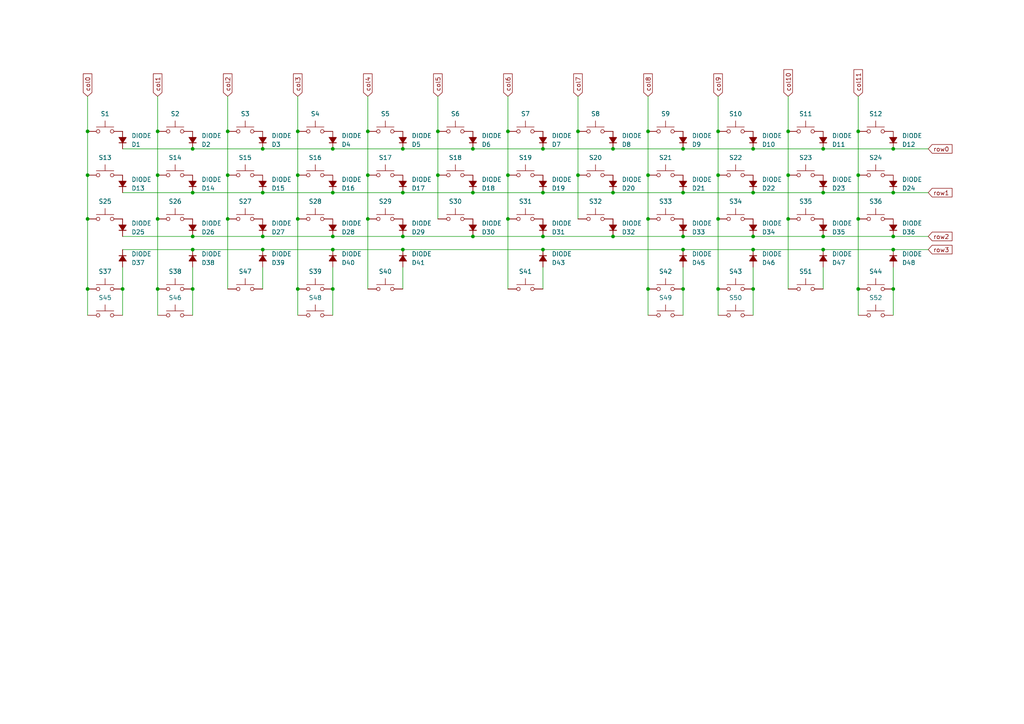
<source format=kicad_sch>
(kicad_sch
	(version 20231120)
	(generator "eeschema")
	(generator_version "8.0")
	(uuid "37f3f949-7b6b-4db0-9133-5098e1ab8843")
	(paper "A4")
	(title_block
		(title "RetroVan")
		(date "2022-11-18")
		(rev "1")
		(company "ElsassKabel")
	)
	(lib_symbols
		(symbol "Device:D_Small_Filled"
			(pin_numbers hide)
			(pin_names
				(offset 0.254) hide)
			(exclude_from_sim no)
			(in_bom yes)
			(on_board yes)
			(property "Reference" "D"
				(at -1.27 2.032 0)
				(effects
					(font
						(size 1.27 1.27)
					)
					(justify left)
				)
			)
			(property "Value" "D_Small_Filled"
				(at -3.81 -2.032 0)
				(effects
					(font
						(size 1.27 1.27)
					)
					(justify left)
				)
			)
			(property "Footprint" ""
				(at 0 0 90)
				(effects
					(font
						(size 1.27 1.27)
					)
					(hide yes)
				)
			)
			(property "Datasheet" "~"
				(at 0 0 90)
				(effects
					(font
						(size 1.27 1.27)
					)
					(hide yes)
				)
			)
			(property "Description" "Diode, small symbol, filled shape"
				(at 0 0 0)
				(effects
					(font
						(size 1.27 1.27)
					)
					(hide yes)
				)
			)
			(property "ki_keywords" "diode"
				(at 0 0 0)
				(effects
					(font
						(size 1.27 1.27)
					)
					(hide yes)
				)
			)
			(property "ki_fp_filters" "TO-???* *_Diode_* *SingleDiode* D_*"
				(at 0 0 0)
				(effects
					(font
						(size 1.27 1.27)
					)
					(hide yes)
				)
			)
			(symbol "D_Small_Filled_0_1"
				(polyline
					(pts
						(xy -0.762 -1.016) (xy -0.762 1.016)
					)
					(stroke
						(width 0.254)
						(type default)
					)
					(fill
						(type none)
					)
				)
				(polyline
					(pts
						(xy -0.762 0) (xy 0.762 0)
					)
					(stroke
						(width 0)
						(type default)
					)
					(fill
						(type none)
					)
				)
				(polyline
					(pts
						(xy 0.762 -1.016) (xy -0.762 0) (xy 0.762 1.016) (xy 0.762 -1.016)
					)
					(stroke
						(width 0.254)
						(type default)
					)
					(fill
						(type outline)
					)
				)
			)
			(symbol "D_Small_Filled_1_1"
				(pin passive line
					(at -2.54 0 0)
					(length 1.778)
					(name "K"
						(effects
							(font
								(size 1.27 1.27)
							)
						)
					)
					(number "1"
						(effects
							(font
								(size 1.27 1.27)
							)
						)
					)
				)
				(pin passive line
					(at 2.54 0 180)
					(length 1.778)
					(name "A"
						(effects
							(font
								(size 1.27 1.27)
							)
						)
					)
					(number "2"
						(effects
							(font
								(size 1.27 1.27)
							)
						)
					)
				)
			)
		)
		(symbol "Switch:SW_Push"
			(pin_numbers hide)
			(pin_names
				(offset 1.016) hide)
			(exclude_from_sim no)
			(in_bom yes)
			(on_board yes)
			(property "Reference" "SW"
				(at 1.27 2.54 0)
				(effects
					(font
						(size 1.27 1.27)
					)
					(justify left)
				)
			)
			(property "Value" "SW_Push"
				(at 0 -1.524 0)
				(effects
					(font
						(size 1.27 1.27)
					)
				)
			)
			(property "Footprint" ""
				(at 0 5.08 0)
				(effects
					(font
						(size 1.27 1.27)
					)
					(hide yes)
				)
			)
			(property "Datasheet" "~"
				(at 0 5.08 0)
				(effects
					(font
						(size 1.27 1.27)
					)
					(hide yes)
				)
			)
			(property "Description" "Push button switch, generic, two pins"
				(at 0 0 0)
				(effects
					(font
						(size 1.27 1.27)
					)
					(hide yes)
				)
			)
			(property "ki_keywords" "switch normally-open pushbutton push-button"
				(at 0 0 0)
				(effects
					(font
						(size 1.27 1.27)
					)
					(hide yes)
				)
			)
			(symbol "SW_Push_0_1"
				(circle
					(center -2.032 0)
					(radius 0.508)
					(stroke
						(width 0)
						(type default)
					)
					(fill
						(type none)
					)
				)
				(polyline
					(pts
						(xy 0 1.27) (xy 0 3.048)
					)
					(stroke
						(width 0)
						(type default)
					)
					(fill
						(type none)
					)
				)
				(polyline
					(pts
						(xy 2.54 1.27) (xy -2.54 1.27)
					)
					(stroke
						(width 0)
						(type default)
					)
					(fill
						(type none)
					)
				)
				(circle
					(center 2.032 0)
					(radius 0.508)
					(stroke
						(width 0)
						(type default)
					)
					(fill
						(type none)
					)
				)
				(pin passive line
					(at -5.08 0 0)
					(length 2.54)
					(name "1"
						(effects
							(font
								(size 1.27 1.27)
							)
						)
					)
					(number "1"
						(effects
							(font
								(size 1.27 1.27)
							)
						)
					)
				)
				(pin passive line
					(at 5.08 0 180)
					(length 2.54)
					(name "2"
						(effects
							(font
								(size 1.27 1.27)
							)
						)
					)
					(number "2"
						(effects
							(font
								(size 1.27 1.27)
							)
						)
					)
				)
			)
		)
	)
	(junction
		(at 167.64 50.8)
		(diameter 0)
		(color 0 0 0 0)
		(uuid "001734c5-12ac-4851-9014-40ad77b6822d")
	)
	(junction
		(at 198.12 72.39)
		(diameter 0)
		(color 0 0 0 0)
		(uuid "05ef1956-62a8-4bc5-96b7-6b16657c935f")
	)
	(junction
		(at 157.48 72.39)
		(diameter 0)
		(color 0 0 0 0)
		(uuid "0ceb0652-bf37-4cf8-8b9b-dfe1eac72658")
	)
	(junction
		(at 238.76 72.39)
		(diameter 0)
		(color 0 0 0 0)
		(uuid "0de6ed9a-e532-4fd5-b771-62594324252a")
	)
	(junction
		(at 198.12 68.58)
		(diameter 0)
		(color 0 0 0 0)
		(uuid "1131a1e5-2ace-478b-80c9-cce119d29476")
	)
	(junction
		(at 45.72 50.8)
		(diameter 0)
		(color 0 0 0 0)
		(uuid "11977d02-b4ad-43ee-94ff-172aa617bfbb")
	)
	(junction
		(at 55.88 83.82)
		(diameter 0)
		(color 0 0 0 0)
		(uuid "1232acb0-e602-4c01-a8d0-ad26645ceeff")
	)
	(junction
		(at 147.32 63.5)
		(diameter 0)
		(color 0 0 0 0)
		(uuid "1649f423-fb66-4ccb-8071-d5fd43da1933")
	)
	(junction
		(at 76.2 72.39)
		(diameter 0)
		(color 0 0 0 0)
		(uuid "19407450-2912-42ed-8ae9-6285a2792158")
	)
	(junction
		(at 106.68 63.5)
		(diameter 0)
		(color 0 0 0 0)
		(uuid "1aaebe26-4d19-4132-8051-baad15cd048b")
	)
	(junction
		(at 96.52 43.18)
		(diameter 0)
		(color 0 0 0 0)
		(uuid "1bfa8b4a-9659-4728-b514-33bd6e48ce5b")
	)
	(junction
		(at 106.68 38.1)
		(diameter 0)
		(color 0 0 0 0)
		(uuid "1fbbc7da-56ca-4f35-aa21-e997d92c6cff")
	)
	(junction
		(at 106.68 50.8)
		(diameter 0)
		(color 0 0 0 0)
		(uuid "2234ab9a-e468-4257-9636-b885e0a99852")
	)
	(junction
		(at 55.88 43.18)
		(diameter 0)
		(color 0 0 0 0)
		(uuid "283edb52-8e78-4558-a909-c0a39c458d2b")
	)
	(junction
		(at 147.32 38.1)
		(diameter 0)
		(color 0 0 0 0)
		(uuid "29365875-7410-4031-8314-4c247558f58f")
	)
	(junction
		(at 66.04 50.8)
		(diameter 0)
		(color 0 0 0 0)
		(uuid "2b741e29-76ce-43b3-9432-ef4125a32e6d")
	)
	(junction
		(at 187.96 50.8)
		(diameter 0)
		(color 0 0 0 0)
		(uuid "2c4df4a5-ba11-4908-87e0-c8199866f5e6")
	)
	(junction
		(at 238.76 68.58)
		(diameter 0)
		(color 0 0 0 0)
		(uuid "2cac7f9a-33f6-4c60-b0bc-3948793d2467")
	)
	(junction
		(at 86.36 50.8)
		(diameter 0)
		(color 0 0 0 0)
		(uuid "2d46f287-8c2d-4750-a4b4-264d501a2430")
	)
	(junction
		(at 76.2 68.58)
		(diameter 0)
		(color 0 0 0 0)
		(uuid "2fb51f6a-13c7-40c1-ad02-a6bfba87d3a3")
	)
	(junction
		(at 259.08 83.82)
		(diameter 0)
		(color 0 0 0 0)
		(uuid "31bc7d93-5d64-495f-b670-5347dbdfff1b")
	)
	(junction
		(at 248.92 38.1)
		(diameter 0)
		(color 0 0 0 0)
		(uuid "379a253d-7c72-406b-9225-0430a0eac989")
	)
	(junction
		(at 25.4 38.1)
		(diameter 0)
		(color 0 0 0 0)
		(uuid "3d452f4a-9f4f-40f3-89ea-b4c646bbd01e")
	)
	(junction
		(at 76.2 55.88)
		(diameter 0)
		(color 0 0 0 0)
		(uuid "3e99de08-eb5e-4a2c-b429-31465fa02761")
	)
	(junction
		(at 45.72 38.1)
		(diameter 0)
		(color 0 0 0 0)
		(uuid "3ffccf76-c690-4d5c-a421-f246d8ecabd9")
	)
	(junction
		(at 228.6 38.1)
		(diameter 0)
		(color 0 0 0 0)
		(uuid "41ccc059-987b-491e-926f-6c6431648c8a")
	)
	(junction
		(at 76.2 43.18)
		(diameter 0)
		(color 0 0 0 0)
		(uuid "4292ba72-4c27-4740-b5eb-035f50ead95e")
	)
	(junction
		(at 55.88 68.58)
		(diameter 0)
		(color 0 0 0 0)
		(uuid "42b3a95a-a02c-492f-9f20-0023ec67a971")
	)
	(junction
		(at 259.08 43.18)
		(diameter 0)
		(color 0 0 0 0)
		(uuid "43970e6c-82dd-4754-9df3-7849cbbe1287")
	)
	(junction
		(at 187.96 83.82)
		(diameter 0)
		(color 0 0 0 0)
		(uuid "5060baa2-432d-46e8-bb05-7ac171468949")
	)
	(junction
		(at 86.36 83.82)
		(diameter 0)
		(color 0 0 0 0)
		(uuid "52513447-e155-4700-9716-cfa4afb86ea8")
	)
	(junction
		(at 157.48 43.18)
		(diameter 0)
		(color 0 0 0 0)
		(uuid "5856381c-3a38-447f-9fa3-b4d1b4a8ef62")
	)
	(junction
		(at 177.8 55.88)
		(diameter 0)
		(color 0 0 0 0)
		(uuid "5a812dac-ab16-45d8-be95-af1e7c9488d1")
	)
	(junction
		(at 96.52 83.82)
		(diameter 0)
		(color 0 0 0 0)
		(uuid "5de27519-8179-4752-91d4-83b5261a764a")
	)
	(junction
		(at 187.96 63.5)
		(diameter 0)
		(color 0 0 0 0)
		(uuid "5e164ab8-99c9-410a-a729-1792a9ce65aa")
	)
	(junction
		(at 208.28 38.1)
		(diameter 0)
		(color 0 0 0 0)
		(uuid "61d0eb0f-492c-435a-be26-c1316255b04a")
	)
	(junction
		(at 157.48 68.58)
		(diameter 0)
		(color 0 0 0 0)
		(uuid "67292730-2bdc-428f-bcaf-756391609406")
	)
	(junction
		(at 25.4 50.8)
		(diameter 0)
		(color 0 0 0 0)
		(uuid "6c26820a-5c46-4766-b8ce-0ad531524a28")
	)
	(junction
		(at 116.84 72.39)
		(diameter 0)
		(color 0 0 0 0)
		(uuid "6c63c681-14d8-4a8e-a021-f8507cc1b895")
	)
	(junction
		(at 96.52 55.88)
		(diameter 0)
		(color 0 0 0 0)
		(uuid "6e2345a5-be0c-4a3b-90d8-d74c656d6185")
	)
	(junction
		(at 45.72 63.5)
		(diameter 0)
		(color 0 0 0 0)
		(uuid "6e51bd51-b4d8-4850-bd89-c85a52034d8d")
	)
	(junction
		(at 198.12 55.88)
		(diameter 0)
		(color 0 0 0 0)
		(uuid "6ede94b2-ea73-4370-9608-5b47377da620")
	)
	(junction
		(at 35.56 83.82)
		(diameter 0)
		(color 0 0 0 0)
		(uuid "71d10645-1a1d-45ba-9501-08ebe34ed0a2")
	)
	(junction
		(at 167.64 38.1)
		(diameter 0)
		(color 0 0 0 0)
		(uuid "731a9913-e6e3-4313-8212-973a36b2d7bf")
	)
	(junction
		(at 238.76 43.18)
		(diameter 0)
		(color 0 0 0 0)
		(uuid "735eb252-a280-4ae8-afe6-5acf3103fff2")
	)
	(junction
		(at 198.12 83.82)
		(diameter 0)
		(color 0 0 0 0)
		(uuid "7691e9f2-1489-4b7f-b720-c17c8f4d411a")
	)
	(junction
		(at 208.28 63.5)
		(diameter 0)
		(color 0 0 0 0)
		(uuid "79aca2e1-2aeb-417d-bc13-391fb1854a9b")
	)
	(junction
		(at 259.08 68.58)
		(diameter 0)
		(color 0 0 0 0)
		(uuid "7c244d6b-5491-4c33-a34f-5b1f2f50753d")
	)
	(junction
		(at 248.92 63.5)
		(diameter 0)
		(color 0 0 0 0)
		(uuid "7d3a5af9-7c19-498b-9292-35eaad556dc8")
	)
	(junction
		(at 55.88 72.39)
		(diameter 0)
		(color 0 0 0 0)
		(uuid "8336605e-dd0f-4a7d-9aee-5717a42d52af")
	)
	(junction
		(at 208.28 50.8)
		(diameter 0)
		(color 0 0 0 0)
		(uuid "85b43dd2-7eb3-4054-8002-d0cd0b095856")
	)
	(junction
		(at 116.84 55.88)
		(diameter 0)
		(color 0 0 0 0)
		(uuid "8a8b2cae-30a2-4f6d-822f-1aa3bb69e0dc")
	)
	(junction
		(at 25.4 83.82)
		(diameter 0)
		(color 0 0 0 0)
		(uuid "8a9913ec-368c-49f5-9c6c-ee3aedb9d6ad")
	)
	(junction
		(at 259.08 55.88)
		(diameter 0)
		(color 0 0 0 0)
		(uuid "8ae1b5f7-0518-409f-8ead-806391283571")
	)
	(junction
		(at 96.52 72.39)
		(diameter 0)
		(color 0 0 0 0)
		(uuid "8db63ebe-2e9a-4c31-9d8d-c18aabdcac85")
	)
	(junction
		(at 177.8 68.58)
		(diameter 0)
		(color 0 0 0 0)
		(uuid "9210b410-8300-43fd-9ae6-e791f6255040")
	)
	(junction
		(at 218.44 68.58)
		(diameter 0)
		(color 0 0 0 0)
		(uuid "927df9ab-a30b-452d-9859-3d17dc0341f1")
	)
	(junction
		(at 116.84 43.18)
		(diameter 0)
		(color 0 0 0 0)
		(uuid "93df091c-e2f4-413b-9cc1-f04a55b828d1")
	)
	(junction
		(at 127 50.8)
		(diameter 0)
		(color 0 0 0 0)
		(uuid "9630805c-5039-4878-ad41-fe05c68cb56b")
	)
	(junction
		(at 248.92 50.8)
		(diameter 0)
		(color 0 0 0 0)
		(uuid "97b1f1bc-5e07-4a7e-b9d6-b7149667e9d1")
	)
	(junction
		(at 208.28 83.82)
		(diameter 0)
		(color 0 0 0 0)
		(uuid "98e801db-bef7-49cc-80cf-8b4827e28433")
	)
	(junction
		(at 66.04 38.1)
		(diameter 0)
		(color 0 0 0 0)
		(uuid "9a797d45-515a-4dcb-bce1-3832d647e838")
	)
	(junction
		(at 147.32 50.8)
		(diameter 0)
		(color 0 0 0 0)
		(uuid "9b7ecac8-a39c-4fc8-a9ae-49a3804b1ec3")
	)
	(junction
		(at 218.44 43.18)
		(diameter 0)
		(color 0 0 0 0)
		(uuid "9b9fbb29-0b47-4bd0-84a4-9c7c61c688fc")
	)
	(junction
		(at 248.92 83.82)
		(diameter 0)
		(color 0 0 0 0)
		(uuid "9f792838-8e71-461e-8613-4a2a3d3a4325")
	)
	(junction
		(at 25.4 63.5)
		(diameter 0)
		(color 0 0 0 0)
		(uuid "a04f8a01-bbb9-4bd7-87c9-7af6dd1c0dbe")
	)
	(junction
		(at 86.36 38.1)
		(diameter 0)
		(color 0 0 0 0)
		(uuid "a2eaf260-63a9-433e-82bf-7b721c19ae4b")
	)
	(junction
		(at 137.16 68.58)
		(diameter 0)
		(color 0 0 0 0)
		(uuid "a8e61283-0623-4997-ad93-9cbd6d92cc42")
	)
	(junction
		(at 218.44 55.88)
		(diameter 0)
		(color 0 0 0 0)
		(uuid "adfda1c5-1236-4170-9127-ff69cd037979")
	)
	(junction
		(at 66.04 63.5)
		(diameter 0)
		(color 0 0 0 0)
		(uuid "b6363076-1695-4d0d-b416-5899211b1860")
	)
	(junction
		(at 96.52 68.58)
		(diameter 0)
		(color 0 0 0 0)
		(uuid "b7231fb6-5db9-4e03-8c96-b534e35e2e7d")
	)
	(junction
		(at 116.84 68.58)
		(diameter 0)
		(color 0 0 0 0)
		(uuid "b7a20594-b924-440c-8ef1-26ec50665a33")
	)
	(junction
		(at 218.44 83.82)
		(diameter 0)
		(color 0 0 0 0)
		(uuid "bbdbeff9-2233-4aa5-957c-424e1b4b1023")
	)
	(junction
		(at 259.08 72.39)
		(diameter 0)
		(color 0 0 0 0)
		(uuid "be20017c-6212-463e-8cfe-663bd606696f")
	)
	(junction
		(at 45.72 83.82)
		(diameter 0)
		(color 0 0 0 0)
		(uuid "bfc1a6e4-a13f-427c-9201-3cba02450335")
	)
	(junction
		(at 86.36 63.5)
		(diameter 0)
		(color 0 0 0 0)
		(uuid "bfdfab43-5fda-46ff-992b-d26c58062583")
	)
	(junction
		(at 228.6 63.5)
		(diameter 0)
		(color 0 0 0 0)
		(uuid "c0eb1899-4945-433a-8868-d92825b7fef4")
	)
	(junction
		(at 228.6 50.8)
		(diameter 0)
		(color 0 0 0 0)
		(uuid "c7a9f014-9520-46db-86c6-73b97e20383a")
	)
	(junction
		(at 137.16 43.18)
		(diameter 0)
		(color 0 0 0 0)
		(uuid "ca56ee37-1736-4722-bcf3-a3d415e62aa7")
	)
	(junction
		(at 55.88 55.88)
		(diameter 0)
		(color 0 0 0 0)
		(uuid "cc5c017b-69b7-44a0-8b67-b23537396953")
	)
	(junction
		(at 198.12 43.18)
		(diameter 0)
		(color 0 0 0 0)
		(uuid "cdbf1ee6-81c2-4bfd-bba6-11f59282b504")
	)
	(junction
		(at 137.16 55.88)
		(diameter 0)
		(color 0 0 0 0)
		(uuid "d734ad51-039d-43ca-b5d2-62fdbe8fea80")
	)
	(junction
		(at 218.44 72.39)
		(diameter 0)
		(color 0 0 0 0)
		(uuid "dddcd26d-f418-4dbb-a2a9-434d65de11e8")
	)
	(junction
		(at 127 38.1)
		(diameter 0)
		(color 0 0 0 0)
		(uuid "e2c16137-3080-48fc-8cc2-41e300c8ff42")
	)
	(junction
		(at 177.8 43.18)
		(diameter 0)
		(color 0 0 0 0)
		(uuid "e3a72a53-357c-45bc-b27b-fbd866704288")
	)
	(junction
		(at 157.48 55.88)
		(diameter 0)
		(color 0 0 0 0)
		(uuid "e5f0cbf5-6c21-4471-99d7-4869f68e1562")
	)
	(junction
		(at 238.76 55.88)
		(diameter 0)
		(color 0 0 0 0)
		(uuid "ed6235f2-52e0-4c87-b816-5220c582364a")
	)
	(junction
		(at 187.96 38.1)
		(diameter 0)
		(color 0 0 0 0)
		(uuid "f459a8bd-d357-40bf-bbcc-de2c851550b3")
	)
	(wire
		(pts
			(xy 25.4 38.1) (xy 25.4 50.8)
		)
		(stroke
			(width 0)
			(type default)
		)
		(uuid "0122d66c-a37d-46e8-884b-492c182cd02c")
	)
	(wire
		(pts
			(xy 106.68 50.8) (xy 106.68 63.5)
		)
		(stroke
			(width 0)
			(type default)
		)
		(uuid "055193a6-43b3-455b-b45f-9bbf35e2381b")
	)
	(wire
		(pts
			(xy 167.64 38.1) (xy 167.64 27.94)
		)
		(stroke
			(width 0)
			(type default)
		)
		(uuid "080b2e92-562a-4f55-83b3-f9b5a6a46501")
	)
	(wire
		(pts
			(xy 66.04 50.8) (xy 66.04 63.5)
		)
		(stroke
			(width 0)
			(type default)
		)
		(uuid "0950177d-82a3-4366-96a9-29f2f4349c06")
	)
	(wire
		(pts
			(xy 228.6 38.1) (xy 228.6 27.94)
		)
		(stroke
			(width 0)
			(type default)
		)
		(uuid "0aff0e44-eeb8-4f05-9cce-b5ced5031310")
	)
	(wire
		(pts
			(xy 218.44 68.58) (xy 238.76 68.58)
		)
		(stroke
			(width 0)
			(type default)
		)
		(uuid "0b436173-3264-4d6a-a004-a455ac920442")
	)
	(wire
		(pts
			(xy 137.16 43.18) (xy 157.48 43.18)
		)
		(stroke
			(width 0)
			(type default)
		)
		(uuid "0cd25949-6648-40c1-9da1-18cf6134464f")
	)
	(wire
		(pts
			(xy 66.04 38.1) (xy 66.04 27.94)
		)
		(stroke
			(width 0)
			(type default)
		)
		(uuid "0d9f987a-2a23-453d-812f-364a27ca6161")
	)
	(wire
		(pts
			(xy 45.72 38.1) (xy 45.72 27.94)
		)
		(stroke
			(width 0)
			(type default)
		)
		(uuid "0fd2cda7-1eab-411f-8754-3bbf9ec25af6")
	)
	(wire
		(pts
			(xy 55.88 72.39) (xy 76.2 72.39)
		)
		(stroke
			(width 0)
			(type default)
		)
		(uuid "10ed48f6-c86e-4ef4-a17c-04044a40bcb3")
	)
	(wire
		(pts
			(xy 25.4 83.82) (xy 25.4 91.44)
		)
		(stroke
			(width 0)
			(type default)
		)
		(uuid "119a6bf4-fa23-41a2-b513-549eb85cfb35")
	)
	(wire
		(pts
			(xy 228.6 63.5) (xy 228.6 83.82)
		)
		(stroke
			(width 0)
			(type default)
		)
		(uuid "12931551-4fd4-478e-8115-dd41052b9ece")
	)
	(wire
		(pts
			(xy 96.52 55.88) (xy 116.84 55.88)
		)
		(stroke
			(width 0)
			(type default)
		)
		(uuid "166ed4bf-2a5c-4773-ac10-5d8b23c6123f")
	)
	(wire
		(pts
			(xy 238.76 55.88) (xy 259.08 55.88)
		)
		(stroke
			(width 0)
			(type default)
		)
		(uuid "167c48f6-8075-4f73-95c7-5ae5b21538c3")
	)
	(wire
		(pts
			(xy 157.48 68.58) (xy 177.8 68.58)
		)
		(stroke
			(width 0)
			(type default)
		)
		(uuid "18e04f5b-aea8-4a4a-96f3-866eaf07130d")
	)
	(wire
		(pts
			(xy 116.84 72.39) (xy 157.48 72.39)
		)
		(stroke
			(width 0)
			(type default)
		)
		(uuid "19553e2c-1f29-4e9f-a026-13483e78d9b3")
	)
	(wire
		(pts
			(xy 259.08 77.47) (xy 259.08 83.82)
		)
		(stroke
			(width 0)
			(type default)
		)
		(uuid "1a518eba-7d11-43be-ba15-23ac96b0c6cf")
	)
	(wire
		(pts
			(xy 218.44 77.47) (xy 218.44 83.82)
		)
		(stroke
			(width 0)
			(type default)
		)
		(uuid "29fbfe2c-65b6-422b-80d2-fa0c8693200d")
	)
	(wire
		(pts
			(xy 76.2 77.47) (xy 76.2 83.82)
		)
		(stroke
			(width 0)
			(type default)
		)
		(uuid "2ed3ca9d-52ad-4752-b207-ca018848c792")
	)
	(wire
		(pts
			(xy 147.32 50.8) (xy 147.32 63.5)
		)
		(stroke
			(width 0)
			(type default)
		)
		(uuid "308a5268-d396-4702-b73b-6fe83c181ae0")
	)
	(wire
		(pts
			(xy 106.68 50.8) (xy 106.68 38.1)
		)
		(stroke
			(width 0)
			(type default)
		)
		(uuid "33cac3f0-86d8-4904-9437-fb548eedccd4")
	)
	(wire
		(pts
			(xy 259.08 68.58) (xy 269.24 68.58)
		)
		(stroke
			(width 0)
			(type default)
		)
		(uuid "35063928-f2d5-482e-a429-989145c66b41")
	)
	(wire
		(pts
			(xy 86.36 63.5) (xy 86.36 83.82)
		)
		(stroke
			(width 0)
			(type default)
		)
		(uuid "37c0f5d0-c120-427a-9e0a-aedf85ee2259")
	)
	(wire
		(pts
			(xy 76.2 68.58) (xy 96.52 68.58)
		)
		(stroke
			(width 0)
			(type default)
		)
		(uuid "38cb0113-d076-48c2-8623-dfbe8a177719")
	)
	(wire
		(pts
			(xy 86.36 83.82) (xy 86.36 91.44)
		)
		(stroke
			(width 0)
			(type default)
		)
		(uuid "39bf0e71-0eda-452f-a070-d39967775362")
	)
	(wire
		(pts
			(xy 86.36 38.1) (xy 86.36 50.8)
		)
		(stroke
			(width 0)
			(type default)
		)
		(uuid "3fe8b529-5fc0-44a7-99b1-d78aa3bd0870")
	)
	(wire
		(pts
			(xy 187.96 50.8) (xy 187.96 63.5)
		)
		(stroke
			(width 0)
			(type default)
		)
		(uuid "40e830ed-565c-4a2c-801a-09ef119a3b9f")
	)
	(wire
		(pts
			(xy 208.28 50.8) (xy 208.28 38.1)
		)
		(stroke
			(width 0)
			(type default)
		)
		(uuid "44af3539-07c9-4eaf-8187-f524916a3a01")
	)
	(wire
		(pts
			(xy 187.96 38.1) (xy 187.96 27.94)
		)
		(stroke
			(width 0)
			(type default)
		)
		(uuid "44b2adda-c8da-46ad-851c-bcdd5dfaaad6")
	)
	(wire
		(pts
			(xy 116.84 68.58) (xy 137.16 68.58)
		)
		(stroke
			(width 0)
			(type default)
		)
		(uuid "45f37e3f-df16-4175-87ee-5efde714c716")
	)
	(wire
		(pts
			(xy 177.8 43.18) (xy 198.12 43.18)
		)
		(stroke
			(width 0)
			(type default)
		)
		(uuid "46d30163-ebe9-441d-bf1a-0c3449f742ea")
	)
	(wire
		(pts
			(xy 45.72 63.5) (xy 45.72 83.82)
		)
		(stroke
			(width 0)
			(type default)
		)
		(uuid "46f71411-33cc-4af7-bd4b-893354f3191d")
	)
	(wire
		(pts
			(xy 116.84 55.88) (xy 137.16 55.88)
		)
		(stroke
			(width 0)
			(type default)
		)
		(uuid "486bbe95-5e80-4797-8544-afa587159662")
	)
	(wire
		(pts
			(xy 187.96 50.8) (xy 187.96 38.1)
		)
		(stroke
			(width 0)
			(type default)
		)
		(uuid "4d61eef9-316c-4d82-a609-3e11c78027b8")
	)
	(wire
		(pts
			(xy 238.76 43.18) (xy 259.08 43.18)
		)
		(stroke
			(width 0)
			(type default)
		)
		(uuid "521c8493-588d-43bb-871f-b5c45aec1397")
	)
	(wire
		(pts
			(xy 259.08 83.82) (xy 259.08 91.44)
		)
		(stroke
			(width 0)
			(type default)
		)
		(uuid "57042783-12fb-4dd2-bbed-73cda1cd05e1")
	)
	(wire
		(pts
			(xy 96.52 83.82) (xy 96.52 91.44)
		)
		(stroke
			(width 0)
			(type default)
		)
		(uuid "616f9b11-16df-41ae-b5c3-869ec7cedf4f")
	)
	(wire
		(pts
			(xy 25.4 38.1) (xy 25.4 27.94)
		)
		(stroke
			(width 0)
			(type default)
		)
		(uuid "6807acab-512e-48da-b2db-9f52b1333b4a")
	)
	(wire
		(pts
			(xy 35.56 83.82) (xy 35.56 91.44)
		)
		(stroke
			(width 0)
			(type default)
		)
		(uuid "6a7c20a1-bb29-4a4a-b11c-fcd45ff0c9ba")
	)
	(wire
		(pts
			(xy 238.76 77.47) (xy 238.76 83.82)
		)
		(stroke
			(width 0)
			(type default)
		)
		(uuid "6d34779b-9038-4b0a-aa0b-6cec48950b86")
	)
	(wire
		(pts
			(xy 218.44 55.88) (xy 238.76 55.88)
		)
		(stroke
			(width 0)
			(type default)
		)
		(uuid "6fa4f168-b985-43f2-a68c-ed588caddec8")
	)
	(wire
		(pts
			(xy 198.12 55.88) (xy 218.44 55.88)
		)
		(stroke
			(width 0)
			(type default)
		)
		(uuid "70bab91b-fe42-425f-a8df-09f1e8325a65")
	)
	(wire
		(pts
			(xy 45.72 38.1) (xy 45.72 50.8)
		)
		(stroke
			(width 0)
			(type default)
		)
		(uuid "73df1257-08bb-48cb-a168-f4bde49a46c1")
	)
	(wire
		(pts
			(xy 86.36 63.5) (xy 86.36 50.8)
		)
		(stroke
			(width 0)
			(type default)
		)
		(uuid "74b3bc39-b1b4-4d90-9429-1ae0ae21a422")
	)
	(wire
		(pts
			(xy 55.88 55.88) (xy 76.2 55.88)
		)
		(stroke
			(width 0)
			(type default)
		)
		(uuid "751be4d7-5070-4ebc-8a1e-42d2db6286a8")
	)
	(wire
		(pts
			(xy 238.76 72.39) (xy 259.08 72.39)
		)
		(stroke
			(width 0)
			(type default)
		)
		(uuid "7664b4ab-a123-442e-ad82-abd20b41d2a5")
	)
	(wire
		(pts
			(xy 137.16 68.58) (xy 157.48 68.58)
		)
		(stroke
			(width 0)
			(type default)
		)
		(uuid "80e67b8e-313a-4bd4-9d89-05fce91acfc7")
	)
	(wire
		(pts
			(xy 248.92 50.8) (xy 248.92 38.1)
		)
		(stroke
			(width 0)
			(type default)
		)
		(uuid "82d6f107-86b8-48ed-b474-c3123944f102")
	)
	(wire
		(pts
			(xy 147.32 38.1) (xy 147.32 27.94)
		)
		(stroke
			(width 0)
			(type default)
		)
		(uuid "84f36c0c-9eda-411b-8042-088756d386de")
	)
	(wire
		(pts
			(xy 157.48 43.18) (xy 177.8 43.18)
		)
		(stroke
			(width 0)
			(type default)
		)
		(uuid "8516f618-2846-4714-85cb-99b94aa8e391")
	)
	(wire
		(pts
			(xy 86.36 38.1) (xy 86.36 27.94)
		)
		(stroke
			(width 0)
			(type default)
		)
		(uuid "86c3b5be-6bc7-4884-9326-77788acd4a33")
	)
	(wire
		(pts
			(xy 228.6 50.8) (xy 228.6 38.1)
		)
		(stroke
			(width 0)
			(type default)
		)
		(uuid "8ae86f03-2f38-4281-918a-ec7c00e9c953")
	)
	(wire
		(pts
			(xy 248.92 63.5) (xy 248.92 83.82)
		)
		(stroke
			(width 0)
			(type default)
		)
		(uuid "8b440938-150e-4bac-8810-5e344a112e31")
	)
	(wire
		(pts
			(xy 198.12 43.18) (xy 218.44 43.18)
		)
		(stroke
			(width 0)
			(type default)
		)
		(uuid "8cf7611f-f853-4d54-8ee1-ecd482970881")
	)
	(wire
		(pts
			(xy 76.2 72.39) (xy 96.52 72.39)
		)
		(stroke
			(width 0)
			(type default)
		)
		(uuid "8dfe0f33-2c1b-421a-94a1-023c3b93bb44")
	)
	(wire
		(pts
			(xy 96.52 43.18) (xy 116.84 43.18)
		)
		(stroke
			(width 0)
			(type default)
		)
		(uuid "90369ffc-d873-4b5f-ab01-ddf820143b6f")
	)
	(wire
		(pts
			(xy 228.6 50.8) (xy 228.6 63.5)
		)
		(stroke
			(width 0)
			(type default)
		)
		(uuid "91bf3a46-4936-4a1a-8bc0-4ad916e7049e")
	)
	(wire
		(pts
			(xy 35.56 77.47) (xy 35.56 83.82)
		)
		(stroke
			(width 0)
			(type default)
		)
		(uuid "9e92e569-de54-42fe-b2a8-c4521e5abb07")
	)
	(wire
		(pts
			(xy 177.8 68.58) (xy 198.12 68.58)
		)
		(stroke
			(width 0)
			(type default)
		)
		(uuid "a0055436-5391-4365-bdc5-eb9f368b8053")
	)
	(wire
		(pts
			(xy 248.92 50.8) (xy 248.92 63.5)
		)
		(stroke
			(width 0)
			(type default)
		)
		(uuid "a21981e7-471d-496d-874d-ad6e9ef7ed1f")
	)
	(wire
		(pts
			(xy 116.84 43.18) (xy 137.16 43.18)
		)
		(stroke
			(width 0)
			(type default)
		)
		(uuid "a29de479-b025-4a19-b792-02c32cba7f3a")
	)
	(wire
		(pts
			(xy 106.68 38.1) (xy 106.68 27.94)
		)
		(stroke
			(width 0)
			(type default)
		)
		(uuid "a39ff098-0f13-402f-84c8-47a43bf00b5e")
	)
	(wire
		(pts
			(xy 55.88 43.18) (xy 76.2 43.18)
		)
		(stroke
			(width 0)
			(type default)
		)
		(uuid "a43da4f8-1a30-4299-9925-fbf2c0aacfda")
	)
	(wire
		(pts
			(xy 198.12 68.58) (xy 218.44 68.58)
		)
		(stroke
			(width 0)
			(type default)
		)
		(uuid "a7819de9-e101-4c21-9220-ddfd4c64a336")
	)
	(wire
		(pts
			(xy 157.48 55.88) (xy 177.8 55.88)
		)
		(stroke
			(width 0)
			(type default)
		)
		(uuid "a8e4a97f-39d3-44e2-ba85-67deb0cceaf8")
	)
	(wire
		(pts
			(xy 187.96 63.5) (xy 187.96 83.82)
		)
		(stroke
			(width 0)
			(type default)
		)
		(uuid "aa4edca6-34d2-43a6-af4d-19b00db79718")
	)
	(wire
		(pts
			(xy 76.2 43.18) (xy 96.52 43.18)
		)
		(stroke
			(width 0)
			(type default)
		)
		(uuid "aaa7e9fd-951f-449d-bae4-051ba6926664")
	)
	(wire
		(pts
			(xy 248.92 38.1) (xy 248.92 27.94)
		)
		(stroke
			(width 0)
			(type default)
		)
		(uuid "ac80588c-8fb9-432b-949b-622c3c4a28a0")
	)
	(wire
		(pts
			(xy 55.88 83.82) (xy 55.88 91.44)
		)
		(stroke
			(width 0)
			(type default)
		)
		(uuid "ace3f7a3-9550-49c7-ad31-3f2ac2cff7bf")
	)
	(wire
		(pts
			(xy 25.4 50.8) (xy 25.4 63.5)
		)
		(stroke
			(width 0)
			(type default)
		)
		(uuid "ada83cd5-4d05-4ba9-87d9-b76e411dfde2")
	)
	(wire
		(pts
			(xy 35.56 68.58) (xy 55.88 68.58)
		)
		(stroke
			(width 0)
			(type default)
		)
		(uuid "ae7bf2f8-569c-430f-a34b-7dac6bbf5bd5")
	)
	(wire
		(pts
			(xy 96.52 68.58) (xy 116.84 68.58)
		)
		(stroke
			(width 0)
			(type default)
		)
		(uuid "b33e2126-af68-4370-bf55-fedb35371cf0")
	)
	(wire
		(pts
			(xy 127 50.8) (xy 127 63.5)
		)
		(stroke
			(width 0)
			(type default)
		)
		(uuid "b3bfc72b-4060-44e2-98db-306487d79aad")
	)
	(wire
		(pts
			(xy 25.4 63.5) (xy 25.4 83.82)
		)
		(stroke
			(width 0)
			(type default)
		)
		(uuid "b3ca854d-d778-40a0-a1b7-dbd2b8f0a4ca")
	)
	(wire
		(pts
			(xy 127 38.1) (xy 127 27.94)
		)
		(stroke
			(width 0)
			(type default)
		)
		(uuid "b5880824-b198-476d-9caa-a607f17f5715")
	)
	(wire
		(pts
			(xy 238.76 68.58) (xy 259.08 68.58)
		)
		(stroke
			(width 0)
			(type default)
		)
		(uuid "bc8cf659-b214-488f-903f-7fdfeb9dc6ee")
	)
	(wire
		(pts
			(xy 157.48 77.47) (xy 157.48 83.82)
		)
		(stroke
			(width 0)
			(type default)
		)
		(uuid "be6345ec-632f-453c-9664-57997643e76f")
	)
	(wire
		(pts
			(xy 116.84 77.47) (xy 116.84 83.82)
		)
		(stroke
			(width 0)
			(type default)
		)
		(uuid "bed9530c-c730-496c-85ae-32582cc9546f")
	)
	(wire
		(pts
			(xy 55.88 68.58) (xy 76.2 68.58)
		)
		(stroke
			(width 0)
			(type default)
		)
		(uuid "bfa9e23e-e1ca-4133-b27f-e0c848e781c8")
	)
	(wire
		(pts
			(xy 76.2 55.88) (xy 96.52 55.88)
		)
		(stroke
			(width 0)
			(type default)
		)
		(uuid "c082b600-fb38-41a7-8748-00a95987a370")
	)
	(wire
		(pts
			(xy 259.08 55.88) (xy 269.24 55.88)
		)
		(stroke
			(width 0)
			(type default)
		)
		(uuid "c1e7afb2-77ec-438d-8c79-59c9fb275d3d")
	)
	(wire
		(pts
			(xy 96.52 77.47) (xy 96.52 83.82)
		)
		(stroke
			(width 0)
			(type default)
		)
		(uuid "c3b4c64e-2c60-427c-8fe3-6f8c0b30310d")
	)
	(wire
		(pts
			(xy 177.8 55.88) (xy 198.12 55.88)
		)
		(stroke
			(width 0)
			(type default)
		)
		(uuid "c684cb38-01e6-4aea-8520-b3baf0f2a03f")
	)
	(wire
		(pts
			(xy 137.16 55.88) (xy 157.48 55.88)
		)
		(stroke
			(width 0)
			(type default)
		)
		(uuid "c685b554-587d-457b-9ee3-99e32f7d89b2")
	)
	(wire
		(pts
			(xy 55.88 77.47) (xy 55.88 83.82)
		)
		(stroke
			(width 0)
			(type default)
		)
		(uuid "c78c90b8-8a2d-4917-8acb-a14865b50fdc")
	)
	(wire
		(pts
			(xy 45.72 83.82) (xy 45.72 91.44)
		)
		(stroke
			(width 0)
			(type default)
		)
		(uuid "c7c3c7f4-8667-43d8-b85a-06d00f5195cc")
	)
	(wire
		(pts
			(xy 147.32 50.8) (xy 147.32 38.1)
		)
		(stroke
			(width 0)
			(type default)
		)
		(uuid "c7fdc3e8-b24a-4d9c-8b5f-749c20baf583")
	)
	(wire
		(pts
			(xy 45.72 63.5) (xy 45.72 50.8)
		)
		(stroke
			(width 0)
			(type default)
		)
		(uuid "c8cbc675-29aa-433f-b676-ba43abd09af7")
	)
	(wire
		(pts
			(xy 35.56 72.39) (xy 55.88 72.39)
		)
		(stroke
			(width 0)
			(type default)
		)
		(uuid "c973a7be-7dd5-4671-a7dc-5b3341a82363")
	)
	(wire
		(pts
			(xy 127 50.8) (xy 127 38.1)
		)
		(stroke
			(width 0)
			(type default)
		)
		(uuid "ce2a5e7b-12df-4b2c-b73f-6b65114b01ef")
	)
	(wire
		(pts
			(xy 147.32 63.5) (xy 147.32 83.82)
		)
		(stroke
			(width 0)
			(type default)
		)
		(uuid "d09b7ef1-6561-42a4-91d3-063c90a90c75")
	)
	(wire
		(pts
			(xy 66.04 63.5) (xy 66.04 83.82)
		)
		(stroke
			(width 0)
			(type default)
		)
		(uuid "d13c543c-cf0a-49a6-9e06-e37530395e8d")
	)
	(wire
		(pts
			(xy 157.48 72.39) (xy 198.12 72.39)
		)
		(stroke
			(width 0)
			(type default)
		)
		(uuid "d1d2b678-c745-4963-8657-fdda00fc844d")
	)
	(wire
		(pts
			(xy 187.96 83.82) (xy 187.96 91.44)
		)
		(stroke
			(width 0)
			(type default)
		)
		(uuid "d1e057a5-312f-4321-8050-2ce249667f16")
	)
	(wire
		(pts
			(xy 167.64 50.8) (xy 167.64 63.5)
		)
		(stroke
			(width 0)
			(type default)
		)
		(uuid "d2e34e9c-c7a9-429a-b5ae-20d51849c002")
	)
	(wire
		(pts
			(xy 198.12 83.82) (xy 198.12 91.44)
		)
		(stroke
			(width 0)
			(type default)
		)
		(uuid "d5510bc9-657f-4ee3-9c34-68e350c21419")
	)
	(wire
		(pts
			(xy 208.28 83.82) (xy 208.28 91.44)
		)
		(stroke
			(width 0)
			(type default)
		)
		(uuid "d570e2b0-d6e6-474d-ad8f-6fb0bd3f28ac")
	)
	(wire
		(pts
			(xy 218.44 43.18) (xy 238.76 43.18)
		)
		(stroke
			(width 0)
			(type default)
		)
		(uuid "d90b05a2-8624-4504-a072-367da5694971")
	)
	(wire
		(pts
			(xy 218.44 83.82) (xy 218.44 91.44)
		)
		(stroke
			(width 0)
			(type default)
		)
		(uuid "da1c6f06-9b61-40c4-8a20-c8dcfad3d072")
	)
	(wire
		(pts
			(xy 208.28 50.8) (xy 208.28 63.5)
		)
		(stroke
			(width 0)
			(type default)
		)
		(uuid "de8bff69-4238-4a0f-bd34-70aed0fe3e74")
	)
	(wire
		(pts
			(xy 208.28 63.5) (xy 208.28 83.82)
		)
		(stroke
			(width 0)
			(type default)
		)
		(uuid "e613f209-952b-4b79-a37a-c8f38eb6d400")
	)
	(wire
		(pts
			(xy 248.92 83.82) (xy 248.92 91.44)
		)
		(stroke
			(width 0)
			(type default)
		)
		(uuid "e86479d4-ae0d-461a-b5f9-a9eaa563ef36")
	)
	(wire
		(pts
			(xy 259.08 72.39) (xy 269.24 72.39)
		)
		(stroke
			(width 0)
			(type default)
		)
		(uuid "eba9d776-7331-4f92-b1c9-6b4fc9aafc82")
	)
	(wire
		(pts
			(xy 218.44 72.39) (xy 238.76 72.39)
		)
		(stroke
			(width 0)
			(type default)
		)
		(uuid "ecdb2d01-b2c0-45a6-bf33-a1da9b473daf")
	)
	(wire
		(pts
			(xy 198.12 72.39) (xy 218.44 72.39)
		)
		(stroke
			(width 0)
			(type default)
		)
		(uuid "f2275026-6e26-4ca8-92e6-9510ed3498ad")
	)
	(wire
		(pts
			(xy 35.56 43.18) (xy 55.88 43.18)
		)
		(stroke
			(width 0)
			(type default)
		)
		(uuid "f5699c0b-c9d9-4329-8d53-025b3a28bdc6")
	)
	(wire
		(pts
			(xy 167.64 50.8) (xy 167.64 38.1)
		)
		(stroke
			(width 0)
			(type default)
		)
		(uuid "f651f738-73cc-4490-bd37-b1a87cabd08f")
	)
	(wire
		(pts
			(xy 35.56 55.88) (xy 55.88 55.88)
		)
		(stroke
			(width 0)
			(type default)
		)
		(uuid "f78ca8a3-7d52-424c-84a3-89ce98761342")
	)
	(wire
		(pts
			(xy 198.12 77.47) (xy 198.12 83.82)
		)
		(stroke
			(width 0)
			(type default)
		)
		(uuid "f84cb164-0696-4cbd-9703-283a54a8520e")
	)
	(wire
		(pts
			(xy 96.52 72.39) (xy 116.84 72.39)
		)
		(stroke
			(width 0)
			(type default)
		)
		(uuid "fb854267-f610-4fac-b59f-300819d12053")
	)
	(wire
		(pts
			(xy 106.68 63.5) (xy 106.68 83.82)
		)
		(stroke
			(width 0)
			(type default)
		)
		(uuid "fe02e3c7-668b-47aa-bde4-b9a84f239429")
	)
	(wire
		(pts
			(xy 66.04 38.1) (xy 66.04 50.8)
		)
		(stroke
			(width 0)
			(type default)
		)
		(uuid "fe8f887a-2eff-445e-a669-10dbdec3b1b3")
	)
	(wire
		(pts
			(xy 208.28 38.1) (xy 208.28 27.94)
		)
		(stroke
			(width 0)
			(type default)
		)
		(uuid "fea88e62-37e5-4080-924f-c02154ec733b")
	)
	(wire
		(pts
			(xy 259.08 43.18) (xy 269.24 43.18)
		)
		(stroke
			(width 0)
			(type default)
		)
		(uuid "ff2cdf41-f26a-43d2-ae9f-08d33803b185")
	)
	(global_label "col9"
		(shape input)
		(at 208.28 27.94 90)
		(fields_autoplaced yes)
		(effects
			(font
				(size 1.27 1.27)
			)
			(justify left)
		)
		(uuid "0626c730-feba-45e2-8363-b3c81021d2e3")
		(property "Intersheetrefs" "${INTERSHEET_REFS}"
			(at 208.2006 21.4145 90)
			(effects
				(font
					(size 1.27 1.27)
				)
				(justify left)
				(hide yes)
			)
		)
	)
	(global_label "col10"
		(shape input)
		(at 228.6 27.94 90)
		(fields_autoplaced yes)
		(effects
			(font
				(size 1.27 1.27)
			)
			(justify left)
		)
		(uuid "09993b9e-bc86-4e2b-b8b3-8af0a5f1e233")
		(property "Intersheetrefs" "${INTERSHEET_REFS}"
			(at 228.5206 20.205 90)
			(effects
				(font
					(size 1.27 1.27)
				)
				(justify left)
				(hide yes)
			)
		)
	)
	(global_label "col2"
		(shape input)
		(at 66.04 27.94 90)
		(fields_autoplaced yes)
		(effects
			(font
				(size 1.27 1.27)
			)
			(justify left)
		)
		(uuid "150e9987-d554-4ec5-8e13-12ea1ff2902e")
		(property "Intersheetrefs" "${INTERSHEET_REFS}"
			(at 65.9606 21.4145 90)
			(effects
				(font
					(size 1.27 1.27)
				)
				(justify left)
				(hide yes)
			)
		)
	)
	(global_label "col1"
		(shape input)
		(at 45.72 27.94 90)
		(fields_autoplaced yes)
		(effects
			(font
				(size 1.27 1.27)
			)
			(justify left)
		)
		(uuid "335fa4c6-33f2-461e-9afa-88554e010670")
		(property "Intersheetrefs" "${INTERSHEET_REFS}"
			(at 45.7994 21.4145 90)
			(effects
				(font
					(size 1.27 1.27)
				)
				(justify left)
				(hide yes)
			)
		)
	)
	(global_label "col0"
		(shape input)
		(at 25.4 27.94 90)
		(fields_autoplaced yes)
		(effects
			(font
				(size 1.27 1.27)
			)
			(justify left)
		)
		(uuid "429d786c-74be-4c96-a414-572058e5b61d")
		(property "Intersheetrefs" "${INTERSHEET_REFS}"
			(at 25.4794 21.4145 90)
			(effects
				(font
					(size 1.27 1.27)
				)
				(justify left)
				(hide yes)
			)
		)
	)
	(global_label "col4"
		(shape input)
		(at 106.68 27.94 90)
		(fields_autoplaced yes)
		(effects
			(font
				(size 1.27 1.27)
			)
			(justify left)
		)
		(uuid "6273d5a9-8142-418c-b175-cf6b110a33d6")
		(property "Intersheetrefs" "${INTERSHEET_REFS}"
			(at 106.6006 21.4145 90)
			(effects
				(font
					(size 1.27 1.27)
				)
				(justify left)
				(hide yes)
			)
		)
	)
	(global_label "col8"
		(shape input)
		(at 187.96 27.94 90)
		(fields_autoplaced yes)
		(effects
			(font
				(size 1.27 1.27)
			)
			(justify left)
		)
		(uuid "661475c4-ca98-4bea-b9aa-8b874dfc95e4")
		(property "Intersheetrefs" "${INTERSHEET_REFS}"
			(at 187.8806 21.4145 90)
			(effects
				(font
					(size 1.27 1.27)
				)
				(justify left)
				(hide yes)
			)
		)
	)
	(global_label "col7"
		(shape input)
		(at 167.64 27.94 90)
		(fields_autoplaced yes)
		(effects
			(font
				(size 1.27 1.27)
			)
			(justify left)
		)
		(uuid "8100527c-deb3-4181-90c3-64dc4773600d")
		(property "Intersheetrefs" "${INTERSHEET_REFS}"
			(at 167.5606 21.4145 90)
			(effects
				(font
					(size 1.27 1.27)
				)
				(justify left)
				(hide yes)
			)
		)
	)
	(global_label "col5"
		(shape input)
		(at 127 27.94 90)
		(fields_autoplaced yes)
		(effects
			(font
				(size 1.27 1.27)
			)
			(justify left)
		)
		(uuid "8b65a49f-d59e-402b-ad85-1aa03e908fd7")
		(property "Intersheetrefs" "${INTERSHEET_REFS}"
			(at 126.9206 21.4145 90)
			(effects
				(font
					(size 1.27 1.27)
				)
				(justify left)
				(hide yes)
			)
		)
	)
	(global_label "col3"
		(shape input)
		(at 86.36 27.94 90)
		(fields_autoplaced yes)
		(effects
			(font
				(size 1.27 1.27)
			)
			(justify left)
		)
		(uuid "8d6f3649-4c1b-4fd4-91ee-571bcd659deb")
		(property "Intersheetrefs" "${INTERSHEET_REFS}"
			(at 86.2806 21.4145 90)
			(effects
				(font
					(size 1.27 1.27)
				)
				(justify left)
				(hide yes)
			)
		)
	)
	(global_label "row2"
		(shape input)
		(at 269.24 68.58 0)
		(fields_autoplaced yes)
		(effects
			(font
				(size 1.27 1.27)
			)
			(justify left)
		)
		(uuid "a1c30ad9-64d2-4448-a324-4b00f2b6e756")
		(property "Intersheetrefs" "${INTERSHEET_REFS}"
			(at 276.1283 68.5006 0)
			(effects
				(font
					(size 1.27 1.27)
				)
				(justify left)
				(hide yes)
			)
		)
	)
	(global_label "col6"
		(shape input)
		(at 147.32 27.94 90)
		(fields_autoplaced yes)
		(effects
			(font
				(size 1.27 1.27)
			)
			(justify left)
		)
		(uuid "b2023a4f-4523-4a93-b87b-aa0c5a5b48d6")
		(property "Intersheetrefs" "${INTERSHEET_REFS}"
			(at 147.2406 21.4145 90)
			(effects
				(font
					(size 1.27 1.27)
				)
				(justify left)
				(hide yes)
			)
		)
	)
	(global_label "row1"
		(shape input)
		(at 269.24 55.88 0)
		(fields_autoplaced yes)
		(effects
			(font
				(size 1.27 1.27)
			)
			(justify left)
		)
		(uuid "cc86a4f2-36be-4c8c-87c5-7503991bf666")
		(property "Intersheetrefs" "${INTERSHEET_REFS}"
			(at 276.1283 55.8006 0)
			(effects
				(font
					(size 1.27 1.27)
				)
				(justify left)
				(hide yes)
			)
		)
	)
	(global_label "row0"
		(shape input)
		(at 269.24 43.18 0)
		(fields_autoplaced yes)
		(effects
			(font
				(size 1.27 1.27)
			)
			(justify left)
		)
		(uuid "d47e00dc-12f2-4d51-b765-1973539d2786")
		(property "Intersheetrefs" "${INTERSHEET_REFS}"
			(at 276.1283 43.1006 0)
			(effects
				(font
					(size 1.27 1.27)
				)
				(justify left)
				(hide yes)
			)
		)
	)
	(global_label "row3"
		(shape input)
		(at 269.24 72.39 0)
		(fields_autoplaced yes)
		(effects
			(font
				(size 1.27 1.27)
			)
			(justify left)
		)
		(uuid "df06323b-d3b6-4267-9ab8-ed4fae2a7667")
		(property "Intersheetrefs" "${INTERSHEET_REFS}"
			(at 276.1283 72.3106 0)
			(effects
				(font
					(size 1.27 1.27)
				)
				(justify left)
				(hide yes)
			)
		)
	)
	(global_label "col11"
		(shape input)
		(at 248.92 27.94 90)
		(fields_autoplaced yes)
		(effects
			(font
				(size 1.27 1.27)
			)
			(justify left)
		)
		(uuid "e9e45bc4-66ad-4912-a53b-537f759d22b7")
		(property "Intersheetrefs" "${INTERSHEET_REFS}"
			(at 248.8406 20.205 90)
			(effects
				(font
					(size 1.27 1.27)
				)
				(justify left)
				(hide yes)
			)
		)
	)
	(symbol
		(lib_id "Device:D_Small_Filled")
		(at 218.44 53.34 270)
		(mirror x)
		(unit 1)
		(exclude_from_sim no)
		(in_bom yes)
		(on_board yes)
		(dnp no)
		(fields_autoplaced yes)
		(uuid "04879e42-d599-48eb-9608-8aa815555019")
		(property "Reference" "D22"
			(at 220.98 54.6101 90)
			(effects
				(font
					(size 1.27 1.27)
				)
				(justify left)
			)
		)
		(property "Value" "DIODE"
			(at 220.98 52.0701 90)
			(effects
				(font
					(size 1.27 1.27)
				)
				(justify left)
			)
		)
		(property "Footprint" "Diode_THT:D_DO-35_SOD27_P7.62mm_Horizontal"
			(at 218.44 53.34 90)
			(effects
				(font
					(size 1.27 1.27)
				)
				(hide yes)
			)
		)
		(property "Datasheet" "~"
			(at 218.44 53.34 90)
			(effects
				(font
					(size 1.27 1.27)
				)
				(hide yes)
			)
		)
		(property "Description" ""
			(at 218.44 53.34 0)
			(effects
				(font
					(size 1.27 1.27)
				)
				(hide yes)
			)
		)
		(pin "1"
			(uuid "08d9c614-0928-4977-ba7c-1a8af5478f1c")
		)
		(pin "2"
			(uuid "e9f5a694-dc25-4fee-a9d6-94189189e13a")
		)
		(instances
			(project "pcb"
				(path "/e63e39d7-6ac0-4ffd-8aa3-1841a4541b55/a91e9e06-397e-4f4e-af1a-97f533691476"
					(reference "D22")
					(unit 1)
				)
			)
		)
	)
	(symbol
		(lib_id "Switch:SW_Push")
		(at 91.44 83.82 0)
		(unit 1)
		(exclude_from_sim no)
		(in_bom yes)
		(on_board yes)
		(dnp no)
		(uuid "0b0ac47c-7f6d-44d0-93d5-9f36f3f468b4")
		(property "Reference" "S39"
			(at 91.44 78.74 0)
			(effects
				(font
					(size 1.27 1.27)
				)
			)
		)
		(property "Value" "SWITCH_2PIN"
			(at 91.44 76.2 0)
			(effects
				(font
					(size 1.27 1.27)
				)
				(hide yes)
			)
		)
		(property "Footprint" "ElsassKabel:SW_Cherry_MX_PCB_1.25u"
			(at 91.44 78.74 0)
			(effects
				(font
					(size 1.27 1.27)
				)
				(hide yes)
			)
		)
		(property "Datasheet" "~"
			(at 91.44 78.74 0)
			(effects
				(font
					(size 1.27 1.27)
				)
				(hide yes)
			)
		)
		(property "Description" ""
			(at 91.44 83.82 0)
			(effects
				(font
					(size 1.27 1.27)
				)
				(hide yes)
			)
		)
		(pin "1"
			(uuid "8bfb0471-9676-4bb6-a5de-4198aaf328c9")
		)
		(pin "2"
			(uuid "6f99ee9a-51bc-40f4-820e-9fe49f29d0bd")
		)
		(instances
			(project "pcb"
				(path "/e63e39d7-6ac0-4ffd-8aa3-1841a4541b55/a91e9e06-397e-4f4e-af1a-97f533691476"
					(reference "S39")
					(unit 1)
				)
			)
		)
	)
	(symbol
		(lib_id "Device:D_Small_Filled")
		(at 96.52 53.34 270)
		(mirror x)
		(unit 1)
		(exclude_from_sim no)
		(in_bom yes)
		(on_board yes)
		(dnp no)
		(fields_autoplaced yes)
		(uuid "0d082200-9584-403c-a793-411aaa54269f")
		(property "Reference" "D16"
			(at 99.06 54.6101 90)
			(effects
				(font
					(size 1.27 1.27)
				)
				(justify left)
			)
		)
		(property "Value" "DIODE"
			(at 99.06 52.0701 90)
			(effects
				(font
					(size 1.27 1.27)
				)
				(justify left)
			)
		)
		(property "Footprint" "Diode_THT:D_DO-35_SOD27_P7.62mm_Horizontal"
			(at 96.52 53.34 90)
			(effects
				(font
					(size 1.27 1.27)
				)
				(hide yes)
			)
		)
		(property "Datasheet" "~"
			(at 96.52 53.34 90)
			(effects
				(font
					(size 1.27 1.27)
				)
				(hide yes)
			)
		)
		(property "Description" ""
			(at 96.52 53.34 0)
			(effects
				(font
					(size 1.27 1.27)
				)
				(hide yes)
			)
		)
		(pin "1"
			(uuid "205e2a34-a1e5-4ff5-bfe8-ab652a1cf8dd")
		)
		(pin "2"
			(uuid "94532c68-e2e3-48e2-8a92-0a43d5355b2c")
		)
		(instances
			(project "pcb"
				(path "/e63e39d7-6ac0-4ffd-8aa3-1841a4541b55/a91e9e06-397e-4f4e-af1a-97f533691476"
					(reference "D16")
					(unit 1)
				)
			)
		)
	)
	(symbol
		(lib_id "Switch:SW_Push")
		(at 152.4 63.5 0)
		(unit 1)
		(exclude_from_sim no)
		(in_bom yes)
		(on_board yes)
		(dnp no)
		(uuid "0f18766f-6a32-4f43-a870-c61ae501fd8f")
		(property "Reference" "S31"
			(at 152.4 58.42 0)
			(effects
				(font
					(size 1.27 1.27)
				)
			)
		)
		(property "Value" "SWITCH_2PIN"
			(at 152.4 55.88 0)
			(effects
				(font
					(size 1.27 1.27)
				)
				(hide yes)
			)
		)
		(property "Footprint" "ElsassKabel:SW_Cherry_MX_PCB_1.00u"
			(at 152.4 58.42 0)
			(effects
				(font
					(size 1.27 1.27)
				)
				(hide yes)
			)
		)
		(property "Datasheet" "~"
			(at 152.4 58.42 0)
			(effects
				(font
					(size 1.27 1.27)
				)
				(hide yes)
			)
		)
		(property "Description" ""
			(at 152.4 63.5 0)
			(effects
				(font
					(size 1.27 1.27)
				)
				(hide yes)
			)
		)
		(pin "1"
			(uuid "7f3efee4-3f2d-485e-bd2b-9e1db4413178")
		)
		(pin "2"
			(uuid "874bd339-62c6-44a5-b9b8-47d37ff35d11")
		)
		(instances
			(project "pcb"
				(path "/e63e39d7-6ac0-4ffd-8aa3-1841a4541b55/a91e9e06-397e-4f4e-af1a-97f533691476"
					(reference "S31")
					(unit 1)
				)
			)
		)
	)
	(symbol
		(lib_id "Switch:SW_Push")
		(at 132.08 38.1 0)
		(unit 1)
		(exclude_from_sim no)
		(in_bom yes)
		(on_board yes)
		(dnp no)
		(uuid "10e07ea5-b3bd-4663-9798-10e6d8adee4d")
		(property "Reference" "S6"
			(at 132.08 33.02 0)
			(effects
				(font
					(size 1.27 1.27)
				)
			)
		)
		(property "Value" "SWITCH_2PIN"
			(at 132.08 30.48 0)
			(effects
				(font
					(size 1.27 1.27)
				)
				(hide yes)
			)
		)
		(property "Footprint" "ElsassKabel:SW_Cherry_MX_PCB_1.00u"
			(at 132.08 33.02 0)
			(effects
				(font
					(size 1.27 1.27)
				)
				(hide yes)
			)
		)
		(property "Datasheet" "~"
			(at 132.08 33.02 0)
			(effects
				(font
					(size 1.27 1.27)
				)
				(hide yes)
			)
		)
		(property "Description" ""
			(at 132.08 38.1 0)
			(effects
				(font
					(size 1.27 1.27)
				)
				(hide yes)
			)
		)
		(pin "1"
			(uuid "9db124e0-ed36-4531-8901-0553cd134cc4")
		)
		(pin "2"
			(uuid "9eb62acb-dbbd-4eea-97a5-1efe72bddd0b")
		)
		(instances
			(project "pcb"
				(path "/e63e39d7-6ac0-4ffd-8aa3-1841a4541b55/a91e9e06-397e-4f4e-af1a-97f533691476"
					(reference "S6")
					(unit 1)
				)
			)
		)
	)
	(symbol
		(lib_id "Switch:SW_Push")
		(at 111.76 63.5 0)
		(unit 1)
		(exclude_from_sim no)
		(in_bom yes)
		(on_board yes)
		(dnp no)
		(uuid "16e5044b-f1b6-4980-8f63-211aa1a02ac0")
		(property "Reference" "S29"
			(at 111.76 58.42 0)
			(effects
				(font
					(size 1.27 1.27)
				)
			)
		)
		(property "Value" "SWITCH_2PIN"
			(at 111.76 55.88 0)
			(effects
				(font
					(size 1.27 1.27)
				)
				(hide yes)
			)
		)
		(property "Footprint" "ElsassKabel:SW_Cherry_MX_PCB_1.00u"
			(at 111.76 58.42 0)
			(effects
				(font
					(size 1.27 1.27)
				)
				(hide yes)
			)
		)
		(property "Datasheet" "~"
			(at 111.76 58.42 0)
			(effects
				(font
					(size 1.27 1.27)
				)
				(hide yes)
			)
		)
		(property "Description" ""
			(at 111.76 63.5 0)
			(effects
				(font
					(size 1.27 1.27)
				)
				(hide yes)
			)
		)
		(pin "1"
			(uuid "7bf9d5fa-3542-4ad1-ab56-8718c8f6df36")
		)
		(pin "2"
			(uuid "79f7b695-3937-4792-8972-a1012a7392f7")
		)
		(instances
			(project "pcb"
				(path "/e63e39d7-6ac0-4ffd-8aa3-1841a4541b55/a91e9e06-397e-4f4e-af1a-97f533691476"
					(reference "S29")
					(unit 1)
				)
			)
		)
	)
	(symbol
		(lib_id "Switch:SW_Push")
		(at 30.48 63.5 0)
		(unit 1)
		(exclude_from_sim no)
		(in_bom yes)
		(on_board yes)
		(dnp no)
		(uuid "1801599b-449a-4cd7-b1ae-5dbd2542db1a")
		(property "Reference" "S25"
			(at 30.48 58.42 0)
			(effects
				(font
					(size 1.27 1.27)
				)
			)
		)
		(property "Value" "SWITCH_2PIN"
			(at 30.48 55.88 0)
			(effects
				(font
					(size 1.27 1.27)
				)
				(hide yes)
			)
		)
		(property "Footprint" "ElsassKabel:SW_Cherry_MX_PCB_1.75u"
			(at 30.48 58.42 0)
			(effects
				(font
					(size 1.27 1.27)
				)
				(hide yes)
			)
		)
		(property "Datasheet" "~"
			(at 30.48 58.42 0)
			(effects
				(font
					(size 1.27 1.27)
				)
				(hide yes)
			)
		)
		(property "Description" ""
			(at 30.48 63.5 0)
			(effects
				(font
					(size 1.27 1.27)
				)
				(hide yes)
			)
		)
		(pin "1"
			(uuid "18a3faeb-86fa-4ce7-bc68-5f599f77e6de")
		)
		(pin "2"
			(uuid "d1df9456-9a25-4598-806d-710c6250eb53")
		)
		(instances
			(project "pcb"
				(path "/e63e39d7-6ac0-4ffd-8aa3-1841a4541b55/a91e9e06-397e-4f4e-af1a-97f533691476"
					(reference "S25")
					(unit 1)
				)
			)
		)
	)
	(symbol
		(lib_id "Device:D_Small_Filled")
		(at 238.76 74.93 90)
		(mirror x)
		(unit 1)
		(exclude_from_sim no)
		(in_bom yes)
		(on_board yes)
		(dnp no)
		(fields_autoplaced yes)
		(uuid "1aacd2a3-a6be-4ecc-a598-4ab44325a67b")
		(property "Reference" "D47"
			(at 241.3 76.2001 90)
			(effects
				(font
					(size 1.27 1.27)
				)
				(justify right)
			)
		)
		(property "Value" "DIODE"
			(at 241.3 73.6601 90)
			(effects
				(font
					(size 1.27 1.27)
				)
				(justify right)
			)
		)
		(property "Footprint" "Diode_THT:D_DO-35_SOD27_P7.62mm_Horizontal"
			(at 238.76 74.93 90)
			(effects
				(font
					(size 1.27 1.27)
				)
				(hide yes)
			)
		)
		(property "Datasheet" "~"
			(at 238.76 74.93 90)
			(effects
				(font
					(size 1.27 1.27)
				)
				(hide yes)
			)
		)
		(property "Description" ""
			(at 238.76 74.93 0)
			(effects
				(font
					(size 1.27 1.27)
				)
				(hide yes)
			)
		)
		(pin "1"
			(uuid "35bb4682-4b10-4656-a765-7f63c9a77435")
		)
		(pin "2"
			(uuid "300330e3-3e58-45f0-a1ec-7d7f2f920f7e")
		)
		(instances
			(project "pcb"
				(path "/e63e39d7-6ac0-4ffd-8aa3-1841a4541b55/a91e9e06-397e-4f4e-af1a-97f533691476"
					(reference "D47")
					(unit 1)
				)
			)
		)
	)
	(symbol
		(lib_id "Switch:SW_Push")
		(at 254 83.82 0)
		(unit 1)
		(exclude_from_sim no)
		(in_bom yes)
		(on_board yes)
		(dnp no)
		(uuid "1e686de2-5ad6-4a2c-a7ad-3a72eb01a575")
		(property "Reference" "S44"
			(at 254 78.74 0)
			(effects
				(font
					(size 1.27 1.27)
				)
			)
		)
		(property "Value" "SWITCH_2PIN"
			(at 254 76.2 0)
			(effects
				(font
					(size 1.27 1.27)
				)
				(hide yes)
			)
		)
		(property "Footprint" "ElsassKabel:SW_Cherry_MX_PCB_1.75u"
			(at 254 78.74 0)
			(effects
				(font
					(size 1.27 1.27)
				)
				(hide yes)
			)
		)
		(property "Datasheet" "~"
			(at 254 78.74 0)
			(effects
				(font
					(size 1.27 1.27)
				)
				(hide yes)
			)
		)
		(property "Description" ""
			(at 254 83.82 0)
			(effects
				(font
					(size 1.27 1.27)
				)
				(hide yes)
			)
		)
		(pin "1"
			(uuid "a9f04784-1018-4d2c-9e01-c144c2c9a898")
		)
		(pin "2"
			(uuid "fd9a1930-ce3c-48e6-ae8f-f37abfb3cf47")
		)
		(instances
			(project "pcb"
				(path "/e63e39d7-6ac0-4ffd-8aa3-1841a4541b55/a91e9e06-397e-4f4e-af1a-97f533691476"
					(reference "S44")
					(unit 1)
				)
			)
		)
	)
	(symbol
		(lib_id "Switch:SW_Push")
		(at 193.04 38.1 0)
		(unit 1)
		(exclude_from_sim no)
		(in_bom yes)
		(on_board yes)
		(dnp no)
		(uuid "1f260e70-7f2b-4421-b95c-35cc0e1238c9")
		(property "Reference" "S9"
			(at 193.04 33.02 0)
			(effects
				(font
					(size 1.27 1.27)
				)
			)
		)
		(property "Value" "SWITCH_2PIN"
			(at 193.04 30.48 0)
			(effects
				(font
					(size 1.27 1.27)
				)
				(hide yes)
			)
		)
		(property "Footprint" "ElsassKabel:SW_Cherry_MX_PCB_1.00u"
			(at 193.04 33.02 0)
			(effects
				(font
					(size 1.27 1.27)
				)
				(hide yes)
			)
		)
		(property "Datasheet" "~"
			(at 193.04 33.02 0)
			(effects
				(font
					(size 1.27 1.27)
				)
				(hide yes)
			)
		)
		(property "Description" ""
			(at 193.04 38.1 0)
			(effects
				(font
					(size 1.27 1.27)
				)
				(hide yes)
			)
		)
		(pin "1"
			(uuid "57317f19-e7ad-431f-bf63-4790e29c9a1d")
		)
		(pin "2"
			(uuid "a23fea33-d866-4d7e-bd0f-94d3ce5b40ba")
		)
		(instances
			(project "pcb"
				(path "/e63e39d7-6ac0-4ffd-8aa3-1841a4541b55/a91e9e06-397e-4f4e-af1a-97f533691476"
					(reference "S9")
					(unit 1)
				)
			)
		)
	)
	(symbol
		(lib_id "Device:D_Small_Filled")
		(at 238.76 53.34 270)
		(mirror x)
		(unit 1)
		(exclude_from_sim no)
		(in_bom yes)
		(on_board yes)
		(dnp no)
		(fields_autoplaced yes)
		(uuid "217478ec-d1e9-43cc-8f1d-7af026bf071b")
		(property "Reference" "D23"
			(at 241.3 54.6101 90)
			(effects
				(font
					(size 1.27 1.27)
				)
				(justify left)
			)
		)
		(property "Value" "DIODE"
			(at 241.3 52.0701 90)
			(effects
				(font
					(size 1.27 1.27)
				)
				(justify left)
			)
		)
		(property "Footprint" "Diode_THT:D_DO-35_SOD27_P7.62mm_Horizontal"
			(at 238.76 53.34 90)
			(effects
				(font
					(size 1.27 1.27)
				)
				(hide yes)
			)
		)
		(property "Datasheet" "~"
			(at 238.76 53.34 90)
			(effects
				(font
					(size 1.27 1.27)
				)
				(hide yes)
			)
		)
		(property "Description" ""
			(at 238.76 53.34 0)
			(effects
				(font
					(size 1.27 1.27)
				)
				(hide yes)
			)
		)
		(pin "1"
			(uuid "eb03d80e-0def-4edc-8f37-4db8536c2259")
		)
		(pin "2"
			(uuid "5e15c11e-e711-4ca2-9651-d49e7011e127")
		)
		(instances
			(project "pcb"
				(path "/e63e39d7-6ac0-4ffd-8aa3-1841a4541b55/a91e9e06-397e-4f4e-af1a-97f533691476"
					(reference "D23")
					(unit 1)
				)
			)
		)
	)
	(symbol
		(lib_id "Switch:SW_Push")
		(at 111.76 50.8 0)
		(unit 1)
		(exclude_from_sim no)
		(in_bom yes)
		(on_board yes)
		(dnp no)
		(uuid "21f87780-1d04-49ea-8eb6-18b4a2105ba2")
		(property "Reference" "S17"
			(at 111.76 45.72 0)
			(effects
				(font
					(size 1.27 1.27)
				)
			)
		)
		(property "Value" "SWITCH_2PIN"
			(at 111.76 43.18 0)
			(effects
				(font
					(size 1.27 1.27)
				)
				(hide yes)
			)
		)
		(property "Footprint" "ElsassKabel:SW_Cherry_MX_PCB_1.00u"
			(at 111.76 45.72 0)
			(effects
				(font
					(size 1.27 1.27)
				)
				(hide yes)
			)
		)
		(property "Datasheet" "~"
			(at 111.76 45.72 0)
			(effects
				(font
					(size 1.27 1.27)
				)
				(hide yes)
			)
		)
		(property "Description" ""
			(at 111.76 50.8 0)
			(effects
				(font
					(size 1.27 1.27)
				)
				(hide yes)
			)
		)
		(pin "1"
			(uuid "b85f759d-41a1-4b7d-be64-8b31ef381c4a")
		)
		(pin "2"
			(uuid "2cdc2528-1bb5-41a0-816a-bd97369d44e9")
		)
		(instances
			(project "pcb"
				(path "/e63e39d7-6ac0-4ffd-8aa3-1841a4541b55/a91e9e06-397e-4f4e-af1a-97f533691476"
					(reference "S17")
					(unit 1)
				)
			)
		)
	)
	(symbol
		(lib_id "Device:D_Small_Filled")
		(at 96.52 74.93 90)
		(mirror x)
		(unit 1)
		(exclude_from_sim no)
		(in_bom yes)
		(on_board yes)
		(dnp no)
		(fields_autoplaced yes)
		(uuid "22e7de66-2349-4855-8237-eb2f7115bb85")
		(property "Reference" "D40"
			(at 99.06 76.2001 90)
			(effects
				(font
					(size 1.27 1.27)
				)
				(justify right)
			)
		)
		(property "Value" "DIODE"
			(at 99.06 73.6601 90)
			(effects
				(font
					(size 1.27 1.27)
				)
				(justify right)
			)
		)
		(property "Footprint" "Diode_THT:D_DO-35_SOD27_P7.62mm_Horizontal"
			(at 96.52 74.93 90)
			(effects
				(font
					(size 1.27 1.27)
				)
				(hide yes)
			)
		)
		(property "Datasheet" "~"
			(at 96.52 74.93 90)
			(effects
				(font
					(size 1.27 1.27)
				)
				(hide yes)
			)
		)
		(property "Description" ""
			(at 96.52 74.93 0)
			(effects
				(font
					(size 1.27 1.27)
				)
				(hide yes)
			)
		)
		(pin "1"
			(uuid "2678c433-5723-443b-b5fb-d82e484390e4")
		)
		(pin "2"
			(uuid "fa4e10ba-aa9d-41c9-a601-4ca21c3c793f")
		)
		(instances
			(project "pcb"
				(path "/e63e39d7-6ac0-4ffd-8aa3-1841a4541b55/a91e9e06-397e-4f4e-af1a-97f533691476"
					(reference "D40")
					(unit 1)
				)
			)
		)
	)
	(symbol
		(lib_id "Switch:SW_Push")
		(at 30.48 50.8 0)
		(unit 1)
		(exclude_from_sim no)
		(in_bom yes)
		(on_board yes)
		(dnp no)
		(uuid "266377b3-8c6b-4f69-a9c6-c43b71c4954b")
		(property "Reference" "S13"
			(at 30.48 45.72 0)
			(effects
				(font
					(size 1.27 1.27)
				)
			)
		)
		(property "Value" "SWITCH_2PIN"
			(at 30.48 43.18 0)
			(effects
				(font
					(size 1.27 1.27)
				)
				(hide yes)
			)
		)
		(property "Footprint" "ElsassKabel:SW_Cherry_MX_PCB_1.25u"
			(at 30.48 45.72 0)
			(effects
				(font
					(size 1.27 1.27)
				)
				(hide yes)
			)
		)
		(property "Datasheet" "~"
			(at 30.48 45.72 0)
			(effects
				(font
					(size 1.27 1.27)
				)
				(hide yes)
			)
		)
		(property "Description" ""
			(at 30.48 50.8 0)
			(effects
				(font
					(size 1.27 1.27)
				)
				(hide yes)
			)
		)
		(pin "1"
			(uuid "03f66587-7232-49fc-8461-87e78ff1cf70")
		)
		(pin "2"
			(uuid "1e07576e-b87d-44c7-b0a3-39f684db276c")
		)
		(instances
			(project "pcb"
				(path "/e63e39d7-6ac0-4ffd-8aa3-1841a4541b55/a91e9e06-397e-4f4e-af1a-97f533691476"
					(reference "S13")
					(unit 1)
				)
			)
		)
	)
	(symbol
		(lib_id "Switch:SW_Push")
		(at 111.76 38.1 0)
		(unit 1)
		(exclude_from_sim no)
		(in_bom yes)
		(on_board yes)
		(dnp no)
		(uuid "27435f4a-3216-4cb0-8217-41ff806762c2")
		(property "Reference" "S5"
			(at 111.76 33.02 0)
			(effects
				(font
					(size 1.27 1.27)
				)
			)
		)
		(property "Value" "SWITCH_2PIN"
			(at 111.76 30.48 0)
			(effects
				(font
					(size 1.27 1.27)
				)
				(hide yes)
			)
		)
		(property "Footprint" "ElsassKabel:SW_Cherry_MX_PCB_1.00u"
			(at 111.76 33.02 0)
			(effects
				(font
					(size 1.27 1.27)
				)
				(hide yes)
			)
		)
		(property "Datasheet" "~"
			(at 111.76 33.02 0)
			(effects
				(font
					(size 1.27 1.27)
				)
				(hide yes)
			)
		)
		(property "Description" ""
			(at 111.76 38.1 0)
			(effects
				(font
					(size 1.27 1.27)
				)
				(hide yes)
			)
		)
		(pin "1"
			(uuid "7ca06dee-9abb-4fe9-a7f3-0375ce00f639")
		)
		(pin "2"
			(uuid "c6982f63-b304-4275-85ff-a130f519cd95")
		)
		(instances
			(project "pcb"
				(path "/e63e39d7-6ac0-4ffd-8aa3-1841a4541b55/a91e9e06-397e-4f4e-af1a-97f533691476"
					(reference "S5")
					(unit 1)
				)
			)
		)
	)
	(symbol
		(lib_id "Switch:SW_Push")
		(at 213.36 63.5 0)
		(unit 1)
		(exclude_from_sim no)
		(in_bom yes)
		(on_board yes)
		(dnp no)
		(uuid "2989b93f-8189-4f42-a993-064c72fcf07b")
		(property "Reference" "S34"
			(at 213.36 58.42 0)
			(effects
				(font
					(size 1.27 1.27)
				)
			)
		)
		(property "Value" "SWITCH_2PIN"
			(at 213.36 55.88 0)
			(effects
				(font
					(size 1.27 1.27)
				)
				(hide yes)
			)
		)
		(property "Footprint" "ElsassKabel:SW_Cherry_MX_PCB_1.00u"
			(at 213.36 58.42 0)
			(effects
				(font
					(size 1.27 1.27)
				)
				(hide yes)
			)
		)
		(property "Datasheet" "~"
			(at 213.36 58.42 0)
			(effects
				(font
					(size 1.27 1.27)
				)
				(hide yes)
			)
		)
		(property "Description" ""
			(at 213.36 63.5 0)
			(effects
				(font
					(size 1.27 1.27)
				)
				(hide yes)
			)
		)
		(pin "1"
			(uuid "bc00b6e2-169f-44ad-a198-03760267b838")
		)
		(pin "2"
			(uuid "be25d917-44a9-413f-a147-db485d049cf8")
		)
		(instances
			(project "pcb"
				(path "/e63e39d7-6ac0-4ffd-8aa3-1841a4541b55/a91e9e06-397e-4f4e-af1a-97f533691476"
					(reference "S34")
					(unit 1)
				)
			)
		)
	)
	(symbol
		(lib_id "Device:D_Small_Filled")
		(at 259.08 53.34 270)
		(mirror x)
		(unit 1)
		(exclude_from_sim no)
		(in_bom yes)
		(on_board yes)
		(dnp no)
		(fields_autoplaced yes)
		(uuid "341c8cff-42ce-43db-8058-9a034a8275a6")
		(property "Reference" "D24"
			(at 261.62 54.6101 90)
			(effects
				(font
					(size 1.27 1.27)
				)
				(justify left)
			)
		)
		(property "Value" "DIODE"
			(at 261.62 52.0701 90)
			(effects
				(font
					(size 1.27 1.27)
				)
				(justify left)
			)
		)
		(property "Footprint" "Diode_THT:D_DO-35_SOD27_P7.62mm_Horizontal"
			(at 259.08 53.34 90)
			(effects
				(font
					(size 1.27 1.27)
				)
				(hide yes)
			)
		)
		(property "Datasheet" "~"
			(at 259.08 53.34 90)
			(effects
				(font
					(size 1.27 1.27)
				)
				(hide yes)
			)
		)
		(property "Description" ""
			(at 259.08 53.34 0)
			(effects
				(font
					(size 1.27 1.27)
				)
				(hide yes)
			)
		)
		(pin "1"
			(uuid "df1b7103-9f7c-4fa4-9f71-212549ecbe41")
		)
		(pin "2"
			(uuid "f47ad70b-20b0-4488-b358-fc2f219ddddf")
		)
		(instances
			(project "pcb"
				(path "/e63e39d7-6ac0-4ffd-8aa3-1841a4541b55/a91e9e06-397e-4f4e-af1a-97f533691476"
					(reference "D24")
					(unit 1)
				)
			)
		)
	)
	(symbol
		(lib_id "Device:D_Small_Filled")
		(at 35.56 40.64 270)
		(mirror x)
		(unit 1)
		(exclude_from_sim no)
		(in_bom yes)
		(on_board yes)
		(dnp no)
		(fields_autoplaced yes)
		(uuid "38709180-011f-484d-b17c-a8b27a215989")
		(property "Reference" "D1"
			(at 38.1 41.9101 90)
			(effects
				(font
					(size 1.27 1.27)
				)
				(justify left)
			)
		)
		(property "Value" "DIODE"
			(at 38.1 39.3701 90)
			(effects
				(font
					(size 1.27 1.27)
				)
				(justify left)
			)
		)
		(property "Footprint" "Diode_THT:D_DO-35_SOD27_P7.62mm_Horizontal"
			(at 35.56 40.64 90)
			(effects
				(font
					(size 1.27 1.27)
				)
				(hide yes)
			)
		)
		(property "Datasheet" "~"
			(at 35.56 40.64 90)
			(effects
				(font
					(size 1.27 1.27)
				)
				(hide yes)
			)
		)
		(property "Description" ""
			(at 35.56 40.64 0)
			(effects
				(font
					(size 1.27 1.27)
				)
				(hide yes)
			)
		)
		(pin "1"
			(uuid "a7884fc7-654a-40f1-b62c-fed49d59925f")
		)
		(pin "2"
			(uuid "4664259f-9a14-4103-a8f3-735accc93f80")
		)
		(instances
			(project "pcb"
				(path "/e63e39d7-6ac0-4ffd-8aa3-1841a4541b55/a91e9e06-397e-4f4e-af1a-97f533691476"
					(reference "D1")
					(unit 1)
				)
			)
		)
	)
	(symbol
		(lib_id "Device:D_Small_Filled")
		(at 55.88 53.34 270)
		(mirror x)
		(unit 1)
		(exclude_from_sim no)
		(in_bom yes)
		(on_board yes)
		(dnp no)
		(fields_autoplaced yes)
		(uuid "39716a9b-d922-4b0c-b22e-2b0292ef7b15")
		(property "Reference" "D14"
			(at 58.42 54.6101 90)
			(effects
				(font
					(size 1.27 1.27)
				)
				(justify left)
			)
		)
		(property "Value" "DIODE"
			(at 58.42 52.0701 90)
			(effects
				(font
					(size 1.27 1.27)
				)
				(justify left)
			)
		)
		(property "Footprint" "Diode_THT:D_DO-35_SOD27_P7.62mm_Horizontal"
			(at 55.88 53.34 90)
			(effects
				(font
					(size 1.27 1.27)
				)
				(hide yes)
			)
		)
		(property "Datasheet" "~"
			(at 55.88 53.34 90)
			(effects
				(font
					(size 1.27 1.27)
				)
				(hide yes)
			)
		)
		(property "Description" ""
			(at 55.88 53.34 0)
			(effects
				(font
					(size 1.27 1.27)
				)
				(hide yes)
			)
		)
		(pin "1"
			(uuid "73fa52b6-c165-416b-aa29-2d528049c7c7")
		)
		(pin "2"
			(uuid "e7690d06-5b3f-4a38-b497-7fe0db47f854")
		)
		(instances
			(project "pcb"
				(path "/e63e39d7-6ac0-4ffd-8aa3-1841a4541b55/a91e9e06-397e-4f4e-af1a-97f533691476"
					(reference "D14")
					(unit 1)
				)
			)
		)
	)
	(symbol
		(lib_id "Switch:SW_Push")
		(at 213.36 91.44 0)
		(unit 1)
		(exclude_from_sim no)
		(in_bom yes)
		(on_board yes)
		(dnp no)
		(uuid "39ba86e4-f750-40f4-86d9-c83ecf54c9c1")
		(property "Reference" "S50"
			(at 213.36 86.36 0)
			(effects
				(font
					(size 1.27 1.27)
				)
			)
		)
		(property "Value" "SWITCH_2PIN"
			(at 213.36 83.82 0)
			(effects
				(font
					(size 1.27 1.27)
				)
				(hide yes)
			)
		)
		(property "Footprint" "ElsassKabel:SW_Cherry_MX_PCB_1.00u"
			(at 213.36 86.36 0)
			(effects
				(font
					(size 1.27 1.27)
				)
				(hide yes)
			)
		)
		(property "Datasheet" "~"
			(at 213.36 86.36 0)
			(effects
				(font
					(size 1.27 1.27)
				)
				(hide yes)
			)
		)
		(property "Description" ""
			(at 213.36 91.44 0)
			(effects
				(font
					(size 1.27 1.27)
				)
				(hide yes)
			)
		)
		(pin "1"
			(uuid "9241707f-d27a-4f6b-8ae9-03020fe4322c")
		)
		(pin "2"
			(uuid "d2354d2d-df2f-4cdc-bc4c-275f83cf69f2")
		)
		(instances
			(project "pcb"
				(path "/e63e39d7-6ac0-4ffd-8aa3-1841a4541b55/a91e9e06-397e-4f4e-af1a-97f533691476"
					(reference "S50")
					(unit 1)
				)
			)
		)
	)
	(symbol
		(lib_id "Switch:SW_Push")
		(at 71.12 38.1 0)
		(unit 1)
		(exclude_from_sim no)
		(in_bom yes)
		(on_board yes)
		(dnp no)
		(uuid "3a45979a-8b6d-4f73-9173-ed123ba29f72")
		(property "Reference" "S3"
			(at 71.12 33.02 0)
			(effects
				(font
					(size 1.27 1.27)
				)
			)
		)
		(property "Value" "SWITCH_2PIN"
			(at 71.12 30.48 0)
			(effects
				(font
					(size 1.27 1.27)
				)
				(hide yes)
			)
		)
		(property "Footprint" "ElsassKabel:SW_Cherry_MX_PCB_1.00u"
			(at 71.12 33.02 0)
			(effects
				(font
					(size 1.27 1.27)
				)
				(hide yes)
			)
		)
		(property "Datasheet" "~"
			(at 71.12 33.02 0)
			(effects
				(font
					(size 1.27 1.27)
				)
				(hide yes)
			)
		)
		(property "Description" ""
			(at 71.12 38.1 0)
			(effects
				(font
					(size 1.27 1.27)
				)
				(hide yes)
			)
		)
		(pin "1"
			(uuid "50eed807-3e56-4657-b0d6-f753dec5395b")
		)
		(pin "2"
			(uuid "5cf169ff-ea3e-4c98-b062-992803422bef")
		)
		(instances
			(project "pcb"
				(path "/e63e39d7-6ac0-4ffd-8aa3-1841a4541b55/a91e9e06-397e-4f4e-af1a-97f533691476"
					(reference "S3")
					(unit 1)
				)
			)
		)
	)
	(symbol
		(lib_id "Switch:SW_Push")
		(at 152.4 38.1 0)
		(unit 1)
		(exclude_from_sim no)
		(in_bom yes)
		(on_board yes)
		(dnp no)
		(uuid "3b3be4ed-7f41-44a2-b96f-793f3e0cc1e0")
		(property "Reference" "S7"
			(at 152.4 33.02 0)
			(effects
				(font
					(size 1.27 1.27)
				)
			)
		)
		(property "Value" "SWITCH_2PIN"
			(at 152.4 30.48 0)
			(effects
				(font
					(size 1.27 1.27)
				)
				(hide yes)
			)
		)
		(property "Footprint" "ElsassKabel:SW_Cherry_MX_PCB_1.00u"
			(at 152.4 33.02 0)
			(effects
				(font
					(size 1.27 1.27)
				)
				(hide yes)
			)
		)
		(property "Datasheet" "~"
			(at 152.4 33.02 0)
			(effects
				(font
					(size 1.27 1.27)
				)
				(hide yes)
			)
		)
		(property "Description" ""
			(at 152.4 38.1 0)
			(effects
				(font
					(size 1.27 1.27)
				)
				(hide yes)
			)
		)
		(pin "1"
			(uuid "9ab81ca6-dfa3-4973-9bd6-c80584e8c871")
		)
		(pin "2"
			(uuid "670c7d64-221c-4a7b-94d7-5be0dff12955")
		)
		(instances
			(project "pcb"
				(path "/e63e39d7-6ac0-4ffd-8aa3-1841a4541b55/a91e9e06-397e-4f4e-af1a-97f533691476"
					(reference "S7")
					(unit 1)
				)
			)
		)
	)
	(symbol
		(lib_id "Device:D_Small_Filled")
		(at 157.48 40.64 270)
		(mirror x)
		(unit 1)
		(exclude_from_sim no)
		(in_bom yes)
		(on_board yes)
		(dnp no)
		(fields_autoplaced yes)
		(uuid "3d8bf59e-1b75-4132-bd08-6fa0ee0a8d76")
		(property "Reference" "D7"
			(at 160.02 41.9101 90)
			(effects
				(font
					(size 1.27 1.27)
				)
				(justify left)
			)
		)
		(property "Value" "DIODE"
			(at 160.02 39.3701 90)
			(effects
				(font
					(size 1.27 1.27)
				)
				(justify left)
			)
		)
		(property "Footprint" "Diode_THT:D_DO-35_SOD27_P7.62mm_Horizontal"
			(at 157.48 40.64 90)
			(effects
				(font
					(size 1.27 1.27)
				)
				(hide yes)
			)
		)
		(property "Datasheet" "~"
			(at 157.48 40.64 90)
			(effects
				(font
					(size 1.27 1.27)
				)
				(hide yes)
			)
		)
		(property "Description" ""
			(at 157.48 40.64 0)
			(effects
				(font
					(size 1.27 1.27)
				)
				(hide yes)
			)
		)
		(pin "1"
			(uuid "fe941640-cd9c-4d64-b887-e1c94fd870d8")
		)
		(pin "2"
			(uuid "d9736f0e-9815-4ccc-ae8a-aecf84ad3a80")
		)
		(instances
			(project "pcb"
				(path "/e63e39d7-6ac0-4ffd-8aa3-1841a4541b55/a91e9e06-397e-4f4e-af1a-97f533691476"
					(reference "D7")
					(unit 1)
				)
			)
		)
	)
	(symbol
		(lib_id "Switch:SW_Push")
		(at 71.12 83.82 0)
		(unit 1)
		(exclude_from_sim no)
		(in_bom yes)
		(on_board yes)
		(dnp no)
		(uuid "410ee0a6-70bb-4431-918b-4c739f11f4f9")
		(property "Reference" "S47"
			(at 71.12 78.74 0)
			(effects
				(font
					(size 1.27 1.27)
				)
			)
		)
		(property "Value" "SWITCH_2PIN"
			(at 71.12 76.2 0)
			(effects
				(font
					(size 1.27 1.27)
				)
				(hide yes)
			)
		)
		(property "Footprint" "ElsassKabel:SW_Cherry_MX_PCB_1.00u"
			(at 71.12 78.74 0)
			(effects
				(font
					(size 1.27 1.27)
				)
				(hide yes)
			)
		)
		(property "Datasheet" "~"
			(at 71.12 78.74 0)
			(effects
				(font
					(size 1.27 1.27)
				)
				(hide yes)
			)
		)
		(property "Description" ""
			(at 71.12 83.82 0)
			(effects
				(font
					(size 1.27 1.27)
				)
				(hide yes)
			)
		)
		(pin "1"
			(uuid "05ff338f-5938-4d93-b919-7d6290af1d93")
		)
		(pin "2"
			(uuid "b110effa-3cab-4fff-9e38-f83752fcd2de")
		)
		(instances
			(project "pcb"
				(path "/e63e39d7-6ac0-4ffd-8aa3-1841a4541b55/a91e9e06-397e-4f4e-af1a-97f533691476"
					(reference "S47")
					(unit 1)
				)
			)
		)
	)
	(symbol
		(lib_id "Device:D_Small_Filled")
		(at 35.56 66.04 270)
		(mirror x)
		(unit 1)
		(exclude_from_sim no)
		(in_bom yes)
		(on_board yes)
		(dnp no)
		(fields_autoplaced yes)
		(uuid "4361946c-b409-45eb-9314-22df9165d0a0")
		(property "Reference" "D25"
			(at 38.1 67.3101 90)
			(effects
				(font
					(size 1.27 1.27)
				)
				(justify left)
			)
		)
		(property "Value" "DIODE"
			(at 38.1 64.7701 90)
			(effects
				(font
					(size 1.27 1.27)
				)
				(justify left)
			)
		)
		(property "Footprint" "Diode_THT:D_DO-35_SOD27_P7.62mm_Horizontal"
			(at 35.56 66.04 90)
			(effects
				(font
					(size 1.27 1.27)
				)
				(hide yes)
			)
		)
		(property "Datasheet" "~"
			(at 35.56 66.04 90)
			(effects
				(font
					(size 1.27 1.27)
				)
				(hide yes)
			)
		)
		(property "Description" ""
			(at 35.56 66.04 0)
			(effects
				(font
					(size 1.27 1.27)
				)
				(hide yes)
			)
		)
		(pin "1"
			(uuid "e454db98-4063-472c-a5bc-a271014313ed")
		)
		(pin "2"
			(uuid "95b3b522-7440-45ac-ae37-a0f073f31357")
		)
		(instances
			(project "pcb"
				(path "/e63e39d7-6ac0-4ffd-8aa3-1841a4541b55/a91e9e06-397e-4f4e-af1a-97f533691476"
					(reference "D25")
					(unit 1)
				)
			)
		)
	)
	(symbol
		(lib_id "Switch:SW_Push")
		(at 233.68 83.82 0)
		(unit 1)
		(exclude_from_sim no)
		(in_bom yes)
		(on_board yes)
		(dnp no)
		(uuid "45a650c7-3019-4f74-adb1-7afb66b3cac1")
		(property "Reference" "S51"
			(at 233.68 78.74 0)
			(effects
				(font
					(size 1.27 1.27)
				)
			)
		)
		(property "Value" "SWITCH_2PIN"
			(at 233.68 76.2 0)
			(effects
				(font
					(size 1.27 1.27)
				)
				(hide yes)
			)
		)
		(property "Footprint" "ElsassKabel:SW_Cherry_MX_PCB_1.00u"
			(at 233.68 78.74 0)
			(effects
				(font
					(size 1.27 1.27)
				)
				(hide yes)
			)
		)
		(property "Datasheet" "~"
			(at 233.68 78.74 0)
			(effects
				(font
					(size 1.27 1.27)
				)
				(hide yes)
			)
		)
		(property "Description" ""
			(at 233.68 83.82 0)
			(effects
				(font
					(size 1.27 1.27)
				)
				(hide yes)
			)
		)
		(pin "1"
			(uuid "e0309cb7-ab9a-4879-a3ab-1b9909191592")
		)
		(pin "2"
			(uuid "e8d76870-6369-4f6f-a522-aebf11e02ccd")
		)
		(instances
			(project "pcb"
				(path "/e63e39d7-6ac0-4ffd-8aa3-1841a4541b55/a91e9e06-397e-4f4e-af1a-97f533691476"
					(reference "S51")
					(unit 1)
				)
			)
		)
	)
	(symbol
		(lib_id "Device:D_Small_Filled")
		(at 259.08 40.64 270)
		(mirror x)
		(unit 1)
		(exclude_from_sim no)
		(in_bom yes)
		(on_board yes)
		(dnp no)
		(fields_autoplaced yes)
		(uuid "4722e9fc-041c-4c62-93e3-926f840513e8")
		(property "Reference" "D12"
			(at 261.62 41.9101 90)
			(effects
				(font
					(size 1.27 1.27)
				)
				(justify left)
			)
		)
		(property "Value" "DIODE"
			(at 261.62 39.3701 90)
			(effects
				(font
					(size 1.27 1.27)
				)
				(justify left)
			)
		)
		(property "Footprint" "Diode_THT:D_DO-35_SOD27_P7.62mm_Horizontal"
			(at 259.08 40.64 90)
			(effects
				(font
					(size 1.27 1.27)
				)
				(hide yes)
			)
		)
		(property "Datasheet" "~"
			(at 259.08 40.64 90)
			(effects
				(font
					(size 1.27 1.27)
				)
				(hide yes)
			)
		)
		(property "Description" ""
			(at 259.08 40.64 0)
			(effects
				(font
					(size 1.27 1.27)
				)
				(hide yes)
			)
		)
		(pin "1"
			(uuid "ed3bd6c5-be5f-4926-b9fb-b1cc14d2b2f4")
		)
		(pin "2"
			(uuid "ffe7737a-91aa-4b71-bf1b-44bfecddb3cd")
		)
		(instances
			(project "pcb"
				(path "/e63e39d7-6ac0-4ffd-8aa3-1841a4541b55/a91e9e06-397e-4f4e-af1a-97f533691476"
					(reference "D12")
					(unit 1)
				)
			)
		)
	)
	(symbol
		(lib_id "Switch:SW_Push")
		(at 91.44 63.5 0)
		(unit 1)
		(exclude_from_sim no)
		(in_bom yes)
		(on_board yes)
		(dnp no)
		(uuid "47392f90-3a75-46e3-8cd4-c743ceb2bd63")
		(property "Reference" "S28"
			(at 91.44 58.42 0)
			(effects
				(font
					(size 1.27 1.27)
				)
			)
		)
		(property "Value" "SWITCH_2PIN"
			(at 91.44 55.88 0)
			(effects
				(font
					(size 1.27 1.27)
				)
				(hide yes)
			)
		)
		(property "Footprint" "ElsassKabel:SW_Cherry_MX_PCB_1.00u"
			(at 91.44 58.42 0)
			(effects
				(font
					(size 1.27 1.27)
				)
				(hide yes)
			)
		)
		(property "Datasheet" "~"
			(at 91.44 58.42 0)
			(effects
				(font
					(size 1.27 1.27)
				)
				(hide yes)
			)
		)
		(property "Description" ""
			(at 91.44 63.5 0)
			(effects
				(font
					(size 1.27 1.27)
				)
				(hide yes)
			)
		)
		(pin "1"
			(uuid "27adf3f8-8506-40a5-b3de-3e9454498041")
		)
		(pin "2"
			(uuid "40ab885d-8fb7-48bb-bb36-3e6482486cf8")
		)
		(instances
			(project "pcb"
				(path "/e63e39d7-6ac0-4ffd-8aa3-1841a4541b55/a91e9e06-397e-4f4e-af1a-97f533691476"
					(reference "S28")
					(unit 1)
				)
			)
		)
	)
	(symbol
		(lib_id "Device:D_Small_Filled")
		(at 259.08 74.93 90)
		(mirror x)
		(unit 1)
		(exclude_from_sim no)
		(in_bom yes)
		(on_board yes)
		(dnp no)
		(fields_autoplaced yes)
		(uuid "49d05b88-5bf4-4f41-a6a5-45b7221ad0b6")
		(property "Reference" "D48"
			(at 261.62 76.2001 90)
			(effects
				(font
					(size 1.27 1.27)
				)
				(justify right)
			)
		)
		(property "Value" "DIODE"
			(at 261.62 73.6601 90)
			(effects
				(font
					(size 1.27 1.27)
				)
				(justify right)
			)
		)
		(property "Footprint" "Diode_THT:D_DO-35_SOD27_P7.62mm_Horizontal"
			(at 259.08 74.93 90)
			(effects
				(font
					(size 1.27 1.27)
				)
				(hide yes)
			)
		)
		(property "Datasheet" "~"
			(at 259.08 74.93 90)
			(effects
				(font
					(size 1.27 1.27)
				)
				(hide yes)
			)
		)
		(property "Description" ""
			(at 259.08 74.93 0)
			(effects
				(font
					(size 1.27 1.27)
				)
				(hide yes)
			)
		)
		(pin "1"
			(uuid "cfc5e8da-1430-48c5-a0c6-6b880eb15fc9")
		)
		(pin "2"
			(uuid "fe8e33f7-a906-46a6-8b87-2db876f8fc77")
		)
		(instances
			(project "pcb"
				(path "/e63e39d7-6ac0-4ffd-8aa3-1841a4541b55/a91e9e06-397e-4f4e-af1a-97f533691476"
					(reference "D48")
					(unit 1)
				)
			)
		)
	)
	(symbol
		(lib_id "Device:D_Small_Filled")
		(at 218.44 66.04 270)
		(mirror x)
		(unit 1)
		(exclude_from_sim no)
		(in_bom yes)
		(on_board yes)
		(dnp no)
		(fields_autoplaced yes)
		(uuid "4a49e198-7816-491c-8faa-78e601806795")
		(property "Reference" "D34"
			(at 220.98 67.3101 90)
			(effects
				(font
					(size 1.27 1.27)
				)
				(justify left)
			)
		)
		(property "Value" "DIODE"
			(at 220.98 64.7701 90)
			(effects
				(font
					(size 1.27 1.27)
				)
				(justify left)
			)
		)
		(property "Footprint" "Diode_THT:D_DO-35_SOD27_P7.62mm_Horizontal"
			(at 218.44 66.04 90)
			(effects
				(font
					(size 1.27 1.27)
				)
				(hide yes)
			)
		)
		(property "Datasheet" "~"
			(at 218.44 66.04 90)
			(effects
				(font
					(size 1.27 1.27)
				)
				(hide yes)
			)
		)
		(property "Description" ""
			(at 218.44 66.04 0)
			(effects
				(font
					(size 1.27 1.27)
				)
				(hide yes)
			)
		)
		(pin "1"
			(uuid "f105daf8-d637-40e1-9ed3-6643c7e05b37")
		)
		(pin "2"
			(uuid "0efe00f5-238e-4539-89c7-8dcd40ede0b4")
		)
		(instances
			(project "pcb"
				(path "/e63e39d7-6ac0-4ffd-8aa3-1841a4541b55/a91e9e06-397e-4f4e-af1a-97f533691476"
					(reference "D34")
					(unit 1)
				)
			)
		)
	)
	(symbol
		(lib_id "Device:D_Small_Filled")
		(at 116.84 53.34 270)
		(mirror x)
		(unit 1)
		(exclude_from_sim no)
		(in_bom yes)
		(on_board yes)
		(dnp no)
		(fields_autoplaced yes)
		(uuid "4a5c25d6-7ac7-4116-91ca-d9a9b968ad08")
		(property "Reference" "D17"
			(at 119.38 54.6101 90)
			(effects
				(font
					(size 1.27 1.27)
				)
				(justify left)
			)
		)
		(property "Value" "DIODE"
			(at 119.38 52.0701 90)
			(effects
				(font
					(size 1.27 1.27)
				)
				(justify left)
			)
		)
		(property "Footprint" "Diode_THT:D_DO-35_SOD27_P7.62mm_Horizontal"
			(at 116.84 53.34 90)
			(effects
				(font
					(size 1.27 1.27)
				)
				(hide yes)
			)
		)
		(property "Datasheet" "~"
			(at 116.84 53.34 90)
			(effects
				(font
					(size 1.27 1.27)
				)
				(hide yes)
			)
		)
		(property "Description" ""
			(at 116.84 53.34 0)
			(effects
				(font
					(size 1.27 1.27)
				)
				(hide yes)
			)
		)
		(pin "1"
			(uuid "7b5945da-7f9b-4141-b5f4-cd5b56bf856e")
		)
		(pin "2"
			(uuid "8a827c63-d9c1-4bea-9ea1-59eba687f13c")
		)
		(instances
			(project "pcb"
				(path "/e63e39d7-6ac0-4ffd-8aa3-1841a4541b55/a91e9e06-397e-4f4e-af1a-97f533691476"
					(reference "D17")
					(unit 1)
				)
			)
		)
	)
	(symbol
		(lib_id "Device:D_Small_Filled")
		(at 198.12 53.34 270)
		(mirror x)
		(unit 1)
		(exclude_from_sim no)
		(in_bom yes)
		(on_board yes)
		(dnp no)
		(fields_autoplaced yes)
		(uuid "4b68900f-82dc-441c-a898-b4a904e29740")
		(property "Reference" "D21"
			(at 200.66 54.6101 90)
			(effects
				(font
					(size 1.27 1.27)
				)
				(justify left)
			)
		)
		(property "Value" "DIODE"
			(at 200.66 52.0701 90)
			(effects
				(font
					(size 1.27 1.27)
				)
				(justify left)
			)
		)
		(property "Footprint" "Diode_THT:D_DO-35_SOD27_P7.62mm_Horizontal"
			(at 198.12 53.34 90)
			(effects
				(font
					(size 1.27 1.27)
				)
				(hide yes)
			)
		)
		(property "Datasheet" "~"
			(at 198.12 53.34 90)
			(effects
				(font
					(size 1.27 1.27)
				)
				(hide yes)
			)
		)
		(property "Description" ""
			(at 198.12 53.34 0)
			(effects
				(font
					(size 1.27 1.27)
				)
				(hide yes)
			)
		)
		(pin "1"
			(uuid "cba1df1a-0d61-4768-a407-c15821bb546e")
		)
		(pin "2"
			(uuid "2f463339-fab4-4739-8982-a258ceba6d59")
		)
		(instances
			(project "pcb"
				(path "/e63e39d7-6ac0-4ffd-8aa3-1841a4541b55/a91e9e06-397e-4f4e-af1a-97f533691476"
					(reference "D21")
					(unit 1)
				)
			)
		)
	)
	(symbol
		(lib_id "Device:D_Small_Filled")
		(at 116.84 40.64 270)
		(mirror x)
		(unit 1)
		(exclude_from_sim no)
		(in_bom yes)
		(on_board yes)
		(dnp no)
		(fields_autoplaced yes)
		(uuid "4c9fa62b-f4da-48c5-8079-9d4098601aaf")
		(property "Reference" "D5"
			(at 119.38 41.9101 90)
			(effects
				(font
					(size 1.27 1.27)
				)
				(justify left)
			)
		)
		(property "Value" "DIODE"
			(at 119.38 39.3701 90)
			(effects
				(font
					(size 1.27 1.27)
				)
				(justify left)
			)
		)
		(property "Footprint" "Diode_THT:D_DO-35_SOD27_P7.62mm_Horizontal"
			(at 116.84 40.64 90)
			(effects
				(font
					(size 1.27 1.27)
				)
				(hide yes)
			)
		)
		(property "Datasheet" "~"
			(at 116.84 40.64 90)
			(effects
				(font
					(size 1.27 1.27)
				)
				(hide yes)
			)
		)
		(property "Description" ""
			(at 116.84 40.64 0)
			(effects
				(font
					(size 1.27 1.27)
				)
				(hide yes)
			)
		)
		(pin "1"
			(uuid "8ff3b0ea-52bb-4404-b8eb-63a1fced2d93")
		)
		(pin "2"
			(uuid "ba2030be-e6d6-4662-b1e9-745430a087fa")
		)
		(instances
			(project "pcb"
				(path "/e63e39d7-6ac0-4ffd-8aa3-1841a4541b55/a91e9e06-397e-4f4e-af1a-97f533691476"
					(reference "D5")
					(unit 1)
				)
			)
		)
	)
	(symbol
		(lib_id "Switch:SW_Push")
		(at 233.68 63.5 0)
		(unit 1)
		(exclude_from_sim no)
		(in_bom yes)
		(on_board yes)
		(dnp no)
		(uuid "5364bb32-ae67-4584-b4fa-1da0fb0b819e")
		(property "Reference" "S35"
			(at 233.68 58.42 0)
			(effects
				(font
					(size 1.27 1.27)
				)
			)
		)
		(property "Value" "SWITCH_2PIN"
			(at 233.68 55.88 0)
			(effects
				(font
					(size 1.27 1.27)
				)
				(hide yes)
			)
		)
		(property "Footprint" "ElsassKabel:SW_Cherry_MX_PCB_1.00u"
			(at 233.68 58.42 0)
			(effects
				(font
					(size 1.27 1.27)
				)
				(hide yes)
			)
		)
		(property "Datasheet" "~"
			(at 233.68 58.42 0)
			(effects
				(font
					(size 1.27 1.27)
				)
				(hide yes)
			)
		)
		(property "Description" ""
			(at 233.68 63.5 0)
			(effects
				(font
					(size 1.27 1.27)
				)
				(hide yes)
			)
		)
		(pin "1"
			(uuid "c43e3862-0e23-46e2-8977-c3425d46cc19")
		)
		(pin "2"
			(uuid "dcaab36e-29f5-4e21-b440-4d22932b0fad")
		)
		(instances
			(project "pcb"
				(path "/e63e39d7-6ac0-4ffd-8aa3-1841a4541b55/a91e9e06-397e-4f4e-af1a-97f533691476"
					(reference "S35")
					(unit 1)
				)
			)
		)
	)
	(symbol
		(lib_id "Device:D_Small_Filled")
		(at 55.88 40.64 270)
		(mirror x)
		(unit 1)
		(exclude_from_sim no)
		(in_bom yes)
		(on_board yes)
		(dnp no)
		(fields_autoplaced yes)
		(uuid "54c0dfdb-10e3-4c62-afd7-a75e770910fe")
		(property "Reference" "D2"
			(at 58.42 41.9101 90)
			(effects
				(font
					(size 1.27 1.27)
				)
				(justify left)
			)
		)
		(property "Value" "DIODE"
			(at 58.42 39.3701 90)
			(effects
				(font
					(size 1.27 1.27)
				)
				(justify left)
			)
		)
		(property "Footprint" "Diode_THT:D_DO-35_SOD27_P7.62mm_Horizontal"
			(at 55.88 40.64 90)
			(effects
				(font
					(size 1.27 1.27)
				)
				(hide yes)
			)
		)
		(property "Datasheet" "~"
			(at 55.88 40.64 90)
			(effects
				(font
					(size 1.27 1.27)
				)
				(hide yes)
			)
		)
		(property "Description" ""
			(at 55.88 40.64 0)
			(effects
				(font
					(size 1.27 1.27)
				)
				(hide yes)
			)
		)
		(pin "1"
			(uuid "d06a597a-37c4-47fd-b1e4-11dc17a9039e")
		)
		(pin "2"
			(uuid "7b04faea-00aa-4142-96f6-0dc4f6301626")
		)
		(instances
			(project "pcb"
				(path "/e63e39d7-6ac0-4ffd-8aa3-1841a4541b55/a91e9e06-397e-4f4e-af1a-97f533691476"
					(reference "D2")
					(unit 1)
				)
			)
		)
	)
	(symbol
		(lib_id "Device:D_Small_Filled")
		(at 177.8 40.64 270)
		(mirror x)
		(unit 1)
		(exclude_from_sim no)
		(in_bom yes)
		(on_board yes)
		(dnp no)
		(fields_autoplaced yes)
		(uuid "55560ee2-2a85-4cae-aa15-69b52368a9f1")
		(property "Reference" "D8"
			(at 180.34 41.9101 90)
			(effects
				(font
					(size 1.27 1.27)
				)
				(justify left)
			)
		)
		(property "Value" "DIODE"
			(at 180.34 39.3701 90)
			(effects
				(font
					(size 1.27 1.27)
				)
				(justify left)
			)
		)
		(property "Footprint" "Diode_THT:D_DO-35_SOD27_P7.62mm_Horizontal"
			(at 177.8 40.64 90)
			(effects
				(font
					(size 1.27 1.27)
				)
				(hide yes)
			)
		)
		(property "Datasheet" "~"
			(at 177.8 40.64 90)
			(effects
				(font
					(size 1.27 1.27)
				)
				(hide yes)
			)
		)
		(property "Description" ""
			(at 177.8 40.64 0)
			(effects
				(font
					(size 1.27 1.27)
				)
				(hide yes)
			)
		)
		(pin "1"
			(uuid "282cd8c6-f155-4754-8aae-be53debfab88")
		)
		(pin "2"
			(uuid "9c3952ae-6edd-4f30-9cdf-0e71bbb9810d")
		)
		(instances
			(project "pcb"
				(path "/e63e39d7-6ac0-4ffd-8aa3-1841a4541b55/a91e9e06-397e-4f4e-af1a-97f533691476"
					(reference "D8")
					(unit 1)
				)
			)
		)
	)
	(symbol
		(lib_id "Device:D_Small_Filled")
		(at 76.2 74.93 90)
		(mirror x)
		(unit 1)
		(exclude_from_sim no)
		(in_bom yes)
		(on_board yes)
		(dnp no)
		(fields_autoplaced yes)
		(uuid "564b0a42-37c2-4434-9e4d-73a4deacac6f")
		(property "Reference" "D39"
			(at 78.74 76.2001 90)
			(effects
				(font
					(size 1.27 1.27)
				)
				(justify right)
			)
		)
		(property "Value" "DIODE"
			(at 78.74 73.6601 90)
			(effects
				(font
					(size 1.27 1.27)
				)
				(justify right)
			)
		)
		(property "Footprint" "Diode_THT:D_DO-35_SOD27_P7.62mm_Horizontal"
			(at 76.2 74.93 90)
			(effects
				(font
					(size 1.27 1.27)
				)
				(hide yes)
			)
		)
		(property "Datasheet" "~"
			(at 76.2 74.93 90)
			(effects
				(font
					(size 1.27 1.27)
				)
				(hide yes)
			)
		)
		(property "Description" ""
			(at 76.2 74.93 0)
			(effects
				(font
					(size 1.27 1.27)
				)
				(hide yes)
			)
		)
		(pin "1"
			(uuid "f81a322f-0b50-4009-938f-c6b37b05b562")
		)
		(pin "2"
			(uuid "2f944f89-bb35-4be2-9918-cceb1cf450e3")
		)
		(instances
			(project "pcb"
				(path "/e63e39d7-6ac0-4ffd-8aa3-1841a4541b55/a91e9e06-397e-4f4e-af1a-97f533691476"
					(reference "D39")
					(unit 1)
				)
			)
		)
	)
	(symbol
		(lib_id "Device:D_Small_Filled")
		(at 198.12 40.64 270)
		(mirror x)
		(unit 1)
		(exclude_from_sim no)
		(in_bom yes)
		(on_board yes)
		(dnp no)
		(fields_autoplaced yes)
		(uuid "5974974e-d7a4-489d-bb0e-8a476be125fd")
		(property "Reference" "D9"
			(at 200.66 41.9101 90)
			(effects
				(font
					(size 1.27 1.27)
				)
				(justify left)
			)
		)
		(property "Value" "DIODE"
			(at 200.66 39.3701 90)
			(effects
				(font
					(size 1.27 1.27)
				)
				(justify left)
			)
		)
		(property "Footprint" "Diode_THT:D_DO-35_SOD27_P7.62mm_Horizontal"
			(at 198.12 40.64 90)
			(effects
				(font
					(size 1.27 1.27)
				)
				(hide yes)
			)
		)
		(property "Datasheet" "~"
			(at 198.12 40.64 90)
			(effects
				(font
					(size 1.27 1.27)
				)
				(hide yes)
			)
		)
		(property "Description" ""
			(at 198.12 40.64 0)
			(effects
				(font
					(size 1.27 1.27)
				)
				(hide yes)
			)
		)
		(pin "1"
			(uuid "da01c971-f174-4593-a6ae-7df476247ff0")
		)
		(pin "2"
			(uuid "c9a0540f-da28-422d-bc69-ef6299d274aa")
		)
		(instances
			(project "pcb"
				(path "/e63e39d7-6ac0-4ffd-8aa3-1841a4541b55/a91e9e06-397e-4f4e-af1a-97f533691476"
					(reference "D9")
					(unit 1)
				)
			)
		)
	)
	(symbol
		(lib_id "Device:D_Small_Filled")
		(at 157.48 74.93 90)
		(mirror x)
		(unit 1)
		(exclude_from_sim no)
		(in_bom yes)
		(on_board yes)
		(dnp no)
		(fields_autoplaced yes)
		(uuid "5b59b639-7458-4708-bbf2-7f3882a399aa")
		(property "Reference" "D43"
			(at 160.02 76.2001 90)
			(effects
				(font
					(size 1.27 1.27)
				)
				(justify right)
			)
		)
		(property "Value" "DIODE"
			(at 160.02 73.6601 90)
			(effects
				(font
					(size 1.27 1.27)
				)
				(justify right)
			)
		)
		(property "Footprint" "Diode_THT:D_DO-35_SOD27_P7.62mm_Horizontal"
			(at 157.48 74.93 90)
			(effects
				(font
					(size 1.27 1.27)
				)
				(hide yes)
			)
		)
		(property "Datasheet" "~"
			(at 157.48 74.93 90)
			(effects
				(font
					(size 1.27 1.27)
				)
				(hide yes)
			)
		)
		(property "Description" ""
			(at 157.48 74.93 0)
			(effects
				(font
					(size 1.27 1.27)
				)
				(hide yes)
			)
		)
		(pin "1"
			(uuid "cda30e8a-aa2f-4fad-9379-0f8e2be13329")
		)
		(pin "2"
			(uuid "b84114da-2e34-4bd1-bf1c-3aabaa781cb2")
		)
		(instances
			(project "pcb"
				(path "/e63e39d7-6ac0-4ffd-8aa3-1841a4541b55/a91e9e06-397e-4f4e-af1a-97f533691476"
					(reference "D43")
					(unit 1)
				)
			)
		)
	)
	(symbol
		(lib_id "Device:D_Small_Filled")
		(at 137.16 53.34 270)
		(mirror x)
		(unit 1)
		(exclude_from_sim no)
		(in_bom yes)
		(on_board yes)
		(dnp no)
		(fields_autoplaced yes)
		(uuid "5c0a0013-b93b-497f-9fb1-2a8372a0bb9e")
		(property "Reference" "D18"
			(at 139.7 54.6101 90)
			(effects
				(font
					(size 1.27 1.27)
				)
				(justify left)
			)
		)
		(property "Value" "DIODE"
			(at 139.7 52.0701 90)
			(effects
				(font
					(size 1.27 1.27)
				)
				(justify left)
			)
		)
		(property "Footprint" "Diode_THT:D_DO-35_SOD27_P7.62mm_Horizontal"
			(at 137.16 53.34 90)
			(effects
				(font
					(size 1.27 1.27)
				)
				(hide yes)
			)
		)
		(property "Datasheet" "~"
			(at 137.16 53.34 90)
			(effects
				(font
					(size 1.27 1.27)
				)
				(hide yes)
			)
		)
		(property "Description" ""
			(at 137.16 53.34 0)
			(effects
				(font
					(size 1.27 1.27)
				)
				(hide yes)
			)
		)
		(pin "1"
			(uuid "944903bf-9297-4bc5-ab8c-31684399a088")
		)
		(pin "2"
			(uuid "7aa42f52-f5c3-46e9-9ce2-e2cce262c50b")
		)
		(instances
			(project "pcb"
				(path "/e63e39d7-6ac0-4ffd-8aa3-1841a4541b55/a91e9e06-397e-4f4e-af1a-97f533691476"
					(reference "D18")
					(unit 1)
				)
			)
		)
	)
	(symbol
		(lib_id "Switch:SW_Push")
		(at 233.68 50.8 0)
		(unit 1)
		(exclude_from_sim no)
		(in_bom yes)
		(on_board yes)
		(dnp no)
		(uuid "5f2f20d9-4107-4bc9-8978-8ef8788e0794")
		(property "Reference" "S23"
			(at 233.68 45.72 0)
			(effects
				(font
					(size 1.27 1.27)
				)
			)
		)
		(property "Value" "SWITCH_2PIN"
			(at 233.68 43.18 0)
			(effects
				(font
					(size 1.27 1.27)
				)
				(hide yes)
			)
		)
		(property "Footprint" "ElsassKabel:SW_Cherry_MX_PCB_1.00u"
			(at 233.68 45.72 0)
			(effects
				(font
					(size 1.27 1.27)
				)
				(hide yes)
			)
		)
		(property "Datasheet" "~"
			(at 233.68 45.72 0)
			(effects
				(font
					(size 1.27 1.27)
				)
				(hide yes)
			)
		)
		(property "Description" ""
			(at 233.68 50.8 0)
			(effects
				(font
					(size 1.27 1.27)
				)
				(hide yes)
			)
		)
		(pin "1"
			(uuid "99784ed5-025c-4843-b752-e2322de2896c")
		)
		(pin "2"
			(uuid "73dd1926-0396-48e6-8585-1cffd6653c1b")
		)
		(instances
			(project "pcb"
				(path "/e63e39d7-6ac0-4ffd-8aa3-1841a4541b55/a91e9e06-397e-4f4e-af1a-97f533691476"
					(reference "S23")
					(unit 1)
				)
			)
		)
	)
	(symbol
		(lib_id "Device:D_Small_Filled")
		(at 218.44 40.64 270)
		(mirror x)
		(unit 1)
		(exclude_from_sim no)
		(in_bom yes)
		(on_board yes)
		(dnp no)
		(fields_autoplaced yes)
		(uuid "60671396-bc5b-4601-81fb-6b95db5e0a58")
		(property "Reference" "D10"
			(at 220.98 41.9101 90)
			(effects
				(font
					(size 1.27 1.27)
				)
				(justify left)
			)
		)
		(property "Value" "DIODE"
			(at 220.98 39.3701 90)
			(effects
				(font
					(size 1.27 1.27)
				)
				(justify left)
			)
		)
		(property "Footprint" "Diode_THT:D_DO-35_SOD27_P7.62mm_Horizontal"
			(at 218.44 40.64 90)
			(effects
				(font
					(size 1.27 1.27)
				)
				(hide yes)
			)
		)
		(property "Datasheet" "~"
			(at 218.44 40.64 90)
			(effects
				(font
					(size 1.27 1.27)
				)
				(hide yes)
			)
		)
		(property "Description" ""
			(at 218.44 40.64 0)
			(effects
				(font
					(size 1.27 1.27)
				)
				(hide yes)
			)
		)
		(pin "1"
			(uuid "a4015199-3399-4495-8f9a-8efc477b4470")
		)
		(pin "2"
			(uuid "d4522de6-2e91-4eef-8ebe-e0b2a7b432d5")
		)
		(instances
			(project "pcb"
				(path "/e63e39d7-6ac0-4ffd-8aa3-1841a4541b55/a91e9e06-397e-4f4e-af1a-97f533691476"
					(reference "D10")
					(unit 1)
				)
			)
		)
	)
	(symbol
		(lib_id "Device:D_Small_Filled")
		(at 157.48 53.34 270)
		(mirror x)
		(unit 1)
		(exclude_from_sim no)
		(in_bom yes)
		(on_board yes)
		(dnp no)
		(fields_autoplaced yes)
		(uuid "655abb0a-00cb-4ca9-87b2-c2543babe3a2")
		(property "Reference" "D19"
			(at 160.02 54.6101 90)
			(effects
				(font
					(size 1.27 1.27)
				)
				(justify left)
			)
		)
		(property "Value" "DIODE"
			(at 160.02 52.0701 90)
			(effects
				(font
					(size 1.27 1.27)
				)
				(justify left)
			)
		)
		(property "Footprint" "Diode_THT:D_DO-35_SOD27_P7.62mm_Horizontal"
			(at 157.48 53.34 90)
			(effects
				(font
					(size 1.27 1.27)
				)
				(hide yes)
			)
		)
		(property "Datasheet" "~"
			(at 157.48 53.34 90)
			(effects
				(font
					(size 1.27 1.27)
				)
				(hide yes)
			)
		)
		(property "Description" ""
			(at 157.48 53.34 0)
			(effects
				(font
					(size 1.27 1.27)
				)
				(hide yes)
			)
		)
		(pin "1"
			(uuid "03d582c8-ac18-4d07-b2c7-feda14d98f89")
		)
		(pin "2"
			(uuid "5d11a2ef-cea5-44f9-993e-452d8206918b")
		)
		(instances
			(project "pcb"
				(path "/e63e39d7-6ac0-4ffd-8aa3-1841a4541b55/a91e9e06-397e-4f4e-af1a-97f533691476"
					(reference "D19")
					(unit 1)
				)
			)
		)
	)
	(symbol
		(lib_id "Switch:SW_Push")
		(at 30.48 91.44 0)
		(unit 1)
		(exclude_from_sim no)
		(in_bom yes)
		(on_board yes)
		(dnp no)
		(uuid "6bafb686-c66b-463f-9b83-2da9b70defaa")
		(property "Reference" "S45"
			(at 30.48 86.36 0)
			(effects
				(font
					(size 1.27 1.27)
				)
			)
		)
		(property "Value" "SWITCH_2PIN"
			(at 30.48 83.82 0)
			(effects
				(font
					(size 1.27 1.27)
				)
				(hide yes)
			)
		)
		(property "Footprint" "ElsassKabel:SW_Cherry_MX_PCB_1.00u"
			(at 30.48 86.36 0)
			(effects
				(font
					(size 1.27 1.27)
				)
				(hide yes)
			)
		)
		(property "Datasheet" "~"
			(at 30.48 86.36 0)
			(effects
				(font
					(size 1.27 1.27)
				)
				(hide yes)
			)
		)
		(property "Description" ""
			(at 30.48 91.44 0)
			(effects
				(font
					(size 1.27 1.27)
				)
				(hide yes)
			)
		)
		(pin "1"
			(uuid "602b6702-e891-4af9-9116-2fe511ebccef")
		)
		(pin "2"
			(uuid "83a20775-d3ae-4072-82af-cbb9b59d5300")
		)
		(instances
			(project "pcb"
				(path "/e63e39d7-6ac0-4ffd-8aa3-1841a4541b55/a91e9e06-397e-4f4e-af1a-97f533691476"
					(reference "S45")
					(unit 1)
				)
			)
		)
	)
	(symbol
		(lib_id "Switch:SW_Push")
		(at 193.04 83.82 0)
		(unit 1)
		(exclude_from_sim no)
		(in_bom yes)
		(on_board yes)
		(dnp no)
		(uuid "6c19317a-5371-4356-96b4-e9d8f51e04bd")
		(property "Reference" "S42"
			(at 193.04 78.74 0)
			(effects
				(font
					(size 1.27 1.27)
				)
			)
		)
		(property "Value" "SWITCH_2PIN"
			(at 193.04 76.2 0)
			(effects
				(font
					(size 1.27 1.27)
				)
				(hide yes)
			)
		)
		(property "Footprint" "ElsassKabel:SW_Cherry_MX_PCB_1.25u"
			(at 193.04 78.74 0)
			(effects
				(font
					(size 1.27 1.27)
				)
				(hide yes)
			)
		)
		(property "Datasheet" "~"
			(at 193.04 78.74 0)
			(effects
				(font
					(size 1.27 1.27)
				)
				(hide yes)
			)
		)
		(property "Description" ""
			(at 193.04 83.82 0)
			(effects
				(font
					(size 1.27 1.27)
				)
				(hide yes)
			)
		)
		(pin "1"
			(uuid "0d4dc496-ceed-407d-bb69-23fffd62916d")
		)
		(pin "2"
			(uuid "ef277520-3d37-43ef-b7c3-21d5eb476f2d")
		)
		(instances
			(project "pcb"
				(path "/e63e39d7-6ac0-4ffd-8aa3-1841a4541b55/a91e9e06-397e-4f4e-af1a-97f533691476"
					(reference "S42")
					(unit 1)
				)
			)
		)
	)
	(symbol
		(lib_id "Switch:SW_Push")
		(at 193.04 63.5 0)
		(unit 1)
		(exclude_from_sim no)
		(in_bom yes)
		(on_board yes)
		(dnp no)
		(uuid "6d563cf8-a597-4617-90c8-45a7aa3dc025")
		(property "Reference" "S33"
			(at 193.04 58.42 0)
			(effects
				(font
					(size 1.27 1.27)
				)
			)
		)
		(property "Value" "SWITCH_2PIN"
			(at 193.04 55.88 0)
			(effects
				(font
					(size 1.27 1.27)
				)
				(hide yes)
			)
		)
		(property "Footprint" "ElsassKabel:SW_Cherry_MX_PCB_1.00u"
			(at 193.04 58.42 0)
			(effects
				(font
					(size 1.27 1.27)
				)
				(hide yes)
			)
		)
		(property "Datasheet" "~"
			(at 193.04 58.42 0)
			(effects
				(font
					(size 1.27 1.27)
				)
				(hide yes)
			)
		)
		(property "Description" ""
			(at 193.04 63.5 0)
			(effects
				(font
					(size 1.27 1.27)
				)
				(hide yes)
			)
		)
		(pin "1"
			(uuid "6b8e9fab-d8aa-4402-bd26-dbad39a61e02")
		)
		(pin "2"
			(uuid "fda7e483-28e7-4540-a7ed-f5f57ad74e3c")
		)
		(instances
			(project "pcb"
				(path "/e63e39d7-6ac0-4ffd-8aa3-1841a4541b55/a91e9e06-397e-4f4e-af1a-97f533691476"
					(reference "S33")
					(unit 1)
				)
			)
		)
	)
	(symbol
		(lib_id "Switch:SW_Push")
		(at 213.36 38.1 0)
		(unit 1)
		(exclude_from_sim no)
		(in_bom yes)
		(on_board yes)
		(dnp no)
		(uuid "71ca2ab8-fa0d-4f16-93dd-55f51fcb090c")
		(property "Reference" "S10"
			(at 213.36 33.02 0)
			(effects
				(font
					(size 1.27 1.27)
				)
			)
		)
		(property "Value" "SWITCH_2PIN"
			(at 213.36 30.48 0)
			(effects
				(font
					(size 1.27 1.27)
				)
				(hide yes)
			)
		)
		(property "Footprint" "ElsassKabel:SW_Cherry_MX_PCB_1.00u"
			(at 213.36 33.02 0)
			(effects
				(font
					(size 1.27 1.27)
				)
				(hide yes)
			)
		)
		(property "Datasheet" "~"
			(at 213.36 33.02 0)
			(effects
				(font
					(size 1.27 1.27)
				)
				(hide yes)
			)
		)
		(property "Description" ""
			(at 213.36 38.1 0)
			(effects
				(font
					(size 1.27 1.27)
				)
				(hide yes)
			)
		)
		(pin "1"
			(uuid "27617727-ce29-48d4-a207-8e76c0a70124")
		)
		(pin "2"
			(uuid "5fee17e2-0c91-4149-8c85-6a2b2a91bff6")
		)
		(instances
			(project "pcb"
				(path "/e63e39d7-6ac0-4ffd-8aa3-1841a4541b55/a91e9e06-397e-4f4e-af1a-97f533691476"
					(reference "S10")
					(unit 1)
				)
			)
		)
	)
	(symbol
		(lib_id "Device:D_Small_Filled")
		(at 137.16 66.04 270)
		(mirror x)
		(unit 1)
		(exclude_from_sim no)
		(in_bom yes)
		(on_board yes)
		(dnp no)
		(fields_autoplaced yes)
		(uuid "727094de-f118-42a8-9d31-3de76b0efed0")
		(property "Reference" "D30"
			(at 139.7 67.3101 90)
			(effects
				(font
					(size 1.27 1.27)
				)
				(justify left)
			)
		)
		(property "Value" "DIODE"
			(at 139.7 64.7701 90)
			(effects
				(font
					(size 1.27 1.27)
				)
				(justify left)
			)
		)
		(property "Footprint" "Diode_THT:D_DO-35_SOD27_P7.62mm_Horizontal"
			(at 137.16 66.04 90)
			(effects
				(font
					(size 1.27 1.27)
				)
				(hide yes)
			)
		)
		(property "Datasheet" "~"
			(at 137.16 66.04 90)
			(effects
				(font
					(size 1.27 1.27)
				)
				(hide yes)
			)
		)
		(property "Description" ""
			(at 137.16 66.04 0)
			(effects
				(font
					(size 1.27 1.27)
				)
				(hide yes)
			)
		)
		(pin "1"
			(uuid "99449226-4160-4462-b13e-d970d91a477b")
		)
		(pin "2"
			(uuid "7bf7c25f-a996-4e5c-bbcd-59c62d62b0a2")
		)
		(instances
			(project "pcb"
				(path "/e63e39d7-6ac0-4ffd-8aa3-1841a4541b55/a91e9e06-397e-4f4e-af1a-97f533691476"
					(reference "D30")
					(unit 1)
				)
			)
		)
	)
	(symbol
		(lib_id "Switch:SW_Push")
		(at 254 50.8 0)
		(unit 1)
		(exclude_from_sim no)
		(in_bom yes)
		(on_board yes)
		(dnp no)
		(uuid "7b05e3d1-484e-4751-bb4f-e32d2b98af27")
		(property "Reference" "S24"
			(at 254 45.72 0)
			(effects
				(font
					(size 1.27 1.27)
				)
			)
		)
		(property "Value" "SWITCH_2PIN"
			(at 254 43.18 0)
			(effects
				(font
					(size 1.27 1.27)
				)
				(hide yes)
			)
		)
		(property "Footprint" "ElsassKabel:SW_Cherry_MX_PCB_1.50u"
			(at 254 45.72 0)
			(effects
				(font
					(size 1.27 1.27)
				)
				(hide yes)
			)
		)
		(property "Datasheet" "~"
			(at 254 45.72 0)
			(effects
				(font
					(size 1.27 1.27)
				)
				(hide yes)
			)
		)
		(property "Description" ""
			(at 254 50.8 0)
			(effects
				(font
					(size 1.27 1.27)
				)
				(hide yes)
			)
		)
		(pin "1"
			(uuid "19bae813-42f6-4061-afc9-c141fccf581a")
		)
		(pin "2"
			(uuid "c380fa2f-6da5-4064-b56e-d6cda5541d40")
		)
		(instances
			(project "pcb"
				(path "/e63e39d7-6ac0-4ffd-8aa3-1841a4541b55/a91e9e06-397e-4f4e-af1a-97f533691476"
					(reference "S24")
					(unit 1)
				)
			)
		)
	)
	(symbol
		(lib_id "Switch:SW_Push")
		(at 193.04 91.44 0)
		(unit 1)
		(exclude_from_sim no)
		(in_bom yes)
		(on_board yes)
		(dnp no)
		(uuid "7c2018b7-0da7-4ebb-8f8b-601690558e4d")
		(property "Reference" "S49"
			(at 193.04 86.36 0)
			(effects
				(font
					(size 1.27 1.27)
				)
			)
		)
		(property "Value" "SWITCH_2PIN"
			(at 193.04 83.82 0)
			(effects
				(font
					(size 1.27 1.27)
				)
				(hide yes)
			)
		)
		(property "Footprint" "ElsassKabel:SW_Cherry_MX_PCB_1.50u"
			(at 193.04 86.36 0)
			(effects
				(font
					(size 1.27 1.27)
				)
				(hide yes)
			)
		)
		(property "Datasheet" "~"
			(at 193.04 86.36 0)
			(effects
				(font
					(size 1.27 1.27)
				)
				(hide yes)
			)
		)
		(property "Description" ""
			(at 193.04 91.44 0)
			(effects
				(font
					(size 1.27 1.27)
				)
				(hide yes)
			)
		)
		(pin "1"
			(uuid "2151e9fb-3d8a-4f7e-ae05-816ffdc98b66")
		)
		(pin "2"
			(uuid "8efd0bec-ffbf-4ddf-95c2-ad04ec08475b")
		)
		(instances
			(project "pcb"
				(path "/e63e39d7-6ac0-4ffd-8aa3-1841a4541b55/a91e9e06-397e-4f4e-af1a-97f533691476"
					(reference "S49")
					(unit 1)
				)
			)
		)
	)
	(symbol
		(lib_id "Switch:SW_Push")
		(at 152.4 50.8 0)
		(unit 1)
		(exclude_from_sim no)
		(in_bom yes)
		(on_board yes)
		(dnp no)
		(uuid "7e98fcd3-2660-4885-a47a-6a823c063245")
		(property "Reference" "S19"
			(at 152.4 45.72 0)
			(effects
				(font
					(size 1.27 1.27)
				)
			)
		)
		(property "Value" "SWITCH_2PIN"
			(at 152.4 43.18 0)
			(effects
				(font
					(size 1.27 1.27)
				)
				(hide yes)
			)
		)
		(property "Footprint" "ElsassKabel:SW_Cherry_MX_PCB_1.00u"
			(at 152.4 45.72 0)
			(effects
				(font
					(size 1.27 1.27)
				)
				(hide yes)
			)
		)
		(property "Datasheet" "~"
			(at 152.4 45.72 0)
			(effects
				(font
					(size 1.27 1.27)
				)
				(hide yes)
			)
		)
		(property "Description" ""
			(at 152.4 50.8 0)
			(effects
				(font
					(size 1.27 1.27)
				)
				(hide yes)
			)
		)
		(pin "1"
			(uuid "b2ad84b7-ee22-4696-b6c8-74015a416e56")
		)
		(pin "2"
			(uuid "22900816-d9a7-437b-a0c9-67c71d18f89a")
		)
		(instances
			(project "pcb"
				(path "/e63e39d7-6ac0-4ffd-8aa3-1841a4541b55/a91e9e06-397e-4f4e-af1a-97f533691476"
					(reference "S19")
					(unit 1)
				)
			)
		)
	)
	(symbol
		(lib_id "Switch:SW_Push")
		(at 233.68 38.1 0)
		(unit 1)
		(exclude_from_sim no)
		(in_bom yes)
		(on_board yes)
		(dnp no)
		(uuid "7ea33ee8-e07a-4435-9e70-60342ac60ffe")
		(property "Reference" "S11"
			(at 233.68 33.02 0)
			(effects
				(font
					(size 1.27 1.27)
				)
			)
		)
		(property "Value" "SWITCH_2PIN"
			(at 233.68 30.48 0)
			(effects
				(font
					(size 1.27 1.27)
				)
				(hide yes)
			)
		)
		(property "Footprint" "ElsassKabel:SW_Cherry_MX_PCB_1.00u"
			(at 233.68 33.02 0)
			(effects
				(font
					(size 1.27 1.27)
				)
				(hide yes)
			)
		)
		(property "Datasheet" "~"
			(at 233.68 33.02 0)
			(effects
				(font
					(size 1.27 1.27)
				)
				(hide yes)
			)
		)
		(property "Description" ""
			(at 233.68 38.1 0)
			(effects
				(font
					(size 1.27 1.27)
				)
				(hide yes)
			)
		)
		(pin "1"
			(uuid "a8ba3578-9279-4c51-83e9-26c821a8f32f")
		)
		(pin "2"
			(uuid "f3bea5da-205a-42a6-9e49-eeb60f67c92a")
		)
		(instances
			(project "pcb"
				(path "/e63e39d7-6ac0-4ffd-8aa3-1841a4541b55/a91e9e06-397e-4f4e-af1a-97f533691476"
					(reference "S11")
					(unit 1)
				)
			)
		)
	)
	(symbol
		(lib_id "Device:D_Small_Filled")
		(at 198.12 74.93 90)
		(mirror x)
		(unit 1)
		(exclude_from_sim no)
		(in_bom yes)
		(on_board yes)
		(dnp no)
		(fields_autoplaced yes)
		(uuid "7f2fd53d-ae49-4eeb-9a55-46942b3645cd")
		(property "Reference" "D45"
			(at 200.66 76.2001 90)
			(effects
				(font
					(size 1.27 1.27)
				)
				(justify right)
			)
		)
		(property "Value" "DIODE"
			(at 200.66 73.6601 90)
			(effects
				(font
					(size 1.27 1.27)
				)
				(justify right)
			)
		)
		(property "Footprint" "Diode_THT:D_DO-35_SOD27_P7.62mm_Horizontal"
			(at 198.12 74.93 90)
			(effects
				(font
					(size 1.27 1.27)
				)
				(hide yes)
			)
		)
		(property "Datasheet" "~"
			(at 198.12 74.93 90)
			(effects
				(font
					(size 1.27 1.27)
				)
				(hide yes)
			)
		)
		(property "Description" ""
			(at 198.12 74.93 0)
			(effects
				(font
					(size 1.27 1.27)
				)
				(hide yes)
			)
		)
		(pin "1"
			(uuid "bde354a8-4a21-4d1f-9895-07eceb79eb61")
		)
		(pin "2"
			(uuid "6d6c0b79-0615-4a0a-8060-4dad81621267")
		)
		(instances
			(project "pcb"
				(path "/e63e39d7-6ac0-4ffd-8aa3-1841a4541b55/a91e9e06-397e-4f4e-af1a-97f533691476"
					(reference "D45")
					(unit 1)
				)
			)
		)
	)
	(symbol
		(lib_id "Switch:SW_Push")
		(at 132.08 63.5 0)
		(unit 1)
		(exclude_from_sim no)
		(in_bom yes)
		(on_board yes)
		(dnp no)
		(uuid "80563a2a-121d-41dd-ae07-c70807fcd75f")
		(property "Reference" "S30"
			(at 132.08 58.42 0)
			(effects
				(font
					(size 1.27 1.27)
				)
			)
		)
		(property "Value" "SWITCH_2PIN"
			(at 132.08 55.88 0)
			(effects
				(font
					(size 1.27 1.27)
				)
				(hide yes)
			)
		)
		(property "Footprint" "ElsassKabel:SW_Cherry_MX_PCB_1.00u"
			(at 132.08 58.42 0)
			(effects
				(font
					(size 1.27 1.27)
				)
				(hide yes)
			)
		)
		(property "Datasheet" "~"
			(at 132.08 58.42 0)
			(effects
				(font
					(size 1.27 1.27)
				)
				(hide yes)
			)
		)
		(property "Description" ""
			(at 132.08 63.5 0)
			(effects
				(font
					(size 1.27 1.27)
				)
				(hide yes)
			)
		)
		(pin "1"
			(uuid "61c75e41-24ae-4fca-bd48-25ea05e67be8")
		)
		(pin "2"
			(uuid "c186dc5d-cd9d-459c-ad91-e71177ff8ed6")
		)
		(instances
			(project "pcb"
				(path "/e63e39d7-6ac0-4ffd-8aa3-1841a4541b55/a91e9e06-397e-4f4e-af1a-97f533691476"
					(reference "S30")
					(unit 1)
				)
			)
		)
	)
	(symbol
		(lib_id "Switch:SW_Push")
		(at 50.8 91.44 0)
		(unit 1)
		(exclude_from_sim no)
		(in_bom yes)
		(on_board yes)
		(dnp no)
		(uuid "82f5f63c-8afe-4e0e-b3f3-e6e0ec6d1f98")
		(property "Reference" "S46"
			(at 50.8 86.36 0)
			(effects
				(font
					(size 1.27 1.27)
				)
			)
		)
		(property "Value" "SWITCH_2PIN"
			(at 50.8 83.82 0)
			(effects
				(font
					(size 1.27 1.27)
				)
				(hide yes)
			)
		)
		(property "Footprint" "ElsassKabel:SW_Cherry_MX_PCB_1.00u"
			(at 50.8 86.36 0)
			(effects
				(font
					(size 1.27 1.27)
				)
				(hide yes)
			)
		)
		(property "Datasheet" "~"
			(at 50.8 86.36 0)
			(effects
				(font
					(size 1.27 1.27)
				)
				(hide yes)
			)
		)
		(property "Description" ""
			(at 50.8 91.44 0)
			(effects
				(font
					(size 1.27 1.27)
				)
				(hide yes)
			)
		)
		(pin "1"
			(uuid "66622d4b-f2a9-4542-ab10-3d54b5c2f218")
		)
		(pin "2"
			(uuid "d1c3edb2-accf-4c75-8027-6078fc8ce314")
		)
		(instances
			(project "pcb"
				(path "/e63e39d7-6ac0-4ffd-8aa3-1841a4541b55/a91e9e06-397e-4f4e-af1a-97f533691476"
					(reference "S46")
					(unit 1)
				)
			)
		)
	)
	(symbol
		(lib_id "Switch:SW_Push")
		(at 71.12 63.5 0)
		(unit 1)
		(exclude_from_sim no)
		(in_bom yes)
		(on_board yes)
		(dnp no)
		(uuid "84bcee7c-038f-4c3a-9ccd-a947a24e1330")
		(property "Reference" "S27"
			(at 71.12 58.42 0)
			(effects
				(font
					(size 1.27 1.27)
				)
			)
		)
		(property "Value" "SWITCH_2PIN"
			(at 71.12 55.88 0)
			(effects
				(font
					(size 1.27 1.27)
				)
				(hide yes)
			)
		)
		(property "Footprint" "ElsassKabel:SW_Cherry_MX_PCB_1.00u"
			(at 71.12 58.42 0)
			(effects
				(font
					(size 1.27 1.27)
				)
				(hide yes)
			)
		)
		(property "Datasheet" "~"
			(at 71.12 58.42 0)
			(effects
				(font
					(size 1.27 1.27)
				)
				(hide yes)
			)
		)
		(property "Description" ""
			(at 71.12 63.5 0)
			(effects
				(font
					(size 1.27 1.27)
				)
				(hide yes)
			)
		)
		(pin "1"
			(uuid "8a8ce31f-d34e-4974-938e-d8ec95e928b5")
		)
		(pin "2"
			(uuid "cf46c383-9480-45e8-983e-9cc1cf56d8b9")
		)
		(instances
			(project "pcb"
				(path "/e63e39d7-6ac0-4ffd-8aa3-1841a4541b55/a91e9e06-397e-4f4e-af1a-97f533691476"
					(reference "S27")
					(unit 1)
				)
			)
		)
	)
	(symbol
		(lib_id "Switch:SW_Push")
		(at 254 38.1 0)
		(unit 1)
		(exclude_from_sim no)
		(in_bom yes)
		(on_board yes)
		(dnp no)
		(uuid "867b0b67-a39c-4524-8f3f-48ee55fe4f69")
		(property "Reference" "S12"
			(at 254 33.02 0)
			(effects
				(font
					(size 1.27 1.27)
				)
			)
		)
		(property "Value" "SWITCH_2PIN"
			(at 254 30.48 0)
			(effects
				(font
					(size 1.27 1.27)
				)
				(hide yes)
			)
		)
		(property "Footprint" "ElsassKabel:SW_Cherry_MX_PCB_1.75u"
			(at 254 33.02 0)
			(effects
				(font
					(size 1.27 1.27)
				)
				(hide yes)
			)
		)
		(property "Datasheet" "~"
			(at 254 33.02 0)
			(effects
				(font
					(size 1.27 1.27)
				)
				(hide yes)
			)
		)
		(property "Description" ""
			(at 254 38.1 0)
			(effects
				(font
					(size 1.27 1.27)
				)
				(hide yes)
			)
		)
		(pin "1"
			(uuid "1dcc868d-69f6-46f4-add4-a3b884cead92")
		)
		(pin "2"
			(uuid "c3521d9e-40f8-4561-83b2-16cf86e1b68b")
		)
		(instances
			(project "pcb"
				(path "/e63e39d7-6ac0-4ffd-8aa3-1841a4541b55/a91e9e06-397e-4f4e-af1a-97f533691476"
					(reference "S12")
					(unit 1)
				)
			)
		)
	)
	(symbol
		(lib_id "Device:D_Small_Filled")
		(at 218.44 74.93 90)
		(mirror x)
		(unit 1)
		(exclude_from_sim no)
		(in_bom yes)
		(on_board yes)
		(dnp no)
		(fields_autoplaced yes)
		(uuid "8ae6efbf-7b78-4ff8-ac97-77bc35a9b5f2")
		(property "Reference" "D46"
			(at 220.98 76.2001 90)
			(effects
				(font
					(size 1.27 1.27)
				)
				(justify right)
			)
		)
		(property "Value" "DIODE"
			(at 220.98 73.6601 90)
			(effects
				(font
					(size 1.27 1.27)
				)
				(justify right)
			)
		)
		(property "Footprint" "Diode_THT:D_DO-35_SOD27_P7.62mm_Horizontal"
			(at 218.44 74.93 90)
			(effects
				(font
					(size 1.27 1.27)
				)
				(hide yes)
			)
		)
		(property "Datasheet" "~"
			(at 218.44 74.93 90)
			(effects
				(font
					(size 1.27 1.27)
				)
				(hide yes)
			)
		)
		(property "Description" ""
			(at 218.44 74.93 0)
			(effects
				(font
					(size 1.27 1.27)
				)
				(hide yes)
			)
		)
		(pin "1"
			(uuid "41cc5a8a-2456-4293-a7d1-c3df77872dee")
		)
		(pin "2"
			(uuid "59e6bb70-5304-4c07-815d-b200d01f4356")
		)
		(instances
			(project "pcb"
				(path "/e63e39d7-6ac0-4ffd-8aa3-1841a4541b55/a91e9e06-397e-4f4e-af1a-97f533691476"
					(reference "D46")
					(unit 1)
				)
			)
		)
	)
	(symbol
		(lib_id "Device:D_Small_Filled")
		(at 259.08 66.04 270)
		(mirror x)
		(unit 1)
		(exclude_from_sim no)
		(in_bom yes)
		(on_board yes)
		(dnp no)
		(fields_autoplaced yes)
		(uuid "8dbe5653-cf29-49b9-9a78-a3411352a68c")
		(property "Reference" "D36"
			(at 261.62 67.3101 90)
			(effects
				(font
					(size 1.27 1.27)
				)
				(justify left)
			)
		)
		(property "Value" "DIODE"
			(at 261.62 64.7701 90)
			(effects
				(font
					(size 1.27 1.27)
				)
				(justify left)
			)
		)
		(property "Footprint" "Diode_THT:D_DO-35_SOD27_P7.62mm_Horizontal"
			(at 259.08 66.04 90)
			(effects
				(font
					(size 1.27 1.27)
				)
				(hide yes)
			)
		)
		(property "Datasheet" "~"
			(at 259.08 66.04 90)
			(effects
				(font
					(size 1.27 1.27)
				)
				(hide yes)
			)
		)
		(property "Description" ""
			(at 259.08 66.04 0)
			(effects
				(font
					(size 1.27 1.27)
				)
				(hide yes)
			)
		)
		(pin "1"
			(uuid "1b96ba2c-257d-4656-99f6-f4035462164d")
		)
		(pin "2"
			(uuid "c82a6f9a-fb9f-4fca-9acc-1d320713c9dc")
		)
		(instances
			(project "pcb"
				(path "/e63e39d7-6ac0-4ffd-8aa3-1841a4541b55/a91e9e06-397e-4f4e-af1a-97f533691476"
					(reference "D36")
					(unit 1)
				)
			)
		)
	)
	(symbol
		(lib_id "Device:D_Small_Filled")
		(at 238.76 66.04 270)
		(mirror x)
		(unit 1)
		(exclude_from_sim no)
		(in_bom yes)
		(on_board yes)
		(dnp no)
		(fields_autoplaced yes)
		(uuid "8fbe7569-ad9b-41d4-acdc-6e4d2498e2c0")
		(property "Reference" "D35"
			(at 241.3 67.3101 90)
			(effects
				(font
					(size 1.27 1.27)
				)
				(justify left)
			)
		)
		(property "Value" "DIODE"
			(at 241.3 64.7701 90)
			(effects
				(font
					(size 1.27 1.27)
				)
				(justify left)
			)
		)
		(property "Footprint" "Diode_THT:D_DO-35_SOD27_P7.62mm_Horizontal"
			(at 238.76 66.04 90)
			(effects
				(font
					(size 1.27 1.27)
				)
				(hide yes)
			)
		)
		(property "Datasheet" "~"
			(at 238.76 66.04 90)
			(effects
				(font
					(size 1.27 1.27)
				)
				(hide yes)
			)
		)
		(property "Description" ""
			(at 238.76 66.04 0)
			(effects
				(font
					(size 1.27 1.27)
				)
				(hide yes)
			)
		)
		(pin "1"
			(uuid "f3107871-e3d8-4aca-addc-c6b592ad3362")
		)
		(pin "2"
			(uuid "478d1de6-9272-4597-82b8-71039213e408")
		)
		(instances
			(project "pcb"
				(path "/e63e39d7-6ac0-4ffd-8aa3-1841a4541b55/a91e9e06-397e-4f4e-af1a-97f533691476"
					(reference "D35")
					(unit 1)
				)
			)
		)
	)
	(symbol
		(lib_id "Device:D_Small_Filled")
		(at 55.88 66.04 270)
		(mirror x)
		(unit 1)
		(exclude_from_sim no)
		(in_bom yes)
		(on_board yes)
		(dnp no)
		(fields_autoplaced yes)
		(uuid "913fd85f-b1ce-4c0c-aee5-1c7def2f1a77")
		(property "Reference" "D26"
			(at 58.42 67.3101 90)
			(effects
				(font
					(size 1.27 1.27)
				)
				(justify left)
			)
		)
		(property "Value" "DIODE"
			(at 58.42 64.7701 90)
			(effects
				(font
					(size 1.27 1.27)
				)
				(justify left)
			)
		)
		(property "Footprint" "Diode_THT:D_DO-35_SOD27_P7.62mm_Horizontal"
			(at 55.88 66.04 90)
			(effects
				(font
					(size 1.27 1.27)
				)
				(hide yes)
			)
		)
		(property "Datasheet" "~"
			(at 55.88 66.04 90)
			(effects
				(font
					(size 1.27 1.27)
				)
				(hide yes)
			)
		)
		(property "Description" ""
			(at 55.88 66.04 0)
			(effects
				(font
					(size 1.27 1.27)
				)
				(hide yes)
			)
		)
		(pin "1"
			(uuid "174c23cd-18d0-47bd-9e05-3e58d829a149")
		)
		(pin "2"
			(uuid "aa24bbb2-a12f-40a2-8d67-c4c50c9449e3")
		)
		(instances
			(project "pcb"
				(path "/e63e39d7-6ac0-4ffd-8aa3-1841a4541b55/a91e9e06-397e-4f4e-af1a-97f533691476"
					(reference "D26")
					(unit 1)
				)
			)
		)
	)
	(symbol
		(lib_id "Device:D_Small_Filled")
		(at 177.8 53.34 270)
		(mirror x)
		(unit 1)
		(exclude_from_sim no)
		(in_bom yes)
		(on_board yes)
		(dnp no)
		(fields_autoplaced yes)
		(uuid "91aac3b6-76cc-4557-99f0-0a7bae15d20d")
		(property "Reference" "D20"
			(at 180.34 54.6101 90)
			(effects
				(font
					(size 1.27 1.27)
				)
				(justify left)
			)
		)
		(property "Value" "DIODE"
			(at 180.34 52.0701 90)
			(effects
				(font
					(size 1.27 1.27)
				)
				(justify left)
			)
		)
		(property "Footprint" "Diode_THT:D_DO-35_SOD27_P7.62mm_Horizontal"
			(at 177.8 53.34 90)
			(effects
				(font
					(size 1.27 1.27)
				)
				(hide yes)
			)
		)
		(property "Datasheet" "~"
			(at 177.8 53.34 90)
			(effects
				(font
					(size 1.27 1.27)
				)
				(hide yes)
			)
		)
		(property "Description" ""
			(at 177.8 53.34 0)
			(effects
				(font
					(size 1.27 1.27)
				)
				(hide yes)
			)
		)
		(pin "1"
			(uuid "f357cb16-9733-447e-a40e-08c28a8aab7e")
		)
		(pin "2"
			(uuid "91cd3280-bb26-479e-a94c-99ff9f70b3cb")
		)
		(instances
			(project "pcb"
				(path "/e63e39d7-6ac0-4ffd-8aa3-1841a4541b55/a91e9e06-397e-4f4e-af1a-97f533691476"
					(reference "D20")
					(unit 1)
				)
			)
		)
	)
	(symbol
		(lib_id "Switch:SW_Push")
		(at 91.44 50.8 0)
		(unit 1)
		(exclude_from_sim no)
		(in_bom yes)
		(on_board yes)
		(dnp no)
		(uuid "947df0d8-493c-4a35-aca7-d69eb00dcd35")
		(property "Reference" "S16"
			(at 91.44 45.72 0)
			(effects
				(font
					(size 1.27 1.27)
				)
			)
		)
		(property "Value" "SWITCH_2PIN"
			(at 91.44 43.18 0)
			(effects
				(font
					(size 1.27 1.27)
				)
				(hide yes)
			)
		)
		(property "Footprint" "ElsassKabel:SW_Cherry_MX_PCB_1.00u"
			(at 91.44 45.72 0)
			(effects
				(font
					(size 1.27 1.27)
				)
				(hide yes)
			)
		)
		(property "Datasheet" "~"
			(at 91.44 45.72 0)
			(effects
				(font
					(size 1.27 1.27)
				)
				(hide yes)
			)
		)
		(property "Description" ""
			(at 91.44 50.8 0)
			(effects
				(font
					(size 1.27 1.27)
				)
				(hide yes)
			)
		)
		(pin "1"
			(uuid "4c75e0aa-2ef5-45ab-a779-f93bcbf87ddf")
		)
		(pin "2"
			(uuid "fd6912b6-ab65-4e47-b8e8-b2ba55f46cfc")
		)
		(instances
			(project "pcb"
				(path "/e63e39d7-6ac0-4ffd-8aa3-1841a4541b55/a91e9e06-397e-4f4e-af1a-97f533691476"
					(reference "S16")
					(unit 1)
				)
			)
		)
	)
	(symbol
		(lib_id "Device:D_Small_Filled")
		(at 96.52 40.64 270)
		(mirror x)
		(unit 1)
		(exclude_from_sim no)
		(in_bom yes)
		(on_board yes)
		(dnp no)
		(fields_autoplaced yes)
		(uuid "95adec5b-8f2f-490e-bd9c-fa935f7fbf37")
		(property "Reference" "D4"
			(at 99.06 41.9101 90)
			(effects
				(font
					(size 1.27 1.27)
				)
				(justify left)
			)
		)
		(property "Value" "DIODE"
			(at 99.06 39.3701 90)
			(effects
				(font
					(size 1.27 1.27)
				)
				(justify left)
			)
		)
		(property "Footprint" "Diode_THT:D_DO-35_SOD27_P7.62mm_Horizontal"
			(at 96.52 40.64 90)
			(effects
				(font
					(size 1.27 1.27)
				)
				(hide yes)
			)
		)
		(property "Datasheet" "~"
			(at 96.52 40.64 90)
			(effects
				(font
					(size 1.27 1.27)
				)
				(hide yes)
			)
		)
		(property "Description" ""
			(at 96.52 40.64 0)
			(effects
				(font
					(size 1.27 1.27)
				)
				(hide yes)
			)
		)
		(pin "1"
			(uuid "b7a3f140-5ae6-432f-a4ed-33ac8b403620")
		)
		(pin "2"
			(uuid "7d89c205-9349-4f88-b8a2-54aba44883c9")
		)
		(instances
			(project "pcb"
				(path "/e63e39d7-6ac0-4ffd-8aa3-1841a4541b55/a91e9e06-397e-4f4e-af1a-97f533691476"
					(reference "D4")
					(unit 1)
				)
			)
		)
	)
	(symbol
		(lib_id "Switch:SW_Push")
		(at 50.8 50.8 0)
		(unit 1)
		(exclude_from_sim no)
		(in_bom yes)
		(on_board yes)
		(dnp no)
		(uuid "9a44a581-1e6a-4851-b155-45fb2d5c78b4")
		(property "Reference" "S14"
			(at 50.8 45.72 0)
			(effects
				(font
					(size 1.27 1.27)
				)
			)
		)
		(property "Value" "SWITCH_2PIN"
			(at 50.8 43.18 0)
			(effects
				(font
					(size 1.27 1.27)
				)
				(hide yes)
			)
		)
		(property "Footprint" "ElsassKabel:SW_Cherry_MX_PCB_1.00u"
			(at 50.8 45.72 0)
			(effects
				(font
					(size 1.27 1.27)
				)
				(hide yes)
			)
		)
		(property "Datasheet" "~"
			(at 50.8 45.72 0)
			(effects
				(font
					(size 1.27 1.27)
				)
				(hide yes)
			)
		)
		(property "Description" ""
			(at 50.8 50.8 0)
			(effects
				(font
					(size 1.27 1.27)
				)
				(hide yes)
			)
		)
		(pin "1"
			(uuid "0eac94e8-93d1-4c29-9528-4a26aa514718")
		)
		(pin "2"
			(uuid "edec8839-82ab-4304-a5b1-4f3907b53fac")
		)
		(instances
			(project "pcb"
				(path "/e63e39d7-6ac0-4ffd-8aa3-1841a4541b55/a91e9e06-397e-4f4e-af1a-97f533691476"
					(reference "S14")
					(unit 1)
				)
			)
		)
	)
	(symbol
		(lib_id "Switch:SW_Push")
		(at 50.8 38.1 0)
		(unit 1)
		(exclude_from_sim no)
		(in_bom yes)
		(on_board yes)
		(dnp no)
		(uuid "b75881dc-9a08-4f93-9bc5-3941d21c93e0")
		(property "Reference" "S2"
			(at 50.8 33.02 0)
			(effects
				(font
					(size 1.27 1.27)
				)
			)
		)
		(property "Value" "SWITCH_2PIN"
			(at 50.8 30.48 0)
			(effects
				(font
					(size 1.27 1.27)
				)
				(hide yes)
			)
		)
		(property "Footprint" "ElsassKabel:SW_Cherry_MX_PCB_1.00u"
			(at 50.8 33.02 0)
			(effects
				(font
					(size 1.27 1.27)
				)
				(hide yes)
			)
		)
		(property "Datasheet" "~"
			(at 50.8 33.02 0)
			(effects
				(font
					(size 1.27 1.27)
				)
				(hide yes)
			)
		)
		(property "Description" ""
			(at 50.8 38.1 0)
			(effects
				(font
					(size 1.27 1.27)
				)
				(hide yes)
			)
		)
		(pin "1"
			(uuid "21a63174-6aaf-441f-9c10-121fddeb750d")
		)
		(pin "2"
			(uuid "8d513490-b7ab-43df-9a94-32ca1ecdaab1")
		)
		(instances
			(project "pcb"
				(path "/e63e39d7-6ac0-4ffd-8aa3-1841a4541b55/a91e9e06-397e-4f4e-af1a-97f533691476"
					(reference "S2")
					(unit 1)
				)
			)
		)
	)
	(symbol
		(lib_id "Switch:SW_Push")
		(at 91.44 91.44 0)
		(unit 1)
		(exclude_from_sim no)
		(in_bom yes)
		(on_board yes)
		(dnp no)
		(uuid "b764cc6b-869d-430a-b090-6db066ef8106")
		(property "Reference" "S48"
			(at 91.44 86.36 0)
			(effects
				(font
					(size 1.27 1.27)
				)
			)
		)
		(property "Value" "SWITCH_2PIN"
			(at 91.44 83.82 0)
			(effects
				(font
					(size 1.27 1.27)
				)
				(hide yes)
			)
		)
		(property "Footprint" "ElsassKabel:SW_Cherry_MX_PCB_1.00u"
			(at 91.44 86.36 0)
			(effects
				(font
					(size 1.27 1.27)
				)
				(hide yes)
			)
		)
		(property "Datasheet" "~"
			(at 91.44 86.36 0)
			(effects
				(font
					(size 1.27 1.27)
				)
				(hide yes)
			)
		)
		(property "Description" ""
			(at 91.44 91.44 0)
			(effects
				(font
					(size 1.27 1.27)
				)
				(hide yes)
			)
		)
		(pin "1"
			(uuid "55026ec5-7c6f-4218-a037-803f2fe83a9c")
		)
		(pin "2"
			(uuid "30663a48-b767-4546-9063-2c3ef4bc39c3")
		)
		(instances
			(project "pcb"
				(path "/e63e39d7-6ac0-4ffd-8aa3-1841a4541b55/a91e9e06-397e-4f4e-af1a-97f533691476"
					(reference "S48")
					(unit 1)
				)
			)
		)
	)
	(symbol
		(lib_id "Switch:SW_Push")
		(at 213.36 83.82 0)
		(unit 1)
		(exclude_from_sim no)
		(in_bom yes)
		(on_board yes)
		(dnp no)
		(uuid "bed2e786-5e76-43e9-9025-906edf14b0a0")
		(property "Reference" "S43"
			(at 213.36 78.74 0)
			(effects
				(font
					(size 1.27 1.27)
				)
			)
		)
		(property "Value" "SWITCH_2PIN"
			(at 213.36 76.2 0)
			(effects
				(font
					(size 1.27 1.27)
				)
				(hide yes)
			)
		)
		(property "Footprint" "ElsassKabel:SW_Cherry_MX_PCB_1.50u"
			(at 213.36 78.74 0)
			(effects
				(font
					(size 1.27 1.27)
				)
				(hide yes)
			)
		)
		(property "Datasheet" "~"
			(at 213.36 78.74 0)
			(effects
				(font
					(size 1.27 1.27)
				)
				(hide yes)
			)
		)
		(property "Description" ""
			(at 213.36 83.82 0)
			(effects
				(font
					(size 1.27 1.27)
				)
				(hide yes)
			)
		)
		(pin "1"
			(uuid "373db410-0e3a-4087-8e05-b3058e318998")
		)
		(pin "2"
			(uuid "0c2208a0-594a-484e-a353-110f10bbd272")
		)
		(instances
			(project "pcb"
				(path "/e63e39d7-6ac0-4ffd-8aa3-1841a4541b55/a91e9e06-397e-4f4e-af1a-97f533691476"
					(reference "S43")
					(unit 1)
				)
			)
		)
	)
	(symbol
		(lib_id "Switch:SW_Push")
		(at 132.08 50.8 0)
		(unit 1)
		(exclude_from_sim no)
		(in_bom yes)
		(on_board yes)
		(dnp no)
		(uuid "c74408de-96c8-489f-ae38-1cd7d7a9b164")
		(property "Reference" "S18"
			(at 132.08 45.72 0)
			(effects
				(font
					(size 1.27 1.27)
				)
			)
		)
		(property "Value" "SWITCH_2PIN"
			(at 132.08 43.18 0)
			(effects
				(font
					(size 1.27 1.27)
				)
				(hide yes)
			)
		)
		(property "Footprint" "ElsassKabel:SW_Cherry_MX_PCB_1.00u"
			(at 132.08 45.72 0)
			(effects
				(font
					(size 1.27 1.27)
				)
				(hide yes)
			)
		)
		(property "Datasheet" "~"
			(at 132.08 45.72 0)
			(effects
				(font
					(size 1.27 1.27)
				)
				(hide yes)
			)
		)
		(property "Description" ""
			(at 132.08 50.8 0)
			(effects
				(font
					(size 1.27 1.27)
				)
				(hide yes)
			)
		)
		(pin "1"
			(uuid "173af15b-c27e-4ead-87a0-c63b10edf5bc")
		)
		(pin "2"
			(uuid "b00c660c-fc18-4095-a885-86bda822133b")
		)
		(instances
			(project "pcb"
				(path "/e63e39d7-6ac0-4ffd-8aa3-1841a4541b55/a91e9e06-397e-4f4e-af1a-97f533691476"
					(reference "S18")
					(unit 1)
				)
			)
		)
	)
	(symbol
		(lib_id "Device:D_Small_Filled")
		(at 96.52 66.04 270)
		(mirror x)
		(unit 1)
		(exclude_from_sim no)
		(in_bom yes)
		(on_board yes)
		(dnp no)
		(fields_autoplaced yes)
		(uuid "cc6fb0a8-5527-4ee9-ace7-d5034229ad83")
		(property "Reference" "D28"
			(at 99.06 67.3101 90)
			(effects
				(font
					(size 1.27 1.27)
				)
				(justify left)
			)
		)
		(property "Value" "DIODE"
			(at 99.06 64.7701 90)
			(effects
				(font
					(size 1.27 1.27)
				)
				(justify left)
			)
		)
		(property "Footprint" "Diode_THT:D_DO-35_SOD27_P7.62mm_Horizontal"
			(at 96.52 66.04 90)
			(effects
				(font
					(size 1.27 1.27)
				)
				(hide yes)
			)
		)
		(property "Datasheet" "~"
			(at 96.52 66.04 90)
			(effects
				(font
					(size 1.27 1.27)
				)
				(hide yes)
			)
		)
		(property "Description" ""
			(at 96.52 66.04 0)
			(effects
				(font
					(size 1.27 1.27)
				)
				(hide yes)
			)
		)
		(pin "1"
			(uuid "eaa8ecea-0aef-49cd-84e1-a5112e4f5f40")
		)
		(pin "2"
			(uuid "9a8eaea5-fa95-4aa7-8483-8d9fd950e4cd")
		)
		(instances
			(project "pcb"
				(path "/e63e39d7-6ac0-4ffd-8aa3-1841a4541b55/a91e9e06-397e-4f4e-af1a-97f533691476"
					(reference "D28")
					(unit 1)
				)
			)
		)
	)
	(symbol
		(lib_id "Switch:SW_Push")
		(at 193.04 50.8 0)
		(unit 1)
		(exclude_from_sim no)
		(in_bom yes)
		(on_board yes)
		(dnp no)
		(uuid "cdbe783c-57f2-43e7-9afe-cf174758a8de")
		(property "Reference" "S21"
			(at 193.04 45.72 0)
			(effects
				(font
					(size 1.27 1.27)
				)
			)
		)
		(property "Value" "SWITCH_2PIN"
			(at 193.04 43.18 0)
			(effects
				(font
					(size 1.27 1.27)
				)
				(hide yes)
			)
		)
		(property "Footprint" "ElsassKabel:SW_Cherry_MX_PCB_1.00u"
			(at 193.04 45.72 0)
			(effects
				(font
					(size 1.27 1.27)
				)
				(hide yes)
			)
		)
		(property "Datasheet" "~"
			(at 193.04 45.72 0)
			(effects
				(font
					(size 1.27 1.27)
				)
				(hide yes)
			)
		)
		(property "Description" ""
			(at 193.04 50.8 0)
			(effects
				(font
					(size 1.27 1.27)
				)
				(hide yes)
			)
		)
		(pin "1"
			(uuid "7c1c45dd-670d-4289-aa55-15e4f564ea14")
		)
		(pin "2"
			(uuid "0b2558cc-6c41-4f49-99b4-7477a35aa4be")
		)
		(instances
			(project "pcb"
				(path "/e63e39d7-6ac0-4ffd-8aa3-1841a4541b55/a91e9e06-397e-4f4e-af1a-97f533691476"
					(reference "S21")
					(unit 1)
				)
			)
		)
	)
	(symbol
		(lib_id "Device:D_Small_Filled")
		(at 116.84 74.93 90)
		(mirror x)
		(unit 1)
		(exclude_from_sim no)
		(in_bom yes)
		(on_board yes)
		(dnp no)
		(fields_autoplaced yes)
		(uuid "ce6e5749-cda2-4ca1-8bd3-6ef5b1c0737b")
		(property "Reference" "D41"
			(at 119.38 76.2001 90)
			(effects
				(font
					(size 1.27 1.27)
				)
				(justify right)
			)
		)
		(property "Value" "DIODE"
			(at 119.38 73.6601 90)
			(effects
				(font
					(size 1.27 1.27)
				)
				(justify right)
			)
		)
		(property "Footprint" "Diode_THT:D_DO-35_SOD27_P7.62mm_Horizontal"
			(at 116.84 74.93 90)
			(effects
				(font
					(size 1.27 1.27)
				)
				(hide yes)
			)
		)
		(property "Datasheet" "~"
			(at 116.84 74.93 90)
			(effects
				(font
					(size 1.27 1.27)
				)
				(hide yes)
			)
		)
		(property "Description" ""
			(at 116.84 74.93 0)
			(effects
				(font
					(size 1.27 1.27)
				)
				(hide yes)
			)
		)
		(pin "1"
			(uuid "b5c491a6-7c9c-4472-9853-f85015bf0a60")
		)
		(pin "2"
			(uuid "6d28c009-bf2a-4567-8800-22d31b9cad47")
		)
		(instances
			(project "pcb"
				(path "/e63e39d7-6ac0-4ffd-8aa3-1841a4541b55/a91e9e06-397e-4f4e-af1a-97f533691476"
					(reference "D41")
					(unit 1)
				)
			)
		)
	)
	(symbol
		(lib_id "Device:D_Small_Filled")
		(at 157.48 66.04 270)
		(mirror x)
		(unit 1)
		(exclude_from_sim no)
		(in_bom yes)
		(on_board yes)
		(dnp no)
		(fields_autoplaced yes)
		(uuid "d1195895-d490-43f3-8c49-28fe5c10fca7")
		(property "Reference" "D31"
			(at 160.02 67.3101 90)
			(effects
				(font
					(size 1.27 1.27)
				)
				(justify left)
			)
		)
		(property "Value" "DIODE"
			(at 160.02 64.7701 90)
			(effects
				(font
					(size 1.27 1.27)
				)
				(justify left)
			)
		)
		(property "Footprint" "Diode_THT:D_DO-35_SOD27_P7.62mm_Horizontal"
			(at 157.48 66.04 90)
			(effects
				(font
					(size 1.27 1.27)
				)
				(hide yes)
			)
		)
		(property "Datasheet" "~"
			(at 157.48 66.04 90)
			(effects
				(font
					(size 1.27 1.27)
				)
				(hide yes)
			)
		)
		(property "Description" ""
			(at 157.48 66.04 0)
			(effects
				(font
					(size 1.27 1.27)
				)
				(hide yes)
			)
		)
		(pin "1"
			(uuid "7e290097-07b9-4472-8e73-c15255606f47")
		)
		(pin "2"
			(uuid "76b3b1c9-d174-4588-b7a5-5475363c3e72")
		)
		(instances
			(project "pcb"
				(path "/e63e39d7-6ac0-4ffd-8aa3-1841a4541b55/a91e9e06-397e-4f4e-af1a-97f533691476"
					(reference "D31")
					(unit 1)
				)
			)
		)
	)
	(symbol
		(lib_id "Switch:SW_Push")
		(at 111.76 83.82 0)
		(unit 1)
		(exclude_from_sim no)
		(in_bom yes)
		(on_board yes)
		(dnp no)
		(uuid "d11dd1c3-fae7-4c3a-b0db-036d1881cddc")
		(property "Reference" "S40"
			(at 111.76 78.74 0)
			(effects
				(font
					(size 1.27 1.27)
				)
			)
		)
		(property "Value" "SWITCH_2PIN"
			(at 111.76 76.2 0)
			(effects
				(font
					(size 1.27 1.27)
				)
				(hide yes)
			)
		)
		(property "Footprint" "ElsassKabel:SW_Cherry_MX_PCB_2.25u"
			(at 111.76 78.74 0)
			(effects
				(font
					(size 1.27 1.27)
				)
				(hide yes)
			)
		)
		(property "Datasheet" "~"
			(at 111.76 78.74 0)
			(effects
				(font
					(size 1.27 1.27)
				)
				(hide yes)
			)
		)
		(property "Description" ""
			(at 111.76 83.82 0)
			(effects
				(font
					(size 1.27 1.27)
				)
				(hide yes)
			)
		)
		(pin "1"
			(uuid "0ccd236d-08bf-4ba7-8093-1c2a0550d062")
		)
		(pin "2"
			(uuid "f091f200-1ef3-40a5-82e5-ae11f2bccef2")
		)
		(instances
			(project "pcb"
				(path "/e63e39d7-6ac0-4ffd-8aa3-1841a4541b55/a91e9e06-397e-4f4e-af1a-97f533691476"
					(reference "S40")
					(unit 1)
				)
			)
		)
	)
	(symbol
		(lib_id "Device:D_Small_Filled")
		(at 238.76 40.64 270)
		(mirror x)
		(unit 1)
		(exclude_from_sim no)
		(in_bom yes)
		(on_board yes)
		(dnp no)
		(fields_autoplaced yes)
		(uuid "d1f2a8a8-c1a1-4ef9-bc06-8d850162f150")
		(property "Reference" "D11"
			(at 241.3 41.9101 90)
			(effects
				(font
					(size 1.27 1.27)
				)
				(justify left)
			)
		)
		(property "Value" "DIODE"
			(at 241.3 39.3701 90)
			(effects
				(font
					(size 1.27 1.27)
				)
				(justify left)
			)
		)
		(property "Footprint" "Diode_THT:D_DO-35_SOD27_P7.62mm_Horizontal"
			(at 238.76 40.64 90)
			(effects
				(font
					(size 1.27 1.27)
				)
				(hide yes)
			)
		)
		(property "Datasheet" "~"
			(at 238.76 40.64 90)
			(effects
				(font
					(size 1.27 1.27)
				)
				(hide yes)
			)
		)
		(property "Description" ""
			(at 238.76 40.64 0)
			(effects
				(font
					(size 1.27 1.27)
				)
				(hide yes)
			)
		)
		(pin "1"
			(uuid "4aacbad8-0ab1-4b38-8bfa-0fd320cff1dc")
		)
		(pin "2"
			(uuid "49555f20-e06f-4304-8e34-f28d42407754")
		)
		(instances
			(project "pcb"
				(path "/e63e39d7-6ac0-4ffd-8aa3-1841a4541b55/a91e9e06-397e-4f4e-af1a-97f533691476"
					(reference "D11")
					(unit 1)
				)
			)
		)
	)
	(symbol
		(lib_id "Switch:SW_Push")
		(at 50.8 63.5 0)
		(unit 1)
		(exclude_from_sim no)
		(in_bom yes)
		(on_board yes)
		(dnp no)
		(uuid "d214ba9f-e904-4c2f-a490-729a08542f3d")
		(property "Reference" "S26"
			(at 50.8 58.42 0)
			(effects
				(font
					(size 1.27 1.27)
				)
			)
		)
		(property "Value" "SWITCH_2PIN"
			(at 50.8 55.88 0)
			(effects
				(font
					(size 1.27 1.27)
				)
				(hide yes)
			)
		)
		(property "Footprint" "ElsassKabel:SW_Cherry_MX_PCB_1.00u"
			(at 50.8 58.42 0)
			(effects
				(font
					(size 1.27 1.27)
				)
				(hide yes)
			)
		)
		(property "Datasheet" "~"
			(at 50.8 58.42 0)
			(effects
				(font
					(size 1.27 1.27)
				)
				(hide yes)
			)
		)
		(property "Description" ""
			(at 50.8 63.5 0)
			(effects
				(font
					(size 1.27 1.27)
				)
				(hide yes)
			)
		)
		(pin "1"
			(uuid "82c1a72c-bd4b-4b2e-a005-29cff8c9f435")
		)
		(pin "2"
			(uuid "04021b5d-e39d-44a2-843c-eafd0f885e27")
		)
		(instances
			(project "pcb"
				(path "/e63e39d7-6ac0-4ffd-8aa3-1841a4541b55/a91e9e06-397e-4f4e-af1a-97f533691476"
					(reference "S26")
					(unit 1)
				)
			)
		)
	)
	(symbol
		(lib_id "Device:D_Small_Filled")
		(at 76.2 53.34 270)
		(mirror x)
		(unit 1)
		(exclude_from_sim no)
		(in_bom yes)
		(on_board yes)
		(dnp no)
		(fields_autoplaced yes)
		(uuid "d37cb185-e646-4ff5-a081-c0b3645433a8")
		(property "Reference" "D15"
			(at 78.74 54.6101 90)
			(effects
				(font
					(size 1.27 1.27)
				)
				(justify left)
			)
		)
		(property "Value" "DIODE"
			(at 78.74 52.0701 90)
			(effects
				(font
					(size 1.27 1.27)
				)
				(justify left)
			)
		)
		(property "Footprint" "Diode_THT:D_DO-35_SOD27_P7.62mm_Horizontal"
			(at 76.2 53.34 90)
			(effects
				(font
					(size 1.27 1.27)
				)
				(hide yes)
			)
		)
		(property "Datasheet" "~"
			(at 76.2 53.34 90)
			(effects
				(font
					(size 1.27 1.27)
				)
				(hide yes)
			)
		)
		(property "Description" ""
			(at 76.2 53.34 0)
			(effects
				(font
					(size 1.27 1.27)
				)
				(hide yes)
			)
		)
		(pin "1"
			(uuid "2382095b-a901-4b59-93d6-58f31e9dd9e6")
		)
		(pin "2"
			(uuid "5d077bc5-cb11-4bce-a848-09245fe323f3")
		)
		(instances
			(project "pcb"
				(path "/e63e39d7-6ac0-4ffd-8aa3-1841a4541b55/a91e9e06-397e-4f4e-af1a-97f533691476"
					(reference "D15")
					(unit 1)
				)
			)
		)
	)
	(symbol
		(lib_id "Device:D_Small_Filled")
		(at 35.56 74.93 90)
		(mirror x)
		(unit 1)
		(exclude_from_sim no)
		(in_bom yes)
		(on_board yes)
		(dnp no)
		(uuid "d608f451-5c0f-4aa1-ad9c-a3e2a324729f")
		(property "Reference" "D37"
			(at 38.1 76.1999 90)
			(effects
				(font
					(size 1.27 1.27)
				)
				(justify right)
			)
		)
		(property "Value" "DIODE"
			(at 38.1 73.6599 90)
			(effects
				(font
					(size 1.27 1.27)
				)
				(justify right)
			)
		)
		(property "Footprint" "Diode_THT:D_DO-35_SOD27_P7.62mm_Horizontal"
			(at 35.56 74.93 90)
			(effects
				(font
					(size 1.27 1.27)
				)
				(hide yes)
			)
		)
		(property "Datasheet" "~"
			(at 35.56 74.93 90)
			(effects
				(font
					(size 1.27 1.27)
				)
				(hide yes)
			)
		)
		(property "Description" ""
			(at 35.56 74.93 0)
			(effects
				(font
					(size 1.27 1.27)
				)
				(hide yes)
			)
		)
		(pin "1"
			(uuid "ace122ee-b74c-4925-b48b-c6045810c687")
		)
		(pin "2"
			(uuid "b8fa6970-d4e5-4f7b-bac6-4e080f9375ee")
		)
		(instances
			(project "pcb"
				(path "/e63e39d7-6ac0-4ffd-8aa3-1841a4541b55/a91e9e06-397e-4f4e-af1a-97f533691476"
					(reference "D37")
					(unit 1)
				)
			)
		)
	)
	(symbol
		(lib_id "Switch:SW_Push")
		(at 172.72 63.5 0)
		(unit 1)
		(exclude_from_sim no)
		(in_bom yes)
		(on_board yes)
		(dnp no)
		(uuid "d78e7205-ffba-4c9c-ac14-ce9b05afdf00")
		(property "Reference" "S32"
			(at 172.72 58.42 0)
			(effects
				(font
					(size 1.27 1.27)
				)
			)
		)
		(property "Value" "SWITCH_2PIN"
			(at 172.72 55.88 0)
			(effects
				(font
					(size 1.27 1.27)
				)
				(hide yes)
			)
		)
		(property "Footprint" "ElsassKabel:SW_Cherry_MX_PCB_1.00u"
			(at 172.72 58.42 0)
			(effects
				(font
					(size 1.27 1.27)
				)
				(hide yes)
			)
		)
		(property "Datasheet" "~"
			(at 172.72 58.42 0)
			(effects
				(font
					(size 1.27 1.27)
				)
				(hide yes)
			)
		)
		(property "Description" ""
			(at 172.72 63.5 0)
			(effects
				(font
					(size 1.27 1.27)
				)
				(hide yes)
			)
		)
		(pin "1"
			(uuid "43a6bef4-4a80-46eb-98ed-a6e4c9c4b7f7")
		)
		(pin "2"
			(uuid "5365a31d-b1ea-401d-9021-a0d9e7e5ff97")
		)
		(instances
			(project "pcb"
				(path "/e63e39d7-6ac0-4ffd-8aa3-1841a4541b55/a91e9e06-397e-4f4e-af1a-97f533691476"
					(reference "S32")
					(unit 1)
				)
			)
		)
	)
	(symbol
		(lib_id "Device:D_Small_Filled")
		(at 76.2 40.64 270)
		(mirror x)
		(unit 1)
		(exclude_from_sim no)
		(in_bom yes)
		(on_board yes)
		(dnp no)
		(fields_autoplaced yes)
		(uuid "d8125a38-226e-4ecf-a794-43d7c0b807e8")
		(property "Reference" "D3"
			(at 78.74 41.9101 90)
			(effects
				(font
					(size 1.27 1.27)
				)
				(justify left)
			)
		)
		(property "Value" "DIODE"
			(at 78.74 39.3701 90)
			(effects
				(font
					(size 1.27 1.27)
				)
				(justify left)
			)
		)
		(property "Footprint" "Diode_THT:D_DO-35_SOD27_P7.62mm_Horizontal"
			(at 76.2 40.64 90)
			(effects
				(font
					(size 1.27 1.27)
				)
				(hide yes)
			)
		)
		(property "Datasheet" "~"
			(at 76.2 40.64 90)
			(effects
				(font
					(size 1.27 1.27)
				)
				(hide yes)
			)
		)
		(property "Description" ""
			(at 76.2 40.64 0)
			(effects
				(font
					(size 1.27 1.27)
				)
				(hide yes)
			)
		)
		(pin "1"
			(uuid "0b9e9396-e0c8-4f1f-b001-cda728fc843f")
		)
		(pin "2"
			(uuid "5c4097f5-f9d8-4ae4-813e-03ae37347b02")
		)
		(instances
			(project "pcb"
				(path "/e63e39d7-6ac0-4ffd-8aa3-1841a4541b55/a91e9e06-397e-4f4e-af1a-97f533691476"
					(reference "D3")
					(unit 1)
				)
			)
		)
	)
	(symbol
		(lib_id "Switch:SW_Push")
		(at 213.36 50.8 0)
		(unit 1)
		(exclude_from_sim no)
		(in_bom yes)
		(on_board yes)
		(dnp no)
		(uuid "daa28b6d-6c70-4cf8-b7a1-d4e3de546dac")
		(property "Reference" "S22"
			(at 213.36 45.72 0)
			(effects
				(font
					(size 1.27 1.27)
				)
			)
		)
		(property "Value" "SWITCH_2PIN"
			(at 213.36 43.18 0)
			(effects
				(font
					(size 1.27 1.27)
				)
				(hide yes)
			)
		)
		(property "Footprint" "ElsassKabel:SW_Cherry_MX_PCB_1.00u"
			(at 213.36 45.72 0)
			(effects
				(font
					(size 1.27 1.27)
				)
				(hide yes)
			)
		)
		(property "Datasheet" "~"
			(at 213.36 45.72 0)
			(effects
				(font
					(size 1.27 1.27)
				)
				(hide yes)
			)
		)
		(property "Description" ""
			(at 213.36 50.8 0)
			(effects
				(font
					(size 1.27 1.27)
				)
				(hide yes)
			)
		)
		(pin "1"
			(uuid "6d790276-ef8b-4dc6-98fe-09336ecc5bb5")
		)
		(pin "2"
			(uuid "5739e2ee-ade3-4592-b61f-95d95470af62")
		)
		(instances
			(project "pcb"
				(path "/e63e39d7-6ac0-4ffd-8aa3-1841a4541b55/a91e9e06-397e-4f4e-af1a-97f533691476"
					(reference "S22")
					(unit 1)
				)
			)
		)
	)
	(symbol
		(lib_id "Switch:SW_Push")
		(at 254 63.5 0)
		(unit 1)
		(exclude_from_sim no)
		(in_bom yes)
		(on_board yes)
		(dnp no)
		(uuid "daea08c8-6e77-4962-9ab2-340bb4e42680")
		(property "Reference" "S36"
			(at 254 58.42 0)
			(effects
				(font
					(size 1.27 1.27)
				)
			)
		)
		(property "Value" "SWITCH_2PIN"
			(at 254 55.88 0)
			(effects
				(font
					(size 1.27 1.27)
				)
				(hide yes)
			)
		)
		(property "Footprint" "ElsassKabel:SW_Cherry_MX_PCB_1.00u"
			(at 254 58.42 0)
			(effects
				(font
					(size 1.27 1.27)
				)
				(hide yes)
			)
		)
		(property "Datasheet" "~"
			(at 254 58.42 0)
			(effects
				(font
					(size 1.27 1.27)
				)
				(hide yes)
			)
		)
		(property "Description" ""
			(at 254 63.5 0)
			(effects
				(font
					(size 1.27 1.27)
				)
				(hide yes)
			)
		)
		(pin "1"
			(uuid "9d314c5a-b4c6-41ae-960d-c992ada2733b")
		)
		(pin "2"
			(uuid "3d3d48fc-18c2-4c94-bf35-00dd8ab88113")
		)
		(instances
			(project "pcb"
				(path "/e63e39d7-6ac0-4ffd-8aa3-1841a4541b55/a91e9e06-397e-4f4e-af1a-97f533691476"
					(reference "S36")
					(unit 1)
				)
			)
		)
	)
	(symbol
		(lib_id "Switch:SW_Push")
		(at 30.48 38.1 0)
		(unit 1)
		(exclude_from_sim no)
		(in_bom yes)
		(on_board yes)
		(dnp no)
		(uuid "dbf0abc6-ae0c-4f66-874c-df4b82100e97")
		(property "Reference" "S1"
			(at 30.48 33.02 0)
			(effects
				(font
					(size 1.27 1.27)
				)
			)
		)
		(property "Value" "SWITCH_2PIN"
			(at 30.48 30.48 0)
			(effects
				(font
					(size 1.27 1.27)
				)
				(hide yes)
			)
		)
		(property "Footprint" "ElsassKabel:SW_Cherry_MX_PCB_1.00u"
			(at 30.48 33.02 0)
			(effects
				(font
					(size 1.27 1.27)
				)
				(hide yes)
			)
		)
		(property "Datasheet" "~"
			(at 30.48 33.02 0)
			(effects
				(font
					(size 1.27 1.27)
				)
				(hide yes)
			)
		)
		(property "Description" ""
			(at 30.48 38.1 0)
			(effects
				(font
					(size 1.27 1.27)
				)
				(hide yes)
			)
		)
		(pin "1"
			(uuid "7ed67517-5b24-4aa4-a9b4-6ca60e5f4e74")
		)
		(pin "2"
			(uuid "b7e94b7d-3cfb-4d50-a2ae-a32d77cebbe9")
		)
		(instances
			(project "pcb"
				(path "/e63e39d7-6ac0-4ffd-8aa3-1841a4541b55/a91e9e06-397e-4f4e-af1a-97f533691476"
					(reference "S1")
					(unit 1)
				)
			)
		)
	)
	(symbol
		(lib_id "Switch:SW_Push")
		(at 172.72 38.1 0)
		(unit 1)
		(exclude_from_sim no)
		(in_bom yes)
		(on_board yes)
		(dnp no)
		(uuid "dc7d1c59-af27-48eb-b641-7bde490c9636")
		(property "Reference" "S8"
			(at 172.72 33.02 0)
			(effects
				(font
					(size 1.27 1.27)
				)
			)
		)
		(property "Value" "SWITCH_2PIN"
			(at 172.72 30.48 0)
			(effects
				(font
					(size 1.27 1.27)
				)
				(hide yes)
			)
		)
		(property "Footprint" "ElsassKabel:SW_Cherry_MX_PCB_1.00u"
			(at 172.72 33.02 0)
			(effects
				(font
					(size 1.27 1.27)
				)
				(hide yes)
			)
		)
		(property "Datasheet" "~"
			(at 172.72 33.02 0)
			(effects
				(font
					(size 1.27 1.27)
				)
				(hide yes)
			)
		)
		(property "Description" ""
			(at 172.72 38.1 0)
			(effects
				(font
					(size 1.27 1.27)
				)
				(hide yes)
			)
		)
		(pin "1"
			(uuid "d0458a1c-7ba4-4c7d-aca0-b6ec0ecd2299")
		)
		(pin "2"
			(uuid "92adfa73-7446-4bf0-8d2f-786fb92b1d8d")
		)
		(instances
			(project "pcb"
				(path "/e63e39d7-6ac0-4ffd-8aa3-1841a4541b55/a91e9e06-397e-4f4e-af1a-97f533691476"
					(reference "S8")
					(unit 1)
				)
			)
		)
	)
	(symbol
		(lib_id "Device:D_Small_Filled")
		(at 137.16 40.64 270)
		(mirror x)
		(unit 1)
		(exclude_from_sim no)
		(in_bom yes)
		(on_board yes)
		(dnp no)
		(fields_autoplaced yes)
		(uuid "df805f83-0e10-4b16-b1bb-102fdc93a01f")
		(property "Reference" "D6"
			(at 139.7 41.9101 90)
			(effects
				(font
					(size 1.27 1.27)
				)
				(justify left)
			)
		)
		(property "Value" "DIODE"
			(at 139.7 39.3701 90)
			(effects
				(font
					(size 1.27 1.27)
				)
				(justify left)
			)
		)
		(property "Footprint" "Diode_THT:D_DO-35_SOD27_P7.62mm_Horizontal"
			(at 137.16 40.64 90)
			(effects
				(font
					(size 1.27 1.27)
				)
				(hide yes)
			)
		)
		(property "Datasheet" "~"
			(at 137.16 40.64 90)
			(effects
				(font
					(size 1.27 1.27)
				)
				(hide yes)
			)
		)
		(property "Description" ""
			(at 137.16 40.64 0)
			(effects
				(font
					(size 1.27 1.27)
				)
				(hide yes)
			)
		)
		(pin "1"
			(uuid "a6594a40-df59-4517-a6a9-eba38ff4b950")
		)
		(pin "2"
			(uuid "f56ff801-409e-43c1-bb4f-dc2472759438")
		)
		(instances
			(project "pcb"
				(path "/e63e39d7-6ac0-4ffd-8aa3-1841a4541b55/a91e9e06-397e-4f4e-af1a-97f533691476"
					(reference "D6")
					(unit 1)
				)
			)
		)
	)
	(symbol
		(lib_id "Switch:SW_Push")
		(at 152.4 83.82 0)
		(unit 1)
		(exclude_from_sim no)
		(in_bom yes)
		(on_board yes)
		(dnp no)
		(uuid "e26655b3-8429-4904-b76a-307b8489f615")
		(property "Reference" "S41"
			(at 152.4 78.74 0)
			(effects
				(font
					(size 1.27 1.27)
				)
			)
		)
		(property "Value" "SWITCH_2PIN"
			(at 152.4 76.2 0)
			(effects
				(font
					(size 1.27 1.27)
				)
				(hide yes)
			)
		)
		(property "Footprint" "ElsassKabel:SW_Cherry_MX_PCB_2.00u"
			(at 152.4 78.74 0)
			(effects
				(font
					(size 1.27 1.27)
				)
				(hide yes)
			)
		)
		(property "Datasheet" "~"
			(at 152.4 78.74 0)
			(effects
				(font
					(size 1.27 1.27)
				)
				(hide yes)
			)
		)
		(property "Description" ""
			(at 152.4 83.82 0)
			(effects
				(font
					(size 1.27 1.27)
				)
				(hide yes)
			)
		)
		(pin "1"
			(uuid "dbcba7a4-3c7f-41f0-bbea-9e6a5181c4df")
		)
		(pin "2"
			(uuid "4d38ef85-5a3b-43f1-a340-86a21fe2c78e")
		)
		(instances
			(project "pcb"
				(path "/e63e39d7-6ac0-4ffd-8aa3-1841a4541b55/a91e9e06-397e-4f4e-af1a-97f533691476"
					(reference "S41")
					(unit 1)
				)
			)
		)
	)
	(symbol
		(lib_id "Device:D_Small_Filled")
		(at 116.84 66.04 270)
		(mirror x)
		(unit 1)
		(exclude_from_sim no)
		(in_bom yes)
		(on_board yes)
		(dnp no)
		(fields_autoplaced yes)
		(uuid "e3bd8d69-001b-4e7c-b5c4-d6d96018d4c0")
		(property "Reference" "D29"
			(at 119.38 67.3101 90)
			(effects
				(font
					(size 1.27 1.27)
				)
				(justify left)
			)
		)
		(property "Value" "DIODE"
			(at 119.38 64.7701 90)
			(effects
				(font
					(size 1.27 1.27)
				)
				(justify left)
			)
		)
		(property "Footprint" "Diode_THT:D_DO-35_SOD27_P7.62mm_Horizontal"
			(at 116.84 66.04 90)
			(effects
				(font
					(size 1.27 1.27)
				)
				(hide yes)
			)
		)
		(property "Datasheet" "~"
			(at 116.84 66.04 90)
			(effects
				(font
					(size 1.27 1.27)
				)
				(hide yes)
			)
		)
		(property "Description" ""
			(at 116.84 66.04 0)
			(effects
				(font
					(size 1.27 1.27)
				)
				(hide yes)
			)
		)
		(pin "1"
			(uuid "d5eda308-6a22-4f54-ab23-37766f8579a9")
		)
		(pin "2"
			(uuid "e1555c15-cff5-4578-9960-12ff7877082f")
		)
		(instances
			(project "pcb"
				(path "/e63e39d7-6ac0-4ffd-8aa3-1841a4541b55/a91e9e06-397e-4f4e-af1a-97f533691476"
					(reference "D29")
					(unit 1)
				)
			)
		)
	)
	(symbol
		(lib_id "Switch:SW_Push")
		(at 50.8 83.82 0)
		(unit 1)
		(exclude_from_sim no)
		(in_bom yes)
		(on_board yes)
		(dnp no)
		(uuid "e40905cc-8e78-42f8-be73-1599ef0ebb60")
		(property "Reference" "S38"
			(at 50.8 78.74 0)
			(effects
				(font
					(size 1.27 1.27)
				)
			)
		)
		(property "Value" "SWITCH_2PIN"
			(at 50.8 76.2 0)
			(effects
				(font
					(size 1.27 1.27)
				)
				(hide yes)
			)
		)
		(property "Footprint" "ElsassKabel:SW_Cherry_MX_PCB_1.50u"
			(at 50.8 78.74 0)
			(effects
				(font
					(size 1.27 1.27)
				)
				(hide yes)
			)
		)
		(property "Datasheet" "~"
			(at 50.8 78.74 0)
			(effects
				(font
					(size 1.27 1.27)
				)
				(hide yes)
			)
		)
		(property "Description" ""
			(at 50.8 83.82 0)
			(effects
				(font
					(size 1.27 1.27)
				)
				(hide yes)
			)
		)
		(pin "1"
			(uuid "7f4fb3fb-399f-44ad-b1f5-262f2df1ea54")
		)
		(pin "2"
			(uuid "4cddb74a-f2f6-4cf2-ac9e-3382b5b844d5")
		)
		(instances
			(project "pcb"
				(path "/e63e39d7-6ac0-4ffd-8aa3-1841a4541b55/a91e9e06-397e-4f4e-af1a-97f533691476"
					(reference "S38")
					(unit 1)
				)
			)
		)
	)
	(symbol
		(lib_id "Switch:SW_Push")
		(at 91.44 38.1 0)
		(unit 1)
		(exclude_from_sim no)
		(in_bom yes)
		(on_board yes)
		(dnp no)
		(uuid "e4d24784-4cfc-4c8f-9793-e9b2a088eb48")
		(property "Reference" "S4"
			(at 91.44 33.02 0)
			(effects
				(font
					(size 1.27 1.27)
				)
			)
		)
		(property "Value" "SWITCH_2PIN"
			(at 91.44 30.48 0)
			(effects
				(font
					(size 1.27 1.27)
				)
				(hide yes)
			)
		)
		(property "Footprint" "ElsassKabel:SW_Cherry_MX_PCB_1.00u"
			(at 91.44 33.02 0)
			(effects
				(font
					(size 1.27 1.27)
				)
				(hide yes)
			)
		)
		(property "Datasheet" "~"
			(at 91.44 33.02 0)
			(effects
				(font
					(size 1.27 1.27)
				)
				(hide yes)
			)
		)
		(property "Description" ""
			(at 91.44 38.1 0)
			(effects
				(font
					(size 1.27 1.27)
				)
				(hide yes)
			)
		)
		(pin "1"
			(uuid "e6f1e689-ada6-48f7-aff5-4b7a90de5a93")
		)
		(pin "2"
			(uuid "9ebe5a5a-5b1a-48ef-bdd5-edaf91755345")
		)
		(instances
			(project "pcb"
				(path "/e63e39d7-6ac0-4ffd-8aa3-1841a4541b55/a91e9e06-397e-4f4e-af1a-97f533691476"
					(reference "S4")
					(unit 1)
				)
			)
		)
	)
	(symbol
		(lib_id "Switch:SW_Push")
		(at 71.12 50.8 0)
		(unit 1)
		(exclude_from_sim no)
		(in_bom yes)
		(on_board yes)
		(dnp no)
		(uuid "eb46f383-d40c-4abe-83ec-99135489a4ef")
		(property "Reference" "S15"
			(at 71.12 45.72 0)
			(effects
				(font
					(size 1.27 1.27)
				)
			)
		)
		(property "Value" "SWITCH_2PIN"
			(at 71.12 43.18 0)
			(effects
				(font
					(size 1.27 1.27)
				)
				(hide yes)
			)
		)
		(property "Footprint" "ElsassKabel:SW_Cherry_MX_PCB_1.00u"
			(at 71.12 45.72 0)
			(effects
				(font
					(size 1.27 1.27)
				)
				(hide yes)
			)
		)
		(property "Datasheet" "~"
			(at 71.12 45.72 0)
			(effects
				(font
					(size 1.27 1.27)
				)
				(hide yes)
			)
		)
		(property "Description" ""
			(at 71.12 50.8 0)
			(effects
				(font
					(size 1.27 1.27)
				)
				(hide yes)
			)
		)
		(pin "1"
			(uuid "f4859906-fb0f-4b65-9962-b96c593c1602")
		)
		(pin "2"
			(uuid "83d94d26-3632-4974-b0bd-8c92cd4cddfc")
		)
		(instances
			(project "pcb"
				(path "/e63e39d7-6ac0-4ffd-8aa3-1841a4541b55/a91e9e06-397e-4f4e-af1a-97f533691476"
					(reference "S15")
					(unit 1)
				)
			)
		)
	)
	(symbol
		(lib_id "Switch:SW_Push")
		(at 30.48 83.82 0)
		(unit 1)
		(exclude_from_sim no)
		(in_bom yes)
		(on_board yes)
		(dnp no)
		(uuid "edd50dee-b6c6-4eb0-87df-37decc663f82")
		(property "Reference" "S37"
			(at 30.48 78.74 0)
			(effects
				(font
					(size 1.27 1.27)
				)
			)
		)
		(property "Value" "SWITCH_2PIN"
			(at 30.48 76.2 0)
			(effects
				(font
					(size 1.27 1.27)
				)
				(hide yes)
			)
		)
		(property "Footprint" "ElsassKabel:SW_Cherry_MX_PCB_1.25u"
			(at 30.48 78.74 0)
			(effects
				(font
					(size 1.27 1.27)
				)
				(hide yes)
			)
		)
		(property "Datasheet" "~"
			(at 30.48 78.74 0)
			(effects
				(font
					(size 1.27 1.27)
				)
				(hide yes)
			)
		)
		(property "Description" ""
			(at 30.48 83.82 0)
			(effects
				(font
					(size 1.27 1.27)
				)
				(hide yes)
			)
		)
		(pin "1"
			(uuid "439eca15-90d6-43db-a93c-b22e37e7661c")
		)
		(pin "2"
			(uuid "96eae645-004b-48e0-9ac1-9fb6f1613274")
		)
		(instances
			(project "pcb"
				(path "/e63e39d7-6ac0-4ffd-8aa3-1841a4541b55/a91e9e06-397e-4f4e-af1a-97f533691476"
					(reference "S37")
					(unit 1)
				)
			)
		)
	)
	(symbol
		(lib_id "Device:D_Small_Filled")
		(at 198.12 66.04 270)
		(mirror x)
		(unit 1)
		(exclude_from_sim no)
		(in_bom yes)
		(on_board yes)
		(dnp no)
		(fields_autoplaced yes)
		(uuid "ee260960-69a5-4bbb-adde-730298274595")
		(property "Reference" "D33"
			(at 200.66 67.3101 90)
			(effects
				(font
					(size 1.27 1.27)
				)
				(justify left)
			)
		)
		(property "Value" "DIODE"
			(at 200.66 64.7701 90)
			(effects
				(font
					(size 1.27 1.27)
				)
				(justify left)
			)
		)
		(property "Footprint" "Diode_THT:D_DO-35_SOD27_P7.62mm_Horizontal"
			(at 198.12 66.04 90)
			(effects
				(font
					(size 1.27 1.27)
				)
				(hide yes)
			)
		)
		(property "Datasheet" "~"
			(at 198.12 66.04 90)
			(effects
				(font
					(size 1.27 1.27)
				)
				(hide yes)
			)
		)
		(property "Description" ""
			(at 198.12 66.04 0)
			(effects
				(font
					(size 1.27 1.27)
				)
				(hide yes)
			)
		)
		(pin "1"
			(uuid "4192918b-e5fc-4e07-9460-0fa0af10970e")
		)
		(pin "2"
			(uuid "32e6b8b3-2eff-4957-977f-3c812f0abbd8")
		)
		(instances
			(project "pcb"
				(path "/e63e39d7-6ac0-4ffd-8aa3-1841a4541b55/a91e9e06-397e-4f4e-af1a-97f533691476"
					(reference "D33")
					(unit 1)
				)
			)
		)
	)
	(symbol
		(lib_id "Device:D_Small_Filled")
		(at 177.8 66.04 270)
		(mirror x)
		(unit 1)
		(exclude_from_sim no)
		(in_bom yes)
		(on_board yes)
		(dnp no)
		(fields_autoplaced yes)
		(uuid "f4ceed9f-835d-4284-a48e-8ed724732f75")
		(property "Reference" "D32"
			(at 180.34 67.3101 90)
			(effects
				(font
					(size 1.27 1.27)
				)
				(justify left)
			)
		)
		(property "Value" "DIODE"
			(at 180.34 64.7701 90)
			(effects
				(font
					(size 1.27 1.27)
				)
				(justify left)
			)
		)
		(property "Footprint" "Diode_THT:D_DO-35_SOD27_P7.62mm_Horizontal"
			(at 177.8 66.04 90)
			(effects
				(font
					(size 1.27 1.27)
				)
				(hide yes)
			)
		)
		(property "Datasheet" "~"
			(at 177.8 66.04 90)
			(effects
				(font
					(size 1.27 1.27)
				)
				(hide yes)
			)
		)
		(property "Description" ""
			(at 177.8 66.04 0)
			(effects
				(font
					(size 1.27 1.27)
				)
				(hide yes)
			)
		)
		(pin "1"
			(uuid "ac28411c-807d-4b6c-859a-b45b0a4698f9")
		)
		(pin "2"
			(uuid "f10c635c-6e78-4db9-bab3-4edd399ece6d")
		)
		(instances
			(project "pcb"
				(path "/e63e39d7-6ac0-4ffd-8aa3-1841a4541b55/a91e9e06-397e-4f4e-af1a-97f533691476"
					(reference "D32")
					(unit 1)
				)
			)
		)
	)
	(symbol
		(lib_id "Switch:SW_Push")
		(at 254 91.44 0)
		(unit 1)
		(exclude_from_sim no)
		(in_bom yes)
		(on_board yes)
		(dnp no)
		(uuid "f5331a10-8f1d-4bf7-b5ad-dc88ff8ff703")
		(property "Reference" "S52"
			(at 254 86.36 0)
			(effects
				(font
					(size 1.27 1.27)
				)
			)
		)
		(property "Value" "SWITCH_2PIN"
			(at 254 83.82 0)
			(effects
				(font
					(size 1.27 1.27)
				)
				(hide yes)
			)
		)
		(property "Footprint" "ElsassKabel:SW_Cherry_MX_PCB_1.00u"
			(at 254 86.36 0)
			(effects
				(font
					(size 1.27 1.27)
				)
				(hide yes)
			)
		)
		(property "Datasheet" "~"
			(at 254 86.36 0)
			(effects
				(font
					(size 1.27 1.27)
				)
				(hide yes)
			)
		)
		(property "Description" ""
			(at 254 91.44 0)
			(effects
				(font
					(size 1.27 1.27)
				)
				(hide yes)
			)
		)
		(pin "1"
			(uuid "e8754bee-4d76-4f2c-beb8-459dedc470ca")
		)
		(pin "2"
			(uuid "9c6447d5-1c0c-414f-a72d-effc3e9e5b87")
		)
		(instances
			(project "pcb"
				(path "/e63e39d7-6ac0-4ffd-8aa3-1841a4541b55/a91e9e06-397e-4f4e-af1a-97f533691476"
					(reference "S52")
					(unit 1)
				)
			)
		)
	)
	(symbol
		(lib_id "Device:D_Small_Filled")
		(at 76.2 66.04 270)
		(mirror x)
		(unit 1)
		(exclude_from_sim no)
		(in_bom yes)
		(on_board yes)
		(dnp no)
		(fields_autoplaced yes)
		(uuid "f9e57d9e-7999-40ae-9bdc-c50236afd09c")
		(property "Reference" "D27"
			(at 78.74 67.3101 90)
			(effects
				(font
					(size 1.27 1.27)
				)
				(justify left)
			)
		)
		(property "Value" "DIODE"
			(at 78.74 64.7701 90)
			(effects
				(font
					(size 1.27 1.27)
				)
				(justify left)
			)
		)
		(property "Footprint" "Diode_THT:D_DO-35_SOD27_P7.62mm_Horizontal"
			(at 76.2 66.04 90)
			(effects
				(font
					(size 1.27 1.27)
				)
				(hide yes)
			)
		)
		(property "Datasheet" "~"
			(at 76.2 66.04 90)
			(effects
				(font
					(size 1.27 1.27)
				)
				(hide yes)
			)
		)
		(property "Description" ""
			(at 76.2 66.04 0)
			(effects
				(font
					(size 1.27 1.27)
				)
				(hide yes)
			)
		)
		(pin "1"
			(uuid "125fd09b-820a-47a2-826f-36abcec4b0fe")
		)
		(pin "2"
			(uuid "7824ea55-5efc-4909-84e2-60122e9374a5")
		)
		(instances
			(project "pcb"
				(path "/e63e39d7-6ac0-4ffd-8aa3-1841a4541b55/a91e9e06-397e-4f4e-af1a-97f533691476"
					(reference "D27")
					(unit 1)
				)
			)
		)
	)
	(symbol
		(lib_id "Device:D_Small_Filled")
		(at 55.88 74.93 90)
		(mirror x)
		(unit 1)
		(exclude_from_sim no)
		(in_bom yes)
		(on_board yes)
		(dnp no)
		(fields_autoplaced yes)
		(uuid "fc456389-9d41-43c5-b639-11c3ab647a6e")
		(property "Reference" "D38"
			(at 58.42 76.2001 90)
			(effects
				(font
					(size 1.27 1.27)
				)
				(justify right)
			)
		)
		(property "Value" "DIODE"
			(at 58.42 73.6601 90)
			(effects
				(font
					(size 1.27 1.27)
				)
				(justify right)
			)
		)
		(property "Footprint" "Diode_THT:D_DO-35_SOD27_P7.62mm_Horizontal"
			(at 55.88 74.93 90)
			(effects
				(font
					(size 1.27 1.27)
				)
				(hide yes)
			)
		)
		(property "Datasheet" "~"
			(at 55.88 74.93 90)
			(effects
				(font
					(size 1.27 1.27)
				)
				(hide yes)
			)
		)
		(property "Description" ""
			(at 55.88 74.93 0)
			(effects
				(font
					(size 1.27 1.27)
				)
				(hide yes)
			)
		)
		(pin "1"
			(uuid "bc6de824-8a95-4995-a29f-f0545b7c7aac")
		)
		(pin "2"
			(uuid "34e5675d-bf2d-4563-8345-886e24a9fec3")
		)
		(instances
			(project "pcb"
				(path "/e63e39d7-6ac0-4ffd-8aa3-1841a4541b55/a91e9e06-397e-4f4e-af1a-97f533691476"
					(reference "D38")
					(unit 1)
				)
			)
		)
	)
	(symbol
		(lib_id "Switch:SW_Push")
		(at 172.72 50.8 0)
		(unit 1)
		(exclude_from_sim no)
		(in_bom yes)
		(on_board yes)
		(dnp no)
		(uuid "fedb8259-0b8e-4369-8a76-36ee6aeed490")
		(property "Reference" "S20"
			(at 172.72 45.72 0)
			(effects
				(font
					(size 1.27 1.27)
				)
			)
		)
		(property "Value" "SWITCH_2PIN"
			(at 172.72 43.18 0)
			(effects
				(font
					(size 1.27 1.27)
				)
				(hide yes)
			)
		)
		(property "Footprint" "ElsassKabel:SW_Cherry_MX_PCB_1.00u"
			(at 172.72 45.72 0)
			(effects
				(font
					(size 1.27 1.27)
				)
				(hide yes)
			)
		)
		(property "Datasheet" "~"
			(at 172.72 45.72 0)
			(effects
				(font
					(size 1.27 1.27)
				)
				(hide yes)
			)
		)
		(property "Description" ""
			(at 172.72 50.8 0)
			(effects
				(font
					(size 1.27 1.27)
				)
				(hide yes)
			)
		)
		(pin "1"
			(uuid "371c3a7f-4eca-43af-81a1-52e1aa03eade")
		)
		(pin "2"
			(uuid "06c516be-2acb-4497-bfbc-aaed092ed4a8")
		)
		(instances
			(project "pcb"
				(path "/e63e39d7-6ac0-4ffd-8aa3-1841a4541b55/a91e9e06-397e-4f4e-af1a-97f533691476"
					(reference "S20")
					(unit 1)
				)
			)
		)
	)
	(symbol
		(lib_id "Device:D_Small_Filled")
		(at 35.56 53.34 270)
		(mirror x)
		(unit 1)
		(exclude_from_sim no)
		(in_bom yes)
		(on_board yes)
		(dnp no)
		(fields_autoplaced yes)
		(uuid "ff4da340-8f31-4834-b184-2fd9908a84c7")
		(property "Reference" "D13"
			(at 38.1 54.6101 90)
			(effects
				(font
					(size 1.27 1.27)
				)
				(justify left)
			)
		)
		(property "Value" "DIODE"
			(at 38.1 52.0701 90)
			(effects
				(font
					(size 1.27 1.27)
				)
				(justify left)
			)
		)
		(property "Footprint" "Diode_THT:D_DO-35_SOD27_P7.62mm_Horizontal"
			(at 35.56 53.34 90)
			(effects
				(font
					(size 1.27 1.27)
				)
				(hide yes)
			)
		)
		(property "Datasheet" "~"
			(at 35.56 53.34 90)
			(effects
				(font
					(size 1.27 1.27)
				)
				(hide yes)
			)
		)
		(property "Description" ""
			(at 35.56 53.34 0)
			(effects
				(font
					(size 1.27 1.27)
				)
				(hide yes)
			)
		)
		(pin "1"
			(uuid "4ba34a46-db86-48c8-8bca-a6f2d7dc1ee1")
		)
		(pin "2"
			(uuid "484df9e8-7f80-41b2-9bdf-eba1df677c98")
		)
		(instances
			(project "pcb"
				(path "/e63e39d7-6ac0-4ffd-8aa3-1841a4541b55/a91e9e06-397e-4f4e-af1a-97f533691476"
					(reference "D13")
					(unit 1)
				)
			)
		)
	)
)
</source>
